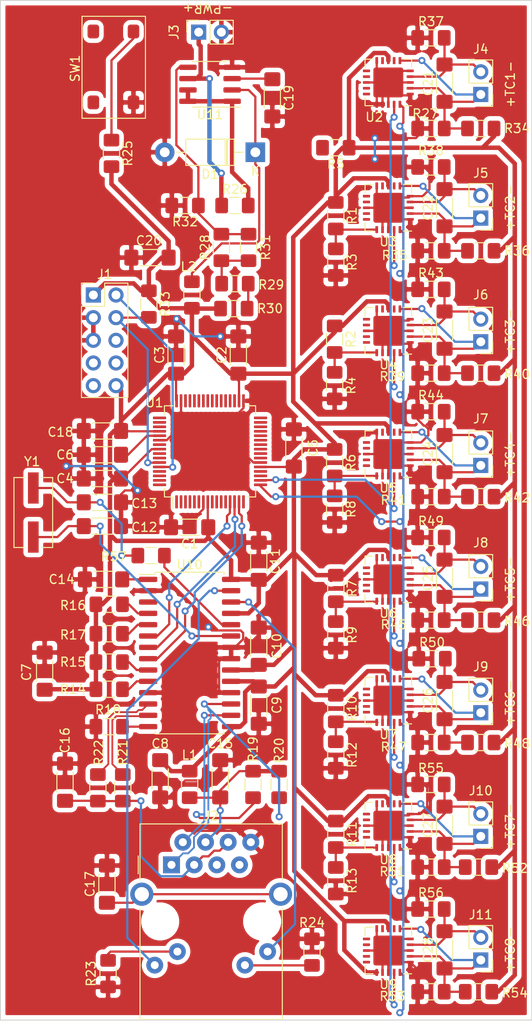
<source format=kicad_pcb>
(kicad_pcb (version 20171130) (host pcbnew 5.1.5)
  (title_block (title "Thermocouple Board PCB") (date 2020-02-17) (company "SDSU Rocket Project"))
  (layers (0 F.Cu signal) (31 B.Cu signal) (34 B.Paste user) (35 F.Paste user) (36 B.SilkS user) (37 F.SilkS user) (38 B.Mask user) (39 F.Mask user) (44 Edge.Cuts user))
  (net 0 "")
  (net 1 GND)
  (net 2 +3V3)
  (net 3 "Net-(C6-Pad1)")
  (net 4 "Net-(C12-Pad1)")
  (net 5 "Net-(C13-Pad1)")
  (net 6 "Net-(C14-Pad1)")
  (net 7 "Net-(C15-Pad2)")
  (net 8 "Net-(C16-Pad2)")
  (net 9 "Net-(C17-Pad2)")
  (net 10 "Net-(C19-Pad1)")
  (net 11 "Net-(D1-Pad1)")
  (net 12 "Net-(J1-Pad9)")
  (net 13 "Net-(J1-Pad8)")
  (net 14 "Net-(J1-Pad7)")
  (net 15 "Net-(J1-Pad6)")
  (net 16 /MCU/SWCLK)
  (net 17 /MCU/SWDIO)
  (net 18 /Ethernet/LEDA)
  (net 19 "Net-(J2-PadL3)")
  (net 20 "Net-(J2-PadL2)")
  (net 21 /Ethernet/LEDB)
  (net 22 "Net-(J2-PadR7)")
  (net 23 /Ethernet/TPIN-)
  (net 24 /Ethernet/TPIN+)
  (net 25 /Ethernet/TPOUT-)
  (net 26 /Ethernet/TPOUT+)
  (net 27 VCC)
  (net 28 /Thermocouples/ADDR_2)
  (net 29 /Thermocouples/ADDR_3)
  (net 30 /Thermocouples/THERMP)
  (net 31 /Thermocouples/ADDR_4)
  (net 32 /Thermocouples/ADDR_5)
  (net 33 /Thermocouples/ADDR_6)
  (net 34 /Thermocouples/ADDR_7)
  (net 35 "Net-(R14-Pad1)")
  (net 36 "Net-(R15-Pad1)")
  (net 37 "Net-(R16-Pad1)")
  (net 38 "Net-(R17-Pad1)")
  (net 39 "Net-(R18-Pad1)")
  (net 40 "Net-(R26-Pad2)")
  (net 41 "Net-(R28-Pad2)")
  (net 42 "Net-(R28-Pad1)")
  (net 43 "Net-(R29-Pad1)")
  (net 44 "Net-(U1-Pad64)")
  (net 45 "Net-(U1-Pad63)")
  (net 46 "Net-(U1-Pad62)")
  (net 47 "Net-(U1-Pad61)")
  (net 48 "Net-(U1-Pad58)")
  (net 49 "Net-(U1-Pad57)")
  (net 50 "Net-(U1-Pad55)")
  (net 51 "Net-(U1-Pad51)")
  (net 52 "Net-(U1-Pad50)")
  (net 53 "Net-(U1-Pad49)")
  (net 54 "Net-(U1-Pad46)")
  (net 55 "Net-(U1-Pad45)")
  (net 56 "Net-(U1-Pad44)")
  (net 57 "Net-(U1-Pad43)")
  (net 58 "Net-(U1-Pad42)")
  (net 59 "Net-(U1-Pad41)")
  (net 60 "Net-(U1-Pad40)")
  (net 61 "Net-(U1-Pad39)")
  (net 62 "Net-(U1-Pad38)")
  (net 63 "Net-(U1-Pad37)")
  (net 64 "Net-(U1-Pad36)")
  (net 65 "Net-(U1-Pad35)")
  (net 66 "Net-(U1-Pad32)")
  (net 67 "Net-(U1-Pad31)")
  (net 68 "Net-(U1-Pad30)")
  (net 69 "Net-(U1-Pad29)")
  (net 70 "Net-(U1-Pad28)")
  (net 71 "Net-(U1-Pad27)")
  (net 72 "Net-(U1-Pad26)")
  (net 73 "Net-(U1-Pad25)")
  (net 74 "Net-(U1-Pad24)")
  (net 75 "Net-(U1-Pad23)")
  (net 76 /MCU/SCL_OUT_0)
  (net 77 /MCU/SDA_OUT_0)
  (net 78 /Thermocouples/SCL)
  (net 79 /Thermocouples/SDA)
  (net 80 /MCU/SS0)
  (net 81 /Ethernet/SCK)
  (net 82 /Ethernet/MOSI)
  (net 83 /Ethernet/MISO)
  (net 84 "Net-(U1-Pad12)")
  (net 85 "Net-(U1-Pad11)")
  (net 86 "Net-(U1-Pad10)")
  (net 87 "Net-(U1-Pad9)")
  (net 88 "Net-(U1-Pad6)")
  (net 89 "Net-(U1-Pad5)")
  (net 90 "Net-(U1-Pad4)")
  (net 91 "Net-(U1-Pad3)")
  (net 92 "Net-(U1-Pad2)")
  (net 93 "Net-(U1-Pad1)")
  (net 94 "Net-(U2-Pad14)")
  (net 95 "Net-(U2-Pad12)")
  (net 96 "Net-(U2-Pad11)")
  (net 97 "Net-(U3-Pad14)")
  (net 98 "Net-(U3-Pad12)")
  (net 99 "Net-(U3-Pad11)")
  (net 100 "Net-(U4-Pad14)")
  (net 101 "Net-(U4-Pad12)")
  (net 102 "Net-(U4-Pad11)")
  (net 103 "Net-(U5-Pad14)")
  (net 104 "Net-(U5-Pad12)")
  (net 105 "Net-(U5-Pad11)")
  (net 106 "Net-(U6-Pad14)")
  (net 107 "Net-(U6-Pad12)")
  (net 108 "Net-(U6-Pad11)")
  (net 109 "Net-(U7-Pad15)")
  (net 110 "Net-(U7-Pad14)")
  (net 111 "Net-(U7-Pad12)")
  (net 112 "Net-(U7-Pad11)")
  (net 113 "Net-(U8-Pad14)")
  (net 114 "Net-(U8-Pad12)")
  (net 115 "Net-(U8-Pad11)")
  (net 116 "Net-(U9-Pad14)")
  (net 117 "Net-(U9-Pad12)")
  (net 118 "Net-(U9-Pad11)")
  (net 119 "Net-(U10-Pad3)")
  (net 120 "Net-(U2-Pad15)")
  (net 121 "Net-(U4-Pad15)")
  (net 122 "Net-(U5-Pad15)")
  (net 123 "Net-(U6-Pad15)")
  (net 124 "Net-(U8-Pad15)")
  (net 125 "Net-(U9-Pad15)")
  (net 126 /Thermocouples/TC1-)
  (net 127 /Thermocouples/TC1+)
  (net 128 /Thermocouples/TC2-)
  (net 129 /Thermocouples/TC2+)
  (net 130 /Thermocouples/TC3-)
  (net 131 /Thermocouples/TC3+)
  (net 132 /Thermocouples/TC4-)
  (net 133 /Thermocouples/TC4+)
  (net 134 /Thermocouples/TC5-)
  (net 135 /Thermocouples/TC5+)
  (net 136 /Thermocouples/TC6-)
  (net 137 /Thermocouples/TC6+)
  (net 138 /Thermocouples/TC7-)
  (net 139 /Thermocouples/TC7+)
  (net 140 /Thermocouples/TC8-)
  (net 141 /Thermocouples/TC8+)
  (net 142 "Net-(U3-Pad15)")
  (net 143 "Net-(R25-Pad1)")
  (net 144 "Net-(U2-Pad9)")
  (net 145 "Net-(U2-Pad7)")
  (net 146 "Net-(U3-Pad9)")
  (net 147 "Net-(U3-Pad7)")
  (net 148 "Net-(U4-Pad9)")
  (net 149 "Net-(U4-Pad7)")
  (net 150 "Net-(U5-Pad9)")
  (net 151 "Net-(U5-Pad7)")
  (net 152 "Net-(U6-Pad9)")
  (net 153 "Net-(U6-Pad7)")
  (net 154 "Net-(U7-Pad7)")
  (net 155 "Net-(U7-Pad9)")
  (net 156 "Net-(U8-Pad9)")
  (net 157 "Net-(U8-Pad7)")
  (net 158 "Net-(U9-Pad9)")
  (net 159 "Net-(U9-Pad7)")
  (net 160 "Net-(J2-PadR5)")
  (net 161 "Net-(R57-Pad1)")
  (module Resistor_SMD:R_1206_3216Metric_Pad1.42x1.75mm_HandSolder (layer F.Cu) (at 227.33 148.336 180)
    (fp_text reference R57 (at 4.191 -0.127) (layer F.SilkS))
    (fp_text value 5M)
    (pad 2 smd roundrect (at 1.4875 0 180) (size 1.425 1.75) (layers F.Cu F.Paste F.Mask) (roundrect_rratio 0.175439) (net 5 "Net-(C13-Pad1)"))
    (pad 1 smd roundrect (at -1.4875 0 180) (size 1.425 1.75) (layers F.Cu F.Paste F.Mask) (roundrect_rratio 0.175439) (net 161 "Net-(R57-Pad1)"))
  )
  (module Crystal:Crystal_SMD_ECS_CSM3X-2Pin_7.6x4.1mm (layer F.Cu) (at 214.122 143.51 90)
    (fp_text reference Y1 (at 5.715 -0.127 180) (layer F.SilkS))
    (fp_text value 25MHz)
    (pad 2 smd rect (at 2.75 0 90) (size 3.5 1.2) (layers F.Cu F.Paste F.Mask) (net 5 "Net-(C13-Pad1)"))
    (pad 1 smd rect (at -2.75 0 90) (size 3.5 1.2) (layers F.Cu F.Paste F.Mask) (net 4 "Net-(C12-Pad1)"))
  )
  (module Package_SO:SOIC-8_3.9x4.9mm_P1.27mm (layer F.Cu) (at 233.934 95.504 180)
    (fp_text reference U11 (at 0 -3.4) (layer F.SilkS))
    (fp_text value MC33063AD)
    (pad 8 smd roundrect (at 2.475 -1.905 180) (size 1.95 0.6) (layers F.Cu F.Paste F.Mask) (net 40 "Net-(R26-Pad2)"))
    (pad 7 smd roundrect (at 2.475 -0.635 180) (size 1.95 0.6) (layers F.Cu F.Paste F.Mask) (net 40 "Net-(R26-Pad2)"))
    (pad 6 smd roundrect (at 2.475 0.635 180) (size 1.95 0.6) (layers F.Cu F.Paste F.Mask) (net 27 VCC))
    (pad 5 smd roundrect (at 2.475 1.905 180) (size 1.95 0.6) (layers F.Cu F.Paste F.Mask) (net 41 "Net-(R28-Pad2)"))
    (pad 4 smd roundrect (at -2.475 1.905 180) (size 1.95 0.6) (layers F.Cu F.Paste F.Mask) (net 1 GND))
    (pad 3 smd roundrect (at -2.475 0.635 180) (size 1.95 0.6) (layers F.Cu F.Paste F.Mask) (net 10 "Net-(C19-Pad1)"))
    (pad 2 smd roundrect (at -2.475 -0.635 180) (size 1.95 0.6) (layers F.Cu F.Paste F.Mask) (net 11 "Net-(D1-Pad1)"))
    (pad 1 smd roundrect (at -2.475 -1.905 180) (size 1.95 0.6) (layers F.Cu F.Paste F.Mask) (net 40 "Net-(R26-Pad2)"))
  )
  (module Package_SO:SOIC-28W_7.5x17.9mm_P1.27mm (layer F.Cu) (at 231.648 159.258)
    (fp_text reference U10 (at 0 -9.9) (layer F.SilkS))
    (fp_text value ENC28J60x-SO)
    (pad 28 smd roundrect (at 4.65 -8.255) (size 2.05 0.6) (layers F.Cu F.Paste F.Mask) (net 2 +3V3))
    (pad 27 smd roundrect (at 4.65 -6.985) (size 2.05 0.6) (layers F.Cu F.Paste F.Mask) (net 18 /Ethernet/LEDA))
    (pad 26 smd roundrect (at 4.65 -5.715) (size 2.05 0.6) (layers F.Cu F.Paste F.Mask) (net 21 /Ethernet/LEDB))
    (pad 25 smd roundrect (at 4.65 -4.445) (size 2.05 0.6) (layers F.Cu F.Paste F.Mask) (net 2 +3V3))
    (pad 24 smd roundrect (at 4.65 -3.175) (size 2.05 0.6) (layers F.Cu F.Paste F.Mask) (net 161 "Net-(R57-Pad1)"))
    (pad 23 smd roundrect (at 4.65 -1.905) (size 2.05 0.6) (layers F.Cu F.Paste F.Mask) (net 4 "Net-(C12-Pad1)"))
    (pad 22 smd roundrect (at 4.65 -0.635) (size 2.05 0.6) (layers F.Cu F.Paste F.Mask) (net 1 GND))
    (pad 21 smd roundrect (at 4.65 0.635) (size 2.05 0.6) (layers F.Cu F.Paste F.Mask) (net 1 GND))
    (pad 20 smd roundrect (at 4.65 1.905) (size 2.05 0.6) (layers F.Cu F.Paste F.Mask) (net 2 +3V3))
    (pad 19 smd roundrect (at 4.65 3.175) (size 2.05 0.6) (layers F.Cu F.Paste F.Mask) (net 2 +3V3))
    (pad 18 smd roundrect (at 4.65 4.445) (size 2.05 0.6) (layers F.Cu F.Paste F.Mask) (net 1 GND))
    (pad 17 smd roundrect (at 4.65 5.715) (size 2.05 0.6) (layers F.Cu F.Paste F.Mask) (net 26 /Ethernet/TPOUT+))
    (pad 16 smd roundrect (at 4.65 6.985) (size 2.05 0.6) (layers F.Cu F.Paste F.Mask) (net 25 /Ethernet/TPOUT-))
    (pad 15 smd roundrect (at 4.65 8.255) (size 2.05 0.6) (layers F.Cu F.Paste F.Mask) (net 2 +3V3))
    (pad 14 smd roundrect (at -4.65 8.255) (size 2.05 0.6) (layers F.Cu F.Paste F.Mask) (net 39 "Net-(R18-Pad1)"))
    (pad 13 smd roundrect (at -4.65 6.985) (size 2.05 0.6) (layers F.Cu F.Paste F.Mask) (net 24 /Ethernet/TPIN+))
    (pad 12 smd roundrect (at -4.65 5.715) (size 2.05 0.6) (layers F.Cu F.Paste F.Mask) (net 23 /Ethernet/TPIN-))
    (pad 11 smd roundrect (at -4.65 4.445) (size 2.05 0.6) (layers F.Cu F.Paste F.Mask) (net 1 GND))
    (pad 10 smd roundrect (at -4.65 3.175) (size 2.05 0.6) (layers F.Cu F.Paste F.Mask) (net 35 "Net-(R14-Pad1)"))
    (pad 9 smd roundrect (at -4.65 1.905) (size 2.05 0.6) (layers F.Cu F.Paste F.Mask) (net 36 "Net-(R15-Pad1)"))
    (pad 8 smd roundrect (at -4.65 0.635) (size 2.05 0.6) (layers F.Cu F.Paste F.Mask) (net 81 /Ethernet/SCK))
    (pad 7 smd roundrect (at -4.65 -0.635) (size 2.05 0.6) (layers F.Cu F.Paste F.Mask) (net 82 /Ethernet/MOSI))
    (pad 6 smd roundrect (at -4.65 -1.905) (size 2.05 0.6) (layers F.Cu F.Paste F.Mask) (net 83 /Ethernet/MISO))
    (pad 5 smd roundrect (at -4.65 -3.175) (size 2.05 0.6) (layers F.Cu F.Paste F.Mask) (net 38 "Net-(R17-Pad1)"))
    (pad 4 smd roundrect (at -4.65 -4.445) (size 2.05 0.6) (layers F.Cu F.Paste F.Mask) (net 37 "Net-(R16-Pad1)"))
    (pad 3 smd roundrect (at -4.65 -5.715) (size 2.05 0.6) (layers F.Cu F.Paste F.Mask) (net 119 "Net-(U10-Pad3)"))
    (pad 2 smd roundrect (at -4.65 -6.985) (size 2.05 0.6) (layers F.Cu F.Paste F.Mask) (net 1 GND))
    (pad 1 smd roundrect (at -4.65 -8.255) (size 2.05 0.6) (layers F.Cu F.Paste F.Mask) (net 6 "Net-(C14-Pad1)"))
  )
  (module Package_DFN_QFN:QFN-20-1EP_5x5mm_P0.65mm_EP3.35x3.35mm (layer F.Cu) (at 253.922 192.61 180)
    (fp_text reference U9 (at 0 -3.8) (layer F.SilkS))
    (fp_text value MCP9601_ZM)
    (pad 20 smd roundrect (at -1.3 -2.45 180) (size 0.3 0.8) (layers F.Cu F.Paste F.Mask) (net 79 /Thermocouples/SDA))
    (pad 19 smd roundrect (at -0.65 -2.45 180) (size 0.3 0.8) (layers F.Cu F.Paste F.Mask) (net 78 /Thermocouples/SCL))
    (pad 18 smd roundrect (at 0 -2.45 180) (size 0.3 0.8) (layers F.Cu F.Paste F.Mask) (net 1 GND))
    (pad 17 smd roundrect (at 0.65 -2.45 180) (size 0.3 0.8) (layers F.Cu F.Paste F.Mask) (net 1 GND))
    (pad 16 smd roundrect (at 1.3 -2.45 180) (size 0.3 0.8) (layers F.Cu F.Paste F.Mask) (net 2 +3V3))
    (pad 15 smd roundrect (at 2.45 -1.3 180) (size 0.8 0.3) (layers F.Cu F.Paste F.Mask) (net 125 "Net-(U9-Pad15)"))
    (pad 14 smd roundrect (at 2.45 -0.65 180) (size 0.8 0.3) (layers F.Cu F.Paste F.Mask) (net 116 "Net-(U9-Pad14)"))
    (pad 13 smd roundrect (at 2.45 0 180) (size 0.8 0.3) (layers F.Cu F.Paste F.Mask) (net 1 GND))
    (pad 12 smd roundrect (at 2.45 0.65 180) (size 0.8 0.3) (layers F.Cu F.Paste F.Mask) (net 117 "Net-(U9-Pad12)"))
    (pad 11 smd roundrect (at 2.45 1.3 180) (size 0.8 0.3) (layers F.Cu F.Paste F.Mask) (net 118 "Net-(U9-Pad11)"))
    (pad 10 smd roundrect (at 1.3 2.45 180) (size 0.3 0.8) (layers F.Cu F.Paste F.Mask) (net 1 GND))
    (pad 9 smd roundrect (at 0.65 2.45 180) (size 0.3 0.8) (layers F.Cu F.Paste F.Mask) (net 158 "Net-(U9-Pad9)"))
    (pad 8 smd roundrect (at 0 2.45 180) (size 0.3 0.8) (layers F.Cu F.Paste F.Mask) (net 2 +3V3))
    (pad 7 smd roundrect (at -0.65 2.45 180) (size 0.3 0.8) (layers F.Cu F.Paste F.Mask) (net 159 "Net-(U9-Pad7)"))
    (pad 6 smd roundrect (at -1.3 2.45 180) (size 0.3 0.8) (layers F.Cu F.Paste F.Mask) (net 141 /Thermocouples/TC8+))
    (pad 5 smd roundrect (at -2.45 1.3 180) (size 0.8 0.3) (layers F.Cu F.Paste F.Mask) (net 1 GND))
    (pad 4 smd roundrect (at -2.45 0.65 180) (size 0.8 0.3) (layers F.Cu F.Paste F.Mask) (net 140 /Thermocouples/TC8-))
    (pad 3 smd roundrect (at -2.45 0 180) (size 0.8 0.3) (layers F.Cu F.Paste F.Mask) (net 1 GND))
    (pad 2 smd roundrect (at -2.45 -0.65 180) (size 0.8 0.3) (layers F.Cu F.Paste F.Mask) (net 141 /Thermocouples/TC8+))
    (pad 1 smd roundrect (at -2.45 -1.3 180) (size 0.8 0.3) (layers F.Cu F.Paste F.Mask) (net 1 GND))
    (pad 21 smd roundrect (at 0 0 180) (size 3.35 3.35) (layers F.Cu F.Mask) (roundrect_rratio 0.074627) (net 1 GND))
  )
  (module Package_DFN_QFN:QFN-20-1EP_5x5mm_P0.65mm_EP3.35x3.35mm (layer F.Cu) (at 253.922 178.611 180)
    (fp_text reference U8 (at 0 -3.8) (layer F.SilkS))
    (fp_text value MCP9601_ZM)
    (pad 20 smd roundrect (at -1.3 -2.45 180) (size 0.3 0.8) (layers F.Cu F.Paste F.Mask) (net 79 /Thermocouples/SDA))
    (pad 19 smd roundrect (at -0.65 -2.45 180) (size 0.3 0.8) (layers F.Cu F.Paste F.Mask) (net 78 /Thermocouples/SCL))
    (pad 18 smd roundrect (at 0 -2.45 180) (size 0.3 0.8) (layers F.Cu F.Paste F.Mask) (net 1 GND))
    (pad 17 smd roundrect (at 0.65 -2.45 180) (size 0.3 0.8) (layers F.Cu F.Paste F.Mask) (net 1 GND))
    (pad 16 smd roundrect (at 1.3 -2.45 180) (size 0.3 0.8) (layers F.Cu F.Paste F.Mask) (net 34 /Thermocouples/ADDR_7))
    (pad 15 smd roundrect (at 2.45 -1.3 180) (size 0.8 0.3) (layers F.Cu F.Paste F.Mask) (net 124 "Net-(U8-Pad15)"))
    (pad 14 smd roundrect (at 2.45 -0.65 180) (size 0.8 0.3) (layers F.Cu F.Paste F.Mask) (net 113 "Net-(U8-Pad14)"))
    (pad 13 smd roundrect (at 2.45 0 180) (size 0.8 0.3) (layers F.Cu F.Paste F.Mask) (net 1 GND))
    (pad 12 smd roundrect (at 2.45 0.65 180) (size 0.8 0.3) (layers F.Cu F.Paste F.Mask) (net 114 "Net-(U8-Pad12)"))
    (pad 11 smd roundrect (at 2.45 1.3 180) (size 0.8 0.3) (layers F.Cu F.Paste F.Mask) (net 115 "Net-(U8-Pad11)"))
    (pad 10 smd roundrect (at 1.3 2.45 180) (size 0.3 0.8) (layers F.Cu F.Paste F.Mask) (net 1 GND))
    (pad 9 smd roundrect (at 0.65 2.45 180) (size 0.3 0.8) (layers F.Cu F.Paste F.Mask) (net 156 "Net-(U8-Pad9)"))
    (pad 8 smd roundrect (at 0 2.45 180) (size 0.3 0.8) (layers F.Cu F.Paste F.Mask) (net 2 +3V3))
    (pad 7 smd roundrect (at -0.65 2.45 180) (size 0.3 0.8) (layers F.Cu F.Paste F.Mask) (net 157 "Net-(U8-Pad7)"))
    (pad 6 smd roundrect (at -1.3 2.45 180) (size 0.3 0.8) (layers F.Cu F.Paste F.Mask) (net 139 /Thermocouples/TC7+))
    (pad 5 smd roundrect (at -2.45 1.3 180) (size 0.8 0.3) (layers F.Cu F.Paste F.Mask) (net 1 GND))
    (pad 4 smd roundrect (at -2.45 0.65 180) (size 0.8 0.3) (layers F.Cu F.Paste F.Mask) (net 138 /Thermocouples/TC7-))
    (pad 3 smd roundrect (at -2.45 0 180) (size 0.8 0.3) (layers F.Cu F.Paste F.Mask) (net 1 GND))
    (pad 2 smd roundrect (at -2.45 -0.65 180) (size 0.8 0.3) (layers F.Cu F.Paste F.Mask) (net 139 /Thermocouples/TC7+))
    (pad 1 smd roundrect (at -2.45 -1.3 180) (size 0.8 0.3) (layers F.Cu F.Paste F.Mask) (net 1 GND))
    (pad 21 smd roundrect (at 0 0 180) (size 3.35 3.35) (layers F.Cu F.Mask) (roundrect_rratio 0.074627) (net 1 GND))
  )
  (module Package_DFN_QFN:QFN-20-1EP_5x5mm_P0.65mm_EP3.35x3.35mm (layer F.Cu) (at 253.922 164.592 180)
    (fp_text reference U7 (at 0 -3.8) (layer F.SilkS))
    (fp_text value MCP9601_ZM)
    (pad 20 smd roundrect (at -1.3 -2.45 180) (size 0.3 0.8) (layers F.Cu F.Paste F.Mask) (net 79 /Thermocouples/SDA))
    (pad 19 smd roundrect (at -0.65 -2.45 180) (size 0.3 0.8) (layers F.Cu F.Paste F.Mask) (net 78 /Thermocouples/SCL))
    (pad 18 smd roundrect (at 0 -2.45 180) (size 0.3 0.8) (layers F.Cu F.Paste F.Mask) (net 1 GND))
    (pad 17 smd roundrect (at 0.65 -2.45 180) (size 0.3 0.8) (layers F.Cu F.Paste F.Mask) (net 1 GND))
    (pad 16 smd roundrect (at 1.3 -2.45 180) (size 0.3 0.8) (layers F.Cu F.Paste F.Mask) (net 33 /Thermocouples/ADDR_6))
    (pad 15 smd roundrect (at 2.45 -1.3 180) (size 0.8 0.3) (layers F.Cu F.Paste F.Mask) (net 109 "Net-(U7-Pad15)"))
    (pad 14 smd roundrect (at 2.45 -0.65 180) (size 0.8 0.3) (layers F.Cu F.Paste F.Mask) (net 110 "Net-(U7-Pad14)"))
    (pad 13 smd roundrect (at 2.45 0 180) (size 0.8 0.3) (layers F.Cu F.Paste F.Mask) (net 1 GND))
    (pad 12 smd roundrect (at 2.45 0.65 180) (size 0.8 0.3) (layers F.Cu F.Paste F.Mask) (net 111 "Net-(U7-Pad12)"))
    (pad 11 smd roundrect (at 2.45 1.3 180) (size 0.8 0.3) (layers F.Cu F.Paste F.Mask) (net 112 "Net-(U7-Pad11)"))
    (pad 10 smd roundrect (at 1.3 2.45 180) (size 0.3 0.8) (layers F.Cu F.Paste F.Mask) (net 1 GND))
    (pad 9 smd roundrect (at 0.65 2.45 180) (size 0.3 0.8) (layers F.Cu F.Paste F.Mask) (net 155 "Net-(U7-Pad9)"))
    (pad 8 smd roundrect (at 0 2.45 180) (size 0.3 0.8) (layers F.Cu F.Paste F.Mask) (net 2 +3V3))
    (pad 7 smd roundrect (at -0.65 2.45 180) (size 0.3 0.8) (layers F.Cu F.Paste F.Mask) (net 154 "Net-(U7-Pad7)"))
    (pad 6 smd roundrect (at -1.3 2.45 180) (size 0.3 0.8) (layers F.Cu F.Paste F.Mask) (net 137 /Thermocouples/TC6+))
    (pad 5 smd roundrect (at -2.45 1.3 180) (size 0.8 0.3) (layers F.Cu F.Paste F.Mask) (net 1 GND))
    (pad 4 smd roundrect (at -2.45 0.65 180) (size 0.8 0.3) (layers F.Cu F.Paste F.Mask) (net 136 /Thermocouples/TC6-))
    (pad 3 smd roundrect (at -2.45 0 180) (size 0.8 0.3) (layers F.Cu F.Paste F.Mask) (net 1 GND))
    (pad 2 smd roundrect (at -2.45 -0.65 180) (size 0.8 0.3) (layers F.Cu F.Paste F.Mask) (net 137 /Thermocouples/TC6+))
    (pad 1 smd roundrect (at -2.45 -1.3 180) (size 0.8 0.3) (layers F.Cu F.Paste F.Mask) (net 1 GND))
    (pad 21 smd roundrect (at 0 0 180) (size 3.35 3.35) (layers F.Cu F.Mask) (roundrect_rratio 0.074627) (net 1 GND))
  )
  (module Package_DFN_QFN:QFN-20-1EP_5x5mm_P0.65mm_EP3.35x3.35mm (layer F.Cu) (at 253.922 151.003 180)
    (fp_text reference U6 (at 0 -3.8) (layer F.SilkS))
    (fp_text value MCP9601_ZM)
    (pad 20 smd roundrect (at -1.3 -2.45 180) (size 0.3 0.8) (layers F.Cu F.Paste F.Mask) (net 79 /Thermocouples/SDA))
    (pad 19 smd roundrect (at -0.65 -2.45 180) (size 0.3 0.8) (layers F.Cu F.Paste F.Mask) (net 78 /Thermocouples/SCL))
    (pad 18 smd roundrect (at 0 -2.45 180) (size 0.3 0.8) (layers F.Cu F.Paste F.Mask) (net 1 GND))
    (pad 17 smd roundrect (at 0.65 -2.45 180) (size 0.3 0.8) (layers F.Cu F.Paste F.Mask) (net 1 GND))
    (pad 16 smd roundrect (at 1.3 -2.45 180) (size 0.3 0.8) (layers F.Cu F.Paste F.Mask) (net 32 /Thermocouples/ADDR_5))
    (pad 15 smd roundrect (at 2.45 -1.3 180) (size 0.8 0.3) (layers F.Cu F.Paste F.Mask) (net 123 "Net-(U6-Pad15)"))
    (pad 14 smd roundrect (at 2.45 -0.65 180) (size 0.8 0.3) (layers F.Cu F.Paste F.Mask) (net 106 "Net-(U6-Pad14)"))
    (pad 13 smd roundrect (at 2.45 0 180) (size 0.8 0.3) (layers F.Cu F.Paste F.Mask) (net 1 GND))
    (pad 12 smd roundrect (at 2.45 0.65 180) (size 0.8 0.3) (layers F.Cu F.Paste F.Mask) (net 107 "Net-(U6-Pad12)"))
    (pad 11 smd roundrect (at 2.45 1.3 180) (size 0.8 0.3) (layers F.Cu F.Paste F.Mask) (net 108 "Net-(U6-Pad11)"))
    (pad 10 smd roundrect (at 1.3 2.45 180) (size 0.3 0.8) (layers F.Cu F.Paste F.Mask) (net 1 GND))
    (pad 9 smd roundrect (at 0.65 2.45 180) (size 0.3 0.8) (layers F.Cu F.Paste F.Mask) (net 152 "Net-(U6-Pad9)"))
    (pad 8 smd roundrect (at 0 2.45 180) (size 0.3 0.8) (layers F.Cu F.Paste F.Mask) (net 2 +3V3))
    (pad 7 smd roundrect (at -0.65 2.45 180) (size 0.3 0.8) (layers F.Cu F.Paste F.Mask) (net 153 "Net-(U6-Pad7)"))
    (pad 6 smd roundrect (at -1.3 2.45 180) (size 0.3 0.8) (layers F.Cu F.Paste F.Mask) (net 135 /Thermocouples/TC5+))
    (pad 5 smd roundrect (at -2.45 1.3 180) (size 0.8 0.3) (layers F.Cu F.Paste F.Mask) (net 1 GND))
    (pad 4 smd roundrect (at -2.45 0.65 180) (size 0.8 0.3) (layers F.Cu F.Paste F.Mask) (net 134 /Thermocouples/TC5-))
    (pad 3 smd roundrect (at -2.45 0 180) (size 0.8 0.3) (layers F.Cu F.Paste F.Mask) (net 1 GND))
    (pad 2 smd roundrect (at -2.45 -0.65 180) (size 0.8 0.3) (layers F.Cu F.Paste F.Mask) (net 135 /Thermocouples/TC5+))
    (pad 1 smd roundrect (at -2.45 -1.3 180) (size 0.8 0.3) (layers F.Cu F.Paste F.Mask) (net 1 GND))
    (pad 21 smd roundrect (at 0 0 180) (size 3.35 3.35) (layers F.Cu F.Mask) (roundrect_rratio 0.074627) (net 1 GND))
  )
  (module Package_DFN_QFN:QFN-20-1EP_5x5mm_P0.65mm_EP3.35x3.35mm (layer F.Cu) (at 253.922 136.955 180)
    (fp_text reference U5 (at 0 -3.8) (layer F.SilkS))
    (fp_text value MCP9601_ZM)
    (pad 20 smd roundrect (at -1.3 -2.45 180) (size 0.3 0.8) (layers F.Cu F.Paste F.Mask) (net 79 /Thermocouples/SDA))
    (pad 19 smd roundrect (at -0.65 -2.45 180) (size 0.3 0.8) (layers F.Cu F.Paste F.Mask) (net 78 /Thermocouples/SCL))
    (pad 18 smd roundrect (at 0 -2.45 180) (size 0.3 0.8) (layers F.Cu F.Paste F.Mask) (net 1 GND))
    (pad 17 smd roundrect (at 0.65 -2.45 180) (size 0.3 0.8) (layers F.Cu F.Paste F.Mask) (net 1 GND))
    (pad 16 smd roundrect (at 1.3 -2.45 180) (size 0.3 0.8) (layers F.Cu F.Paste F.Mask) (net 31 /Thermocouples/ADDR_4))
    (pad 15 smd roundrect (at 2.45 -1.3 180) (size 0.8 0.3) (layers F.Cu F.Paste F.Mask) (net 122 "Net-(U5-Pad15)"))
    (pad 14 smd roundrect (at 2.45 -0.65 180) (size 0.8 0.3) (layers F.Cu F.Paste F.Mask) (net 103 "Net-(U5-Pad14)"))
    (pad 13 smd roundrect (at 2.45 0 180) (size 0.8 0.3) (layers F.Cu F.Paste F.Mask) (net 1 GND))
    (pad 12 smd roundrect (at 2.45 0.65 180) (size 0.8 0.3) (layers F.Cu F.Paste F.Mask) (net 104 "Net-(U5-Pad12)"))
    (pad 11 smd roundrect (at 2.45 1.3 180) (size 0.8 0.3) (layers F.Cu F.Paste F.Mask) (net 105 "Net-(U5-Pad11)"))
    (pad 10 smd roundrect (at 1.3 2.45 180) (size 0.3 0.8) (layers F.Cu F.Paste F.Mask) (net 1 GND))
    (pad 9 smd roundrect (at 0.65 2.45 180) (size 0.3 0.8) (layers F.Cu F.Paste F.Mask) (net 150 "Net-(U5-Pad9)"))
    (pad 8 smd roundrect (at 0 2.45 180) (size 0.3 0.8) (layers F.Cu F.Paste F.Mask) (net 2 +3V3))
    (pad 7 smd roundrect (at -0.65 2.45 180) (size 0.3 0.8) (layers F.Cu F.Paste F.Mask) (net 151 "Net-(U5-Pad7)"))
    (pad 6 smd roundrect (at -1.3 2.45 180) (size 0.3 0.8) (layers F.Cu F.Paste F.Mask) (net 133 /Thermocouples/TC4+))
    (pad 5 smd roundrect (at -2.45 1.3 180) (size 0.8 0.3) (layers F.Cu F.Paste F.Mask) (net 1 GND))
    (pad 4 smd roundrect (at -2.45 0.65 180) (size 0.8 0.3) (layers F.Cu F.Paste F.Mask) (net 132 /Thermocouples/TC4-))
    (pad 3 smd roundrect (at -2.45 0 180) (size 0.8 0.3) (layers F.Cu F.Paste F.Mask) (net 1 GND))
    (pad 2 smd roundrect (at -2.45 -0.65 180) (size 0.8 0.3) (layers F.Cu F.Paste F.Mask) (net 133 /Thermocouples/TC4+))
    (pad 1 smd roundrect (at -2.45 -1.3 180) (size 0.8 0.3) (layers F.Cu F.Paste F.Mask) (net 1 GND))
    (pad 21 smd roundrect (at 0 0 180) (size 3.35 3.35) (layers F.Cu F.Mask) (roundrect_rratio 0.074627) (net 1 GND))
  )
  (module Package_DFN_QFN:QFN-20-1EP_5x5mm_P0.65mm_EP3.35x3.35mm (layer F.Cu) (at 253.922 123.141 180)
    (fp_text reference U4 (at 0 -3.8) (layer F.SilkS))
    (fp_text value MCP9601_ZM)
    (pad 20 smd roundrect (at -1.3 -2.45 180) (size 0.3 0.8) (layers F.Cu F.Paste F.Mask) (net 79 /Thermocouples/SDA))
    (pad 19 smd roundrect (at -0.65 -2.45 180) (size 0.3 0.8) (layers F.Cu F.Paste F.Mask) (net 78 /Thermocouples/SCL))
    (pad 18 smd roundrect (at 0 -2.45 180) (size 0.3 0.8) (layers F.Cu F.Paste F.Mask) (net 1 GND))
    (pad 17 smd roundrect (at 0.65 -2.45 180) (size 0.3 0.8) (layers F.Cu F.Paste F.Mask) (net 1 GND))
    (pad 16 smd roundrect (at 1.3 -2.45 180) (size 0.3 0.8) (layers F.Cu F.Paste F.Mask) (net 29 /Thermocouples/ADDR_3))
    (pad 15 smd roundrect (at 2.45 -1.3 180) (size 0.8 0.3) (layers F.Cu F.Paste F.Mask) (net 121 "Net-(U4-Pad15)"))
    (pad 14 smd roundrect (at 2.45 -0.65 180) (size 0.8 0.3) (layers F.Cu F.Paste F.Mask) (net 100 "Net-(U4-Pad14)"))
    (pad 13 smd roundrect (at 2.45 0 180) (size 0.8 0.3) (layers F.Cu F.Paste F.Mask) (net 1 GND))
    (pad 12 smd roundrect (at 2.45 0.65 180) (size 0.8 0.3) (layers F.Cu F.Paste F.Mask) (net 101 "Net-(U4-Pad12)"))
    (pad 11 smd roundrect (at 2.45 1.3 180) (size 0.8 0.3) (layers F.Cu F.Paste F.Mask) (net 102 "Net-(U4-Pad11)"))
    (pad 10 smd roundrect (at 1.3 2.45 180) (size 0.3 0.8) (layers F.Cu F.Paste F.Mask) (net 1 GND))
    (pad 9 smd roundrect (at 0.65 2.45 180) (size 0.3 0.8) (layers F.Cu F.Paste F.Mask) (net 148 "Net-(U4-Pad9)"))
    (pad 8 smd roundrect (at 0 2.45 180) (size 0.3 0.8) (layers F.Cu F.Paste F.Mask) (net 2 +3V3))
    (pad 7 smd roundrect (at -0.65 2.45 180) (size 0.3 0.8) (layers F.Cu F.Paste F.Mask) (net 149 "Net-(U4-Pad7)"))
    (pad 6 smd roundrect (at -1.3 2.45 180) (size 0.3 0.8) (layers F.Cu F.Paste F.Mask) (net 131 /Thermocouples/TC3+))
    (pad 5 smd roundrect (at -2.45 1.3 180) (size 0.8 0.3) (layers F.Cu F.Paste F.Mask) (net 1 GND))
    (pad 4 smd roundrect (at -2.45 0.65 180) (size 0.8 0.3) (layers F.Cu F.Paste F.Mask) (net 130 /Thermocouples/TC3-))
    (pad 3 smd roundrect (at -2.45 0 180) (size 0.8 0.3) (layers F.Cu F.Paste F.Mask) (net 1 GND))
    (pad 2 smd roundrect (at -2.45 -0.65 180) (size 0.8 0.3) (layers F.Cu F.Paste F.Mask) (net 131 /Thermocouples/TC3+))
    (pad 1 smd roundrect (at -2.45 -1.3 180) (size 0.8 0.3) (layers F.Cu F.Paste F.Mask) (net 1 GND))
    (pad 21 smd roundrect (at 0 0 180) (size 3.35 3.35) (layers F.Cu F.Mask) (roundrect_rratio 0.074627) (net 1 GND))
  )
  (module Package_DFN_QFN:QFN-20-1EP_5x5mm_P0.65mm_EP3.35x3.35mm (layer F.Cu) (at 253.922 109.347 180)
    (fp_text reference U3 (at 0 -3.8) (layer F.SilkS))
    (fp_text value MCP9601_ZM)
    (pad 20 smd roundrect (at -1.3 -2.45 180) (size 0.3 0.8) (layers F.Cu F.Paste F.Mask) (net 79 /Thermocouples/SDA))
    (pad 19 smd roundrect (at -0.65 -2.45 180) (size 0.3 0.8) (layers F.Cu F.Paste F.Mask) (net 78 /Thermocouples/SCL))
    (pad 18 smd roundrect (at 0 -2.45 180) (size 0.3 0.8) (layers F.Cu F.Paste F.Mask) (net 1 GND))
    (pad 17 smd roundrect (at 0.65 -2.45 180) (size 0.3 0.8) (layers F.Cu F.Paste F.Mask) (net 1 GND))
    (pad 16 smd roundrect (at 1.3 -2.45 180) (size 0.3 0.8) (layers F.Cu F.Paste F.Mask) (net 28 /Thermocouples/ADDR_2))
    (pad 15 smd roundrect (at 2.45 -1.3 180) (size 0.8 0.3) (layers F.Cu F.Paste F.Mask) (net 142 "Net-(U3-Pad15)"))
    (pad 14 smd roundrect (at 2.45 -0.65 180) (size 0.8 0.3) (layers F.Cu F.Paste F.Mask) (net 97 "Net-(U3-Pad14)"))
    (pad 13 smd roundrect (at 2.45 0 180) (size 0.8 0.3) (layers F.Cu F.Paste F.Mask) (net 1 GND))
    (pad 12 smd roundrect (at 2.45 0.65 180) (size 0.8 0.3) (layers F.Cu F.Paste F.Mask) (net 98 "Net-(U3-Pad12)"))
    (pad 11 smd roundrect (at 2.45 1.3 180) (size 0.8 0.3) (layers F.Cu F.Paste F.Mask) (net 99 "Net-(U3-Pad11)"))
    (pad 10 smd roundrect (at 1.3 2.45 180) (size 0.3 0.8) (layers F.Cu F.Paste F.Mask) (net 1 GND))
    (pad 9 smd roundrect (at 0.65 2.45 180) (size 0.3 0.8) (layers F.Cu F.Paste F.Mask) (net 146 "Net-(U3-Pad9)"))
    (pad 8 smd roundrect (at 0 2.45 180) (size 0.3 0.8) (layers F.Cu F.Paste F.Mask) (net 2 +3V3))
    (pad 7 smd roundrect (at -0.65 2.45 180) (size 0.3 0.8) (layers F.Cu F.Paste F.Mask) (net 147 "Net-(U3-Pad7)"))
    (pad 6 smd roundrect (at -1.3 2.45 180) (size 0.3 0.8) (layers F.Cu F.Paste F.Mask) (net 129 /Thermocouples/TC2+))
    (pad 5 smd roundrect (at -2.45 1.3 180) (size 0.8 0.3) (layers F.Cu F.Paste F.Mask) (net 1 GND))
    (pad 4 smd roundrect (at -2.45 0.65 180) (size 0.8 0.3) (layers F.Cu F.Paste F.Mask) (net 128 /Thermocouples/TC2-))
    (pad 3 smd roundrect (at -2.45 0 180) (size 0.8 0.3) (layers F.Cu F.Paste F.Mask) (net 1 GND))
    (pad 2 smd roundrect (at -2.45 -0.65 180) (size 0.8 0.3) (layers F.Cu F.Paste F.Mask) (net 129 /Thermocouples/TC2+))
    (pad 1 smd roundrect (at -2.45 -1.3 180) (size 0.8 0.3) (layers F.Cu F.Paste F.Mask) (net 1 GND))
    (pad 21 smd roundrect (at 0 0 180) (size 3.35 3.35) (layers F.Cu F.Mask) (roundrect_rratio 0.074627) (net 1 GND))
  )
  (module Package_DFN_QFN:QFN-20-1EP_5x5mm_P0.65mm_EP3.35x3.35mm (layer F.Cu) (at 253.922 95.299 180)
    (fp_text reference U2 (at 1.573 -3.888) (layer F.SilkS))
    (fp_text value MCP9601_ZM)
    (pad 20 smd roundrect (at -1.3 -2.45 180) (size 0.3 0.8) (layers F.Cu F.Paste F.Mask) (net 79 /Thermocouples/SDA))
    (pad 19 smd roundrect (at -0.65 -2.45 180) (size 0.3 0.8) (layers F.Cu F.Paste F.Mask) (net 78 /Thermocouples/SCL))
    (pad 18 smd roundrect (at 0 -2.45 180) (size 0.3 0.8) (layers F.Cu F.Paste F.Mask) (net 1 GND))
    (pad 17 smd roundrect (at 0.65 -2.45 180) (size 0.3 0.8) (layers F.Cu F.Paste F.Mask) (net 1 GND))
    (pad 16 smd roundrect (at 1.3 -2.45 180) (size 0.3 0.8) (layers F.Cu F.Paste F.Mask) (net 1 GND))
    (pad 15 smd roundrect (at 2.45 -1.3 180) (size 0.8 0.3) (layers F.Cu F.Paste F.Mask) (net 120 "Net-(U2-Pad15)"))
    (pad 14 smd roundrect (at 2.45 -0.65 180) (size 0.8 0.3) (layers F.Cu F.Paste F.Mask) (net 94 "Net-(U2-Pad14)"))
    (pad 13 smd roundrect (at 2.45 0 180) (size 0.8 0.3) (layers F.Cu F.Paste F.Mask) (net 1 GND))
    (pad 12 smd roundrect (at 2.45 0.65 180) (size 0.8 0.3) (layers F.Cu F.Paste F.Mask) (net 95 "Net-(U2-Pad12)"))
    (pad 11 smd roundrect (at 2.45 1.3 180) (size 0.8 0.3) (layers F.Cu F.Paste F.Mask) (net 96 "Net-(U2-Pad11)"))
    (pad 10 smd roundrect (at 1.3 2.45 180) (size 0.3 0.8) (layers F.Cu F.Paste F.Mask) (net 1 GND))
    (pad 9 smd roundrect (at 0.65 2.45 180) (size 0.3 0.8) (layers F.Cu F.Paste F.Mask) (net 144 "Net-(U2-Pad9)"))
    (pad 8 smd roundrect (at 0 2.45 180) (size 0.3 0.8) (layers F.Cu F.Paste F.Mask) (net 2 +3V3))
    (pad 7 smd roundrect (at -0.65 2.45 180) (size 0.3 0.8) (layers F.Cu F.Paste F.Mask) (net 145 "Net-(U2-Pad7)"))
    (pad 6 smd roundrect (at -1.3 2.45 180) (size 0.3 0.8) (layers F.Cu F.Paste F.Mask) (net 127 /Thermocouples/TC1+))
    (pad 5 smd roundrect (at -2.45 1.3 180) (size 0.8 0.3) (layers F.Cu F.Paste F.Mask) (net 1 GND))
    (pad 4 smd roundrect (at -2.45 0.65 180) (size 0.8 0.3) (layers F.Cu F.Paste F.Mask) (net 126 /Thermocouples/TC1-))
    (pad 3 smd roundrect (at -2.45 0 180) (size 0.8 0.3) (layers F.Cu F.Paste F.Mask) (net 1 GND))
    (pad 2 smd roundrect (at -2.45 -0.65 180) (size 0.8 0.3) (layers F.Cu F.Paste F.Mask) (net 127 /Thermocouples/TC1+))
    (pad 1 smd roundrect (at -2.45 -1.3 180) (size 0.8 0.3) (layers F.Cu F.Paste F.Mask) (net 1 GND))
    (pad 21 smd roundrect (at 0 0 180) (size 3.35 3.35) (layers F.Cu F.Mask) (roundrect_rratio 0.074627) (net 1 GND))
  )
  (module Package_QFP:TQFP-64_10x10mm_P0.5mm (layer F.Cu) (at 233.934 136.652 90)
    (fp_text reference U1 (at 5.461 -6.223 180) (layer F.SilkS))
    (fp_text value ATSAME51J20A-A)
    (pad 64 smd roundrect (at -3.75 -5.6625 90) (size 0.3 1.475) (layers F.Cu F.Paste F.Mask) (net 44 "Net-(U1-Pad64)"))
    (pad 63 smd roundrect (at -3.25 -5.6625 90) (size 0.3 1.475) (layers F.Cu F.Paste F.Mask) (net 45 "Net-(U1-Pad63)"))
    (pad 62 smd roundrect (at -2.75 -5.6625 90) (size 0.3 1.475) (layers F.Cu F.Paste F.Mask) (net 46 "Net-(U1-Pad62)"))
    (pad 61 smd roundrect (at -2.25 -5.6625 90) (size 0.3 1.475) (layers F.Cu F.Paste F.Mask) (net 47 "Net-(U1-Pad61)"))
    (pad 60 smd roundrect (at -1.75 -5.6625 90) (size 0.3 1.475) (layers F.Cu F.Paste F.Mask) (net 17 /MCU/SWDIO))
    (pad 59 smd roundrect (at -1.25 -5.6625 90) (size 0.3 1.475) (layers F.Cu F.Paste F.Mask) (net 16 /MCU/SWCLK))
    (pad 58 smd roundrect (at -0.75 -5.6625 90) (size 0.3 1.475) (layers F.Cu F.Paste F.Mask) (net 48 "Net-(U1-Pad58)"))
    (pad 57 smd roundrect (at -0.25 -5.6625 90) (size 0.3 1.475) (layers F.Cu F.Paste F.Mask) (net 49 "Net-(U1-Pad57)"))
    (pad 56 smd roundrect (at 0.25 -5.6625 90) (size 0.3 1.475) (layers F.Cu F.Paste F.Mask) (net 2 +3V3))
    (pad 55 smd roundrect (at 0.75 -5.6625 90) (size 0.3 1.475) (layers F.Cu F.Paste F.Mask) (net 50 "Net-(U1-Pad55)"))
    (pad 54 smd roundrect (at 1.25 -5.6625 90) (size 0.3 1.475) (layers F.Cu F.Paste F.Mask) (net 1 GND))
    (pad 53 smd roundrect (at 1.75 -5.6625 90) (size 0.3 1.475) (layers F.Cu F.Paste F.Mask) (net 3 "Net-(C6-Pad1)"))
    (pad 52 smd roundrect (at 2.25 -5.6625 90) (size 0.3 1.475) (layers F.Cu F.Paste F.Mask) (net 2 +3V3))
    (pad 51 smd roundrect (at 2.75 -5.6625 90) (size 0.3 1.475) (layers F.Cu F.Paste F.Mask) (net 51 "Net-(U1-Pad51)"))
    (pad 50 smd roundrect (at 3.25 -5.6625 90) (size 0.3 1.475) (layers F.Cu F.Paste F.Mask) (net 52 "Net-(U1-Pad50)"))
    (pad 49 smd roundrect (at 3.75 -5.6625 90) (size 0.3 1.475) (layers F.Cu F.Paste F.Mask) (net 53 "Net-(U1-Pad49)"))
    (pad 48 smd roundrect (at 5.6625 -3.75 90) (size 1.475 0.3) (layers F.Cu F.Paste F.Mask) (net 2 +3V3))
    (pad 47 smd roundrect (at 5.6625 -3.25 90) (size 1.475 0.3) (layers F.Cu F.Paste F.Mask) (net 1 GND))
    (pad 46 smd roundrect (at 5.6625 -2.75 90) (size 1.475 0.3) (layers F.Cu F.Paste F.Mask) (net 54 "Net-(U1-Pad46)"))
    (pad 45 smd roundrect (at 5.6625 -2.25 90) (size 1.475 0.3) (layers F.Cu F.Paste F.Mask) (net 55 "Net-(U1-Pad45)"))
    (pad 44 smd roundrect (at 5.6625 -1.75 90) (size 1.475 0.3) (layers F.Cu F.Paste F.Mask) (net 56 "Net-(U1-Pad44)"))
    (pad 43 smd roundrect (at 5.6625 -1.25 90) (size 1.475 0.3) (layers F.Cu F.Paste F.Mask) (net 57 "Net-(U1-Pad43)"))
    (pad 42 smd roundrect (at 5.6625 -0.75 90) (size 1.475 0.3) (layers F.Cu F.Paste F.Mask) (net 58 "Net-(U1-Pad42)"))
    (pad 41 smd roundrect (at 5.6625 -0.25 90) (size 1.475 0.3) (layers F.Cu F.Paste F.Mask) (net 59 "Net-(U1-Pad41)"))
    (pad 40 smd roundrect (at 5.6625 0.25 90) (size 1.475 0.3) (layers F.Cu F.Paste F.Mask) (net 60 "Net-(U1-Pad40)"))
    (pad 39 smd roundrect (at 5.6625 0.75 90) (size 1.475 0.3) (layers F.Cu F.Paste F.Mask) (net 61 "Net-(U1-Pad39)"))
    (pad 38 smd roundrect (at 5.6625 1.25 90) (size 1.475 0.3) (layers F.Cu F.Paste F.Mask) (net 62 "Net-(U1-Pad38)"))
    (pad 37 smd roundrect (at 5.6625 1.75 90) (size 1.475 0.3) (layers F.Cu F.Paste F.Mask) (net 63 "Net-(U1-Pad37)"))
    (pad 36 smd roundrect (at 5.6625 2.25 90) (size 1.475 0.3) (layers F.Cu F.Paste F.Mask) (net 64 "Net-(U1-Pad36)"))
    (pad 35 smd roundrect (at 5.6625 2.75 90) (size 1.475 0.3) (layers F.Cu F.Paste F.Mask) (net 65 "Net-(U1-Pad35)"))
    (pad 34 smd roundrect (at 5.6625 3.25 90) (size 1.475 0.3) (layers F.Cu F.Paste F.Mask) (net 2 +3V3))
    (pad 33 smd roundrect (at 5.6625 3.75 90) (size 1.475 0.3) (layers F.Cu F.Paste F.Mask) (net 1 GND))
    (pad 32 smd roundrect (at 3.75 5.6625 90) (size 0.3 1.475) (layers F.Cu F.Paste F.Mask) (net 66 "Net-(U1-Pad32)"))
    (pad 31 smd roundrect (at 3.25 5.6625 90) (size 0.3 1.475) (layers F.Cu F.Paste F.Mask) (net 67 "Net-(U1-Pad31)"))
    (pad 30 smd roundrect (at 2.75 5.6625 90) (size 0.3 1.475) (layers F.Cu F.Paste F.Mask) (net 68 "Net-(U1-Pad30)"))
    (pad 29 smd roundrect (at 2.25 5.6625 90) (size 0.3 1.475) (layers F.Cu F.Paste F.Mask) (net 69 "Net-(U1-Pad29)"))
    (pad 28 smd roundrect (at 1.75 5.6625 90) (size 0.3 1.475) (layers F.Cu F.Paste F.Mask) (net 70 "Net-(U1-Pad28)"))
    (pad 27 smd roundrect (at 1.25 5.6625 90) (size 0.3 1.475) (layers F.Cu F.Paste F.Mask) (net 71 "Net-(U1-Pad27)"))
    (pad 26 smd roundrect (at 0.75 5.6625 90) (size 0.3 1.475) (layers F.Cu F.Paste F.Mask) (net 72 "Net-(U1-Pad26)"))
    (pad 25 smd roundrect (at 0.25 5.6625 90) (size 0.3 1.475) (layers F.Cu F.Paste F.Mask) (net 73 "Net-(U1-Pad25)"))
    (pad 24 smd roundrect (at -0.25 5.6625 90) (size 0.3 1.475) (layers F.Cu F.Paste F.Mask) (net 74 "Net-(U1-Pad24)"))
    (pad 23 smd roundrect (at -0.75 5.6625 90) (size 0.3 1.475) (layers F.Cu F.Paste F.Mask) (net 75 "Net-(U1-Pad23)"))
    (pad 22 smd roundrect (at -1.25 5.6625 90) (size 0.3 1.475) (layers F.Cu F.Paste F.Mask) (net 1 GND))
    (pad 21 smd roundrect (at -1.75 5.6625 90) (size 0.3 1.475) (layers F.Cu F.Paste F.Mask) (net 2 +3V3))
    (pad 20 smd roundrect (at -2.25 5.6625 90) (size 0.3 1.475) (layers F.Cu F.Paste F.Mask) (net 76 /MCU/SCL_OUT_0))
    (pad 19 smd roundrect (at -2.75 5.6625 90) (size 0.3 1.475) (layers F.Cu F.Paste F.Mask) (net 77 /MCU/SDA_OUT_0))
    (pad 18 smd roundrect (at -3.25 5.6625 90) (size 0.3 1.475) (layers F.Cu F.Paste F.Mask) (net 78 /Thermocouples/SCL))
    (pad 17 smd roundrect (at -3.75 5.6625 90) (size 0.3 1.475) (layers F.Cu F.Paste F.Mask) (net 79 /Thermocouples/SDA))
    (pad 16 smd roundrect (at -5.6625 3.75 90) (size 1.475 0.3) (layers F.Cu F.Paste F.Mask) (net 80 /MCU/SS0))
    (pad 15 smd roundrect (at -5.6625 3.25 90) (size 1.475 0.3) (layers F.Cu F.Paste F.Mask) (net 81 /Ethernet/SCK))
    (pad 14 smd roundrect (at -5.6625 2.75 90) (size 1.475 0.3) (layers F.Cu F.Paste F.Mask) (net 82 /Ethernet/MOSI))
    (pad 13 smd roundrect (at -5.6625 2.25 90) (size 1.475 0.3) (layers F.Cu F.Paste F.Mask) (net 83 /Ethernet/MISO))
    (pad 12 smd roundrect (at -5.6625 1.75 90) (size 1.475 0.3) (layers F.Cu F.Paste F.Mask) (net 84 "Net-(U1-Pad12)"))
    (pad 11 smd roundrect (at -5.6625 1.25 90) (size 1.475 0.3) (layers F.Cu F.Paste F.Mask) (net 85 "Net-(U1-Pad11)"))
    (pad 10 smd roundrect (at -5.6625 0.75 90) (size 1.475 0.3) (layers F.Cu F.Paste F.Mask) (net 86 "Net-(U1-Pad10)"))
    (pad 9 smd roundrect (at -5.6625 0.25 90) (size 1.475 0.3) (layers F.Cu F.Paste F.Mask) (net 87 "Net-(U1-Pad9)"))
    (pad 8 smd roundrect (at -5.6625 -0.25 90) (size 1.475 0.3) (layers F.Cu F.Paste F.Mask) (net 2 +3V3))
    (pad 7 smd roundrect (at -5.6625 -0.75 90) (size 1.475 0.3) (layers F.Cu F.Paste F.Mask) (net 1 GND))
    (pad 6 smd roundrect (at -5.6625 -1.25 90) (size 1.475 0.3) (layers F.Cu F.Paste F.Mask) (net 88 "Net-(U1-Pad6)"))
    (pad 5 smd roundrect (at -5.6625 -1.75 90) (size 1.475 0.3) (layers F.Cu F.Paste F.Mask) (net 89 "Net-(U1-Pad5)"))
    (pad 4 smd roundrect (at -5.6625 -2.25 90) (size 1.475 0.3) (layers F.Cu F.Paste F.Mask) (net 90 "Net-(U1-Pad4)"))
    (pad 3 smd roundrect (at -5.6625 -2.75 90) (size 1.475 0.3) (layers F.Cu F.Paste F.Mask) (net 91 "Net-(U1-Pad3)"))
    (pad 2 smd roundrect (at -5.6625 -3.25 90) (size 1.475 0.3) (layers F.Cu F.Paste F.Mask) (net 92 "Net-(U1-Pad2)"))
    (pad 1 smd roundrect (at -5.6625 -3.75 90) (size 1.475 0.3) (layers F.Cu F.Paste F.Mask) (net 93 "Net-(U1-Pad1)"))
  )
  (module thermocouple-board:omron-b3s (layer F.Cu) (at 218.313 93.726 90)
    (fp_text reference SW1 (at 0 0.5 90) (layer F.SilkS))
    (fp_text value RESET)
    (pad 1 smd roundrect (at 4.14 7.04 90) (size 1.55 1.3) (layers F.Cu F.Paste F.Mask) (net 143 "Net-(R25-Pad1)"))
    (pad 2 smd roundrect (at -3.81 7.04 90) (size 1.55 1.3) (layers F.Cu F.Paste F.Mask) (net 1 GND))
    (pad 3 smd roundrect (at 4.14 2.54 90) (size 1.55 1.3) (layers F.Cu F.Paste F.Mask))
    (pad 4 smd roundrect (at -3.81 2.54 90) (size 1.55 1.3) (layers F.Cu F.Paste F.Mask))
  )
  (module Resistor_SMD:R_1206_3216Metric_Pad1.42x1.75mm_HandSolder (layer F.Cu) (at 258.699 187.96)
    (fp_text reference R56 (at 0 -1.82) (layer F.SilkS))
    (fp_text value 2M)
    (pad 2 smd roundrect (at 1.4875 0) (size 1.425 1.75) (layers F.Cu F.Paste F.Mask) (roundrect_rratio 0.175439) (net 140 /Thermocouples/TC8-))
    (pad 1 smd roundrect (at -1.4875 0) (size 1.425 1.75) (layers F.Cu F.Paste F.Mask) (roundrect_rratio 0.175439) (net 1 GND))
  )
  (module Resistor_SMD:R_1206_3216Metric_Pad1.42x1.75mm_HandSolder (layer F.Cu) (at 258.699 173.99)
    (fp_text reference R55 (at 0 -1.82) (layer F.SilkS))
    (fp_text value 2M)
    (pad 2 smd roundrect (at 1.4875 0) (size 1.425 1.75) (layers F.Cu F.Paste F.Mask) (roundrect_rratio 0.175439) (net 138 /Thermocouples/TC7-))
    (pad 1 smd roundrect (at -1.4875 0) (size 1.425 1.75) (layers F.Cu F.Paste F.Mask) (roundrect_rratio 0.175439) (net 1 GND))
  )
  (module Resistor_SMD:R_1206_3216Metric_Pad1.42x1.75mm_HandSolder (layer F.Cu) (at 264.033 197.231)
    (fp_text reference R54 (at 4.064 0.127) (layer F.SilkS))
    (fp_text value 1M)
    (pad 2 smd roundrect (at 1.4875 0) (size 1.425 1.75) (layers F.Cu F.Paste F.Mask) (roundrect_rratio 0.175439) (net 2 +3V3))
    (pad 1 smd roundrect (at -1.4875 0) (size 1.425 1.75) (layers F.Cu F.Paste F.Mask) (roundrect_rratio 0.175439) (net 141 /Thermocouples/TC8+))
  )
  (module Resistor_SMD:R_1206_3216Metric_Pad1.42x1.75mm_HandSolder (layer F.Cu) (at 258.699 197.231)
    (fp_text reference R53 (at -4.318 0.508) (layer F.SilkS))
    (fp_text value 2M)
    (pad 2 smd roundrect (at 1.4875 0) (size 1.425 1.75) (layers F.Cu F.Paste F.Mask) (roundrect_rratio 0.175439) (net 141 /Thermocouples/TC8+))
    (pad 1 smd roundrect (at -1.4875 0) (size 1.425 1.75) (layers F.Cu F.Paste F.Mask) (roundrect_rratio 0.175439) (net 1 GND))
  )
  (module Resistor_SMD:R_1206_3216Metric_Pad1.42x1.75mm_HandSolder (layer F.Cu) (at 264.033 183.261)
    (fp_text reference R52 (at 4.064 0.127) (layer F.SilkS))
    (fp_text value 1M)
    (pad 2 smd roundrect (at 1.4875 0) (size 1.425 1.75) (layers F.Cu F.Paste F.Mask) (roundrect_rratio 0.175439) (net 2 +3V3))
    (pad 1 smd roundrect (at -1.4875 0) (size 1.425 1.75) (layers F.Cu F.Paste F.Mask) (roundrect_rratio 0.175439) (net 139 /Thermocouples/TC7+))
  )
  (module Resistor_SMD:R_1206_3216Metric_Pad1.42x1.75mm_HandSolder (layer F.Cu) (at 258.699 183.261)
    (fp_text reference R51 (at -4.318 0.508) (layer F.SilkS))
    (fp_text value 2M)
    (pad 2 smd roundrect (at 1.4875 0) (size 1.425 1.75) (layers F.Cu F.Paste F.Mask) (roundrect_rratio 0.175439) (net 139 /Thermocouples/TC7+))
    (pad 1 smd roundrect (at -1.4875 0) (size 1.425 1.75) (layers F.Cu F.Paste F.Mask) (roundrect_rratio 0.175439) (net 1 GND))
  )
  (module Resistor_SMD:R_1206_3216Metric_Pad1.42x1.75mm_HandSolder (layer F.Cu) (at 258.826 159.893)
    (fp_text reference R50 (at 0 -1.82) (layer F.SilkS))
    (fp_text value 2M)
    (pad 2 smd roundrect (at 1.4875 0) (size 1.425 1.75) (layers F.Cu F.Paste F.Mask) (roundrect_rratio 0.175439) (net 136 /Thermocouples/TC6-))
    (pad 1 smd roundrect (at -1.4875 0) (size 1.425 1.75) (layers F.Cu F.Paste F.Mask) (roundrect_rratio 0.175439) (net 1 GND))
  )
  (module Resistor_SMD:R_1206_3216Metric_Pad1.42x1.75mm_HandSolder (layer F.Cu) (at 258.699 146.304)
    (fp_text reference R49 (at 0 -1.82) (layer F.SilkS))
    (fp_text value 2M)
    (pad 2 smd roundrect (at 1.4875 0) (size 1.425 1.75) (layers F.Cu F.Paste F.Mask) (roundrect_rratio 0.175439) (net 134 /Thermocouples/TC5-))
    (pad 1 smd roundrect (at -1.4875 0) (size 1.425 1.75) (layers F.Cu F.Paste F.Mask) (roundrect_rratio 0.175439) (net 1 GND))
  )
  (module Resistor_SMD:R_1206_3216Metric_Pad1.42x1.75mm_HandSolder (layer F.Cu) (at 264.287 169.291)
    (fp_text reference R48 (at 4.064 0.127) (layer F.SilkS))
    (fp_text value 1M)
    (pad 2 smd roundrect (at 1.4875 0) (size 1.425 1.75) (layers F.Cu F.Paste F.Mask) (roundrect_rratio 0.175439) (net 2 +3V3))
    (pad 1 smd roundrect (at -1.4875 0) (size 1.425 1.75) (layers F.Cu F.Paste F.Mask) (roundrect_rratio 0.175439) (net 137 /Thermocouples/TC6+))
  )
  (module Resistor_SMD:R_1206_3216Metric_Pad1.42x1.75mm_HandSolder (layer F.Cu) (at 258.699 169.291)
    (fp_text reference R47 (at -4.191 0.508) (layer F.SilkS))
    (fp_text value 2M)
    (pad 2 smd roundrect (at 1.4875 0) (size 1.425 1.75) (layers F.Cu F.Paste F.Mask) (roundrect_rratio 0.175439) (net 137 /Thermocouples/TC6+))
    (pad 1 smd roundrect (at -1.4875 0) (size 1.425 1.75) (layers F.Cu F.Paste F.Mask) (roundrect_rratio 0.175439) (net 1 GND))
  )
  (module Resistor_SMD:R_1206_3216Metric_Pad1.42x1.75mm_HandSolder (layer F.Cu) (at 264.287 155.575)
    (fp_text reference R46 (at 4.064 0.127) (layer F.SilkS))
    (fp_text value 1M)
    (pad 2 smd roundrect (at 1.4875 0) (size 1.425 1.75) (layers F.Cu F.Paste F.Mask) (roundrect_rratio 0.175439) (net 2 +3V3))
    (pad 1 smd roundrect (at -1.4875 0) (size 1.425 1.75) (layers F.Cu F.Paste F.Mask) (roundrect_rratio 0.175439) (net 135 /Thermocouples/TC5+))
  )
  (module Resistor_SMD:R_1206_3216Metric_Pad1.42x1.75mm_HandSolder (layer F.Cu) (at 258.699 155.575)
    (fp_text reference R45 (at -4.191 0.508) (layer F.SilkS))
    (fp_text value 2M)
    (pad 2 smd roundrect (at 1.4875 0) (size 1.425 1.75) (layers F.Cu F.Paste F.Mask) (roundrect_rratio 0.175439) (net 135 /Thermocouples/TC5+))
    (pad 1 smd roundrect (at -1.4875 0) (size 1.425 1.75) (layers F.Cu F.Paste F.Mask) (roundrect_rratio 0.175439) (net 1 GND))
  )
  (module Resistor_SMD:R_1206_3216Metric_Pad1.42x1.75mm_HandSolder (layer F.Cu) (at 258.699 132.207)
    (fp_text reference R44 (at 0 -1.82) (layer F.SilkS))
    (fp_text value 2M)
    (pad 2 smd roundrect (at 1.4875 0) (size 1.425 1.75) (layers F.Cu F.Paste F.Mask) (roundrect_rratio 0.175439) (net 132 /Thermocouples/TC4-))
    (pad 1 smd roundrect (at -1.4875 0) (size 1.425 1.75) (layers F.Cu F.Paste F.Mask) (roundrect_rratio 0.175439) (net 1 GND))
  )
  (module Resistor_SMD:R_1206_3216Metric_Pad1.42x1.75mm_HandSolder (layer F.Cu) (at 258.699 118.491)
    (fp_text reference R43 (at 0 -1.82) (layer F.SilkS))
    (fp_text value 2M)
    (pad 2 smd roundrect (at 1.4875 0) (size 1.425 1.75) (layers F.Cu F.Paste F.Mask) (roundrect_rratio 0.175439) (net 130 /Thermocouples/TC3-))
    (pad 1 smd roundrect (at -1.4875 0) (size 1.425 1.75) (layers F.Cu F.Paste F.Mask) (roundrect_rratio 0.175439) (net 1 GND))
  )
  (module Resistor_SMD:R_1206_3216Metric_Pad1.42x1.75mm_HandSolder (layer F.Cu) (at 264.287 141.732)
    (fp_text reference R42 (at 4.064 0.127) (layer F.SilkS))
    (fp_text value 1M)
    (pad 2 smd roundrect (at 1.4875 0) (size 1.425 1.75) (layers F.Cu F.Paste F.Mask) (roundrect_rratio 0.175439) (net 2 +3V3))
    (pad 1 smd roundrect (at -1.4875 0) (size 1.425 1.75) (layers F.Cu F.Paste F.Mask) (roundrect_rratio 0.175439) (net 133 /Thermocouples/TC4+))
  )
  (module Resistor_SMD:R_1206_3216Metric_Pad1.42x1.75mm_HandSolder (layer F.Cu) (at 258.699 141.732)
    (fp_text reference R41 (at -4.191 0.381) (layer F.SilkS))
    (fp_text value 2M)
    (pad 2 smd roundrect (at 1.4875 0) (size 1.425 1.75) (layers F.Cu F.Paste F.Mask) (roundrect_rratio 0.175439) (net 133 /Thermocouples/TC4+))
    (pad 1 smd roundrect (at -1.4875 0) (size 1.425 1.75) (layers F.Cu F.Paste F.Mask) (roundrect_rratio 0.175439) (net 1 GND))
  )
  (module Resistor_SMD:R_1206_3216Metric_Pad1.42x1.75mm_HandSolder (layer F.Cu) (at 264.287 127.889)
    (fp_text reference R40 (at 4.064 0.127) (layer F.SilkS))
    (fp_text value 1M)
    (pad 2 smd roundrect (at 1.4875 0) (size 1.425 1.75) (layers F.Cu F.Paste F.Mask) (roundrect_rratio 0.175439) (net 2 +3V3))
    (pad 1 smd roundrect (at -1.4875 0) (size 1.425 1.75) (layers F.Cu F.Paste F.Mask) (roundrect_rratio 0.175439) (net 131 /Thermocouples/TC3+))
  )
  (module Resistor_SMD:R_1206_3216Metric_Pad1.42x1.75mm_HandSolder (layer F.Cu) (at 258.699 127.889)
    (fp_text reference R39 (at -4.318 0.381) (layer F.SilkS))
    (fp_text value 2M)
    (pad 2 smd roundrect (at 1.4875 0) (size 1.425 1.75) (layers F.Cu F.Paste F.Mask) (roundrect_rratio 0.175439) (net 131 /Thermocouples/TC3+))
    (pad 1 smd roundrect (at -1.4875 0) (size 1.425 1.75) (layers F.Cu F.Paste F.Mask) (roundrect_rratio 0.175439) (net 1 GND))
  )
  (module Resistor_SMD:R_1206_3216Metric_Pad1.42x1.75mm_HandSolder (layer F.Cu) (at 258.699 104.775)
    (fp_text reference R38 (at 0 -1.82) (layer F.SilkS))
    (fp_text value 2M)
    (pad 2 smd roundrect (at 1.4875 0) (size 1.425 1.75) (layers F.Cu F.Paste F.Mask) (roundrect_rratio 0.175439) (net 128 /Thermocouples/TC2-))
    (pad 1 smd roundrect (at -1.4875 0) (size 1.425 1.75) (layers F.Cu F.Paste F.Mask) (roundrect_rratio 0.175439) (net 1 GND))
  )
  (module Resistor_SMD:R_1206_3216Metric_Pad1.42x1.75mm_HandSolder (layer F.Cu) (at 258.699 90.297)
    (fp_text reference R37 (at 0 -1.82) (layer F.SilkS))
    (fp_text value 2M)
    (pad 2 smd roundrect (at 1.4875 0) (size 1.425 1.75) (layers F.Cu F.Paste F.Mask) (roundrect_rratio 0.175439) (net 126 /Thermocouples/TC1-))
    (pad 1 smd roundrect (at -1.4875 0) (size 1.425 1.75) (layers F.Cu F.Paste F.Mask) (roundrect_rratio 0.175439) (net 1 GND))
  )
  (module Resistor_SMD:R_1206_3216Metric_Pad1.42x1.75mm_HandSolder (layer F.Cu) (at 264.287 114.173)
    (fp_text reference R36 (at 4.064 0) (layer F.SilkS))
    (fp_text value 1M)
    (pad 2 smd roundrect (at 1.4875 0) (size 1.425 1.75) (layers F.Cu F.Paste F.Mask) (roundrect_rratio 0.175439) (net 2 +3V3))
    (pad 1 smd roundrect (at -1.4875 0) (size 1.425 1.75) (layers F.Cu F.Paste F.Mask) (roundrect_rratio 0.175439) (net 129 /Thermocouples/TC2+))
  )
  (module Resistor_SMD:R_1206_3216Metric_Pad1.42x1.75mm_HandSolder (layer F.Cu) (at 258.699 114.173)
    (fp_text reference R35 (at -4.064 0.508) (layer F.SilkS))
    (fp_text value 2M)
    (pad 2 smd roundrect (at 1.4875 0) (size 1.425 1.75) (layers F.Cu F.Paste F.Mask) (roundrect_rratio 0.175439) (net 129 /Thermocouples/TC2+))
    (pad 1 smd roundrect (at -1.4875 0) (size 1.425 1.75) (layers F.Cu F.Paste F.Mask) (roundrect_rratio 0.175439) (net 1 GND))
  )
  (module Resistor_SMD:R_1206_3216Metric_Pad1.42x1.75mm_HandSolder (layer F.Cu) (at 264.287 100.457)
    (fp_text reference R34 (at 4.064 0) (layer F.SilkS))
    (fp_text value 1M)
    (pad 2 smd roundrect (at 1.4875 0) (size 1.425 1.75) (layers F.Cu F.Paste F.Mask) (roundrect_rratio 0.175439) (net 2 +3V3))
    (pad 1 smd roundrect (at -1.4875 0) (size 1.425 1.75) (layers F.Cu F.Paste F.Mask) (roundrect_rratio 0.175439) (net 127 /Thermocouples/TC1+))
  )
  (module Resistor_SMD:R_1206_3216Metric_Pad1.42x1.75mm_HandSolder (layer F.Cu) (at 227.076 120.142 270)
    (fp_text reference R33 (at 0 -1.82 90) (layer F.SilkS))
    (fp_text value 1K)
    (pad 2 smd roundrect (at 1.4875 0 270) (size 1.425 1.75) (layers F.Cu F.Paste F.Mask) (roundrect_rratio 0.175439) (net 16 /MCU/SWCLK))
    (pad 1 smd roundrect (at -1.4875 0 270) (size 1.425 1.75) (layers F.Cu F.Paste F.Mask) (roundrect_rratio 0.175439) (net 2 +3V3))
  )
  (module Resistor_SMD:R_1206_3216Metric_Pad1.42x1.75mm_HandSolder (layer F.Cu) (at 231.14 109.093 180)
    (fp_text reference R32 (at 0 -1.82) (layer F.SilkS))
    (fp_text value 9K)
    (pad 2 smd roundrect (at 1.4875 0 180) (size 1.425 1.75) (layers F.Cu F.Paste F.Mask) (roundrect_rratio 0.175439) (net 1 GND))
    (pad 1 smd roundrect (at -1.4875 0 180) (size 1.425 1.75) (layers F.Cu F.Paste F.Mask) (roundrect_rratio 0.175439) (net 41 "Net-(R28-Pad2)"))
  )
  (module Resistor_SMD:R_1206_3216Metric_Pad1.42x1.75mm_HandSolder (layer F.Cu) (at 238.252 113.792 90)
    (fp_text reference R31 (at 0 1.905 90) (layer F.SilkS))
    (fp_text value 27K)
    (pad 2 smd roundrect (at 1.4875 0 90) (size 1.425 1.75) (layers F.Cu F.Paste F.Mask) (roundrect_rratio 0.175439) (net 41 "Net-(R28-Pad2)"))
    (pad 1 smd roundrect (at -1.4875 0 90) (size 1.425 1.75) (layers F.Cu F.Paste F.Mask) (roundrect_rratio 0.175439) (net 42 "Net-(R28-Pad1)"))
  )
  (module Resistor_SMD:R_1206_3216Metric_Pad1.42x1.75mm_HandSolder (layer F.Cu) (at 236.601 120.65)
    (fp_text reference R30 (at 4.064 0) (layer F.SilkS))
    (fp_text value 470)
    (pad 2 smd roundrect (at 1.4875 0) (size 1.425 1.75) (layers F.Cu F.Paste F.Mask) (roundrect_rratio 0.175439) (net 43 "Net-(R29-Pad1)"))
    (pad 1 smd roundrect (at -1.4875 0) (size 1.425 1.75) (layers F.Cu F.Paste F.Mask) (roundrect_rratio 0.175439) (net 2 +3V3))
  )
  (module Resistor_SMD:R_1206_3216Metric_Pad1.42x1.75mm_HandSolder (layer F.Cu) (at 236.728 117.856 180)
    (fp_text reference R29 (at -4.064 -0.127) (layer F.SilkS))
    (fp_text value 820)
    (pad 2 smd roundrect (at 1.4875 0 180) (size 1.425 1.75) (layers F.Cu F.Paste F.Mask) (roundrect_rratio 0.175439) (net 42 "Net-(R28-Pad1)"))
    (pad 1 smd roundrect (at -1.4875 0 180) (size 1.425 1.75) (layers F.Cu F.Paste F.Mask) (roundrect_rratio 0.175439) (net 43 "Net-(R29-Pad1)"))
  )
  (module Resistor_SMD:R_1206_3216Metric_Pad1.42x1.75mm_HandSolder (layer F.Cu) (at 235.204 113.792 90)
    (fp_text reference R28 (at 0 -1.82 90) (layer F.SilkS))
    (fp_text value 27K)
    (pad 2 smd roundrect (at 1.4875 0 90) (size 1.425 1.75) (layers F.Cu F.Paste F.Mask) (roundrect_rratio 0.175439) (net 41 "Net-(R28-Pad2)"))
    (pad 1 smd roundrect (at -1.4875 0 90) (size 1.425 1.75) (layers F.Cu F.Paste F.Mask) (roundrect_rratio 0.175439) (net 42 "Net-(R28-Pad1)"))
  )
  (module Resistor_SMD:R_1206_3216Metric_Pad1.42x1.75mm_HandSolder (layer F.Cu) (at 258.699 100.457)
    (fp_text reference R27 (at -0.635 -1.651) (layer F.SilkS))
    (fp_text value 2M)
    (pad 2 smd roundrect (at 1.4875 0) (size 1.425 1.75) (layers F.Cu F.Paste F.Mask) (roundrect_rratio 0.175439) (net 127 /Thermocouples/TC1+))
    (pad 1 smd roundrect (at -1.4875 0) (size 1.425 1.75) (layers F.Cu F.Paste F.Mask) (roundrect_rratio 0.175439) (net 1 GND))
  )
  (module Resistor_SMD:R_1206_3216Metric_Pad1.42x1.75mm_HandSolder (layer F.Cu) (at 236.728 109.093)
    (fp_text reference R26 (at 0 -1.82) (layer F.SilkS))
    (fp_text value 0K5)
    (pad 2 smd roundrect (at 1.4875 0) (size 1.425 1.75) (layers F.Cu F.Paste F.Mask) (roundrect_rratio 0.175439) (net 40 "Net-(R26-Pad2)"))
    (pad 1 smd roundrect (at -1.4875 0) (size 1.425 1.75) (layers F.Cu F.Paste F.Mask) (roundrect_rratio 0.175439) (net 27 VCC))
  )
  (module Resistor_SMD:R_1206_3216Metric_Pad1.42x1.75mm_HandSolder (layer F.Cu) (at 222.885 103.251 270)
    (fp_text reference R25 (at 0 -1.82 90) (layer F.SilkS))
    (fp_text value 330)
    (pad 2 smd roundrect (at 1.4875 0 270) (size 1.425 1.75) (layers F.Cu F.Paste F.Mask) (roundrect_rratio 0.175439) (net 2 +3V3))
    (pad 1 smd roundrect (at -1.4875 0 270) (size 1.425 1.75) (layers F.Cu F.Paste F.Mask) (roundrect_rratio 0.175439) (net 143 "Net-(R25-Pad1)"))
  )
  (module Resistor_SMD:R_1206_3216Metric_Pad1.42x1.75mm_HandSolder (layer F.Cu) (at 245.364 192.786 90)
    (fp_text reference R24 (at 3.302 0) (layer F.SilkS))
    (fp_text value 220)
    (pad 2 smd roundrect (at 1.4875 0 90) (size 1.425 1.75) (layers F.Cu F.Paste F.Mask) (roundrect_rratio 0.175439) (net 1 GND))
    (pad 1 smd roundrect (at -1.4875 0 90) (size 1.425 1.75) (layers F.Cu F.Paste F.Mask) (roundrect_rratio 0.175439) (net 20 "Net-(J2-PadL2)"))
  )
  (module Resistor_SMD:R_1206_3216Metric_Pad1.42x1.75mm_HandSolder (layer F.Cu) (at 222.504 195.199 270)
    (fp_text reference R23 (at 0 1.905 90) (layer F.SilkS))
    (fp_text value 220)
    (pad 2 smd roundrect (at 1.4875 0 270) (size 1.425 1.75) (layers F.Cu F.Paste F.Mask) (roundrect_rratio 0.175439) (net 1 GND))
    (pad 1 smd roundrect (at -1.4875 0 270) (size 1.425 1.75) (layers F.Cu F.Paste F.Mask) (roundrect_rratio 0.175439) (net 19 "Net-(J2-PadL3)"))
  )
  (module Resistor_SMD:R_1206_3216Metric_Pad1.42x1.75mm_HandSolder (layer F.Cu) (at 221.361 174.371 270)
    (fp_text reference R22 (at -3.937 -0.127 90) (layer F.SilkS))
    (fp_text value 49R9)
    (pad 2 smd roundrect (at 1.4875 0 270) (size 1.425 1.75) (layers F.Cu F.Paste F.Mask) (roundrect_rratio 0.175439) (net 8 "Net-(C16-Pad2)"))
    (pad 1 smd roundrect (at -1.4875 0 270) (size 1.425 1.75) (layers F.Cu F.Paste F.Mask) (roundrect_rratio 0.175439) (net 23 /Ethernet/TPIN-))
  )
  (module Resistor_SMD:R_1206_3216Metric_Pad1.42x1.75mm_HandSolder (layer F.Cu) (at 224.155 174.371 270)
    (fp_text reference R21 (at -3.937 0 90) (layer F.SilkS))
    (fp_text value 49R9)
    (pad 2 smd roundrect (at 1.4875 0 270) (size 1.425 1.75) (layers F.Cu F.Paste F.Mask) (roundrect_rratio 0.175439) (net 8 "Net-(C16-Pad2)"))
    (pad 1 smd roundrect (at -1.4875 0 270) (size 1.425 1.75) (layers F.Cu F.Paste F.Mask) (roundrect_rratio 0.175439) (net 24 /Ethernet/TPIN+))
  )
  (module Resistor_SMD:R_1206_3216Metric_Pad1.42x1.75mm_HandSolder (layer F.Cu) (at 241.681 173.99 270)
    (fp_text reference R20 (at -3.81 0 90) (layer F.SilkS))
    (fp_text value 49R9)
    (pad 2 smd roundrect (at 1.4875 0 270) (size 1.425 1.75) (layers F.Cu F.Paste F.Mask) (roundrect_rratio 0.175439) (net 26 /Ethernet/TPOUT+))
    (pad 1 smd roundrect (at -1.4875 0 270) (size 1.425 1.75) (layers F.Cu F.Paste F.Mask) (roundrect_rratio 0.175439) (net 7 "Net-(C15-Pad2)"))
  )
  (module Resistor_SMD:R_1206_3216Metric_Pad1.42x1.75mm_HandSolder (layer F.Cu) (at 238.76 173.99 270)
    (fp_text reference R19 (at -3.937 0 90) (layer F.SilkS))
    (fp_text value 49R9)
    (pad 2 smd roundrect (at 1.4875 0 270) (size 1.425 1.75) (layers F.Cu F.Paste F.Mask) (roundrect_rratio 0.175439) (net 25 /Ethernet/TPOUT-))
    (pad 1 smd roundrect (at -1.4875 0 270) (size 1.425 1.75) (layers F.Cu F.Paste F.Mask) (roundrect_rratio 0.175439) (net 7 "Net-(C15-Pad2)"))
  )
  (module Resistor_SMD:R_1206_3216Metric_Pad1.42x1.75mm_HandSolder (layer F.Cu) (at 222.631 167.513 180)
    (fp_text reference R18 (at 0.127 1.905) (layer F.SilkS))
    (fp_text value 2R2K)
    (pad 2 smd roundrect (at 1.4875 0 180) (size 1.425 1.75) (layers F.Cu F.Paste F.Mask) (roundrect_rratio 0.175439) (net 1 GND))
    (pad 1 smd roundrect (at -1.4875 0 180) (size 1.425 1.75) (layers F.Cu F.Paste F.Mask) (roundrect_rratio 0.175439) (net 39 "Net-(R18-Pad1)"))
  )
  (module Resistor_SMD:R_1206_3216Metric_Pad1.42x1.75mm_HandSolder (layer F.Cu) (at 222.631 157.099 180)
    (fp_text reference R17 (at 4.064 -0.127) (layer F.SilkS))
    (fp_text value 100k)
    (pad 2 smd roundrect (at 1.4875 0 180) (size 1.425 1.75) (layers F.Cu F.Paste F.Mask) (roundrect_rratio 0.175439) (net 2 +3V3))
    (pad 1 smd roundrect (at -1.4875 0 180) (size 1.425 1.75) (layers F.Cu F.Paste F.Mask) (roundrect_rratio 0.175439) (net 38 "Net-(R17-Pad1)"))
  )
  (module Resistor_SMD:R_1206_3216Metric_Pad1.42x1.75mm_HandSolder (layer F.Cu) (at 222.631 153.797 180)
    (fp_text reference R16 (at 4.064 -0.127) (layer F.SilkS))
    (fp_text value 100k)
    (pad 2 smd roundrect (at 1.4875 0 180) (size 1.425 1.75) (layers F.Cu F.Paste F.Mask) (roundrect_rratio 0.175439) (net 2 +3V3))
    (pad 1 smd roundrect (at -1.4875 0 180) (size 1.425 1.75) (layers F.Cu F.Paste F.Mask) (roundrect_rratio 0.175439) (net 37 "Net-(R16-Pad1)"))
  )
  (module Resistor_SMD:R_1206_3216Metric_Pad1.42x1.75mm_HandSolder (layer F.Cu) (at 222.631 160.274 180)
    (fp_text reference R15 (at 4.064 0) (layer F.SilkS))
    (fp_text value 100k)
    (pad 2 smd roundrect (at 1.4875 0 180) (size 1.425 1.75) (layers F.Cu F.Paste F.Mask) (roundrect_rratio 0.175439) (net 2 +3V3))
    (pad 1 smd roundrect (at -1.4875 0 180) (size 1.425 1.75) (layers F.Cu F.Paste F.Mask) (roundrect_rratio 0.175439) (net 36 "Net-(R15-Pad1)"))
  )
  (module Resistor_SMD:R_1206_3216Metric_Pad1.42x1.75mm_HandSolder (layer F.Cu) (at 222.631 163.322 180)
    (fp_text reference R14 (at 4.064 0) (layer F.SilkS))
    (fp_text value 10k)
    (pad 2 smd roundrect (at 1.4875 0 180) (size 1.425 1.75) (layers F.Cu F.Paste F.Mask) (roundrect_rratio 0.175439) (net 2 +3V3))
    (pad 1 smd roundrect (at -1.4875 0 180) (size 1.425 1.75) (layers F.Cu F.Paste F.Mask) (roundrect_rratio 0.175439) (net 35 "Net-(R14-Pad1)"))
  )
  (module Resistor_SMD:R_1206_3216Metric_Pad1.42x1.75mm_HandSolder (layer F.Cu) (at 248.031 184.785 270)
    (fp_text reference R13 (at 0 -1.82 90) (layer F.SilkS))
    (fp_text value 43K)
    (pad 2 smd roundrect (at 1.4875 0 270) (size 1.425 1.75) (layers F.Cu F.Paste F.Mask) (roundrect_rratio 0.175439) (net 1 GND))
    (pad 1 smd roundrect (at -1.4875 0 270) (size 1.425 1.75) (layers F.Cu F.Paste F.Mask) (roundrect_rratio 0.175439) (net 34 /Thermocouples/ADDR_7))
  )
  (module Resistor_SMD:R_1206_3216Metric_Pad1.42x1.75mm_HandSolder (layer F.Cu) (at 248.031 170.688 270)
    (fp_text reference R12 (at 0 -1.82 90) (layer F.SilkS))
    (fp_text value 22K)
    (pad 2 smd roundrect (at 1.4875 0 270) (size 1.425 1.75) (layers F.Cu F.Paste F.Mask) (roundrect_rratio 0.175439) (net 1 GND))
    (pad 1 smd roundrect (at -1.4875 0 270) (size 1.425 1.75) (layers F.Cu F.Paste F.Mask) (roundrect_rratio 0.175439) (net 33 /Thermocouples/ADDR_6))
  )
  (module Resistor_SMD:R_1206_3216Metric_Pad1.42x1.75mm_HandSolder (layer F.Cu) (at 248.031 179.578 270)
    (fp_text reference R11 (at 0 -1.82 90) (layer F.SilkS))
    (fp_text value 10K)
    (pad 2 smd roundrect (at 1.4875 0 270) (size 1.425 1.75) (layers F.Cu F.Paste F.Mask) (roundrect_rratio 0.175439) (net 34 /Thermocouples/ADDR_7))
    (pad 1 smd roundrect (at -1.4875 0 270) (size 1.425 1.75) (layers F.Cu F.Paste F.Mask) (roundrect_rratio 0.175439) (net 2 +3V3))
  )
  (module Resistor_SMD:R_1206_3216Metric_Pad1.42x1.75mm_HandSolder (layer F.Cu) (at 248.031 165.481 270)
    (fp_text reference R10 (at 0 -1.82 90) (layer F.SilkS))
    (fp_text value 10K)
    (pad 2 smd roundrect (at 1.4875 0 270) (size 1.425 1.75) (layers F.Cu F.Paste F.Mask) (roundrect_rratio 0.175439) (net 33 /Thermocouples/ADDR_6))
    (pad 1 smd roundrect (at -1.4875 0 270) (size 1.425 1.75) (layers F.Cu F.Paste F.Mask) (roundrect_rratio 0.175439) (net 2 +3V3))
  )
  (module Resistor_SMD:R_1206_3216Metric_Pad1.42x1.75mm_HandSolder (layer F.Cu) (at 248.031 157.226 270)
    (fp_text reference R9 (at 0 -1.82 90) (layer F.SilkS))
    (fp_text value 13K)
    (pad 2 smd roundrect (at 1.4875 0 270) (size 1.425 1.75) (layers F.Cu F.Paste F.Mask) (roundrect_rratio 0.175439) (net 1 GND))
    (pad 1 smd roundrect (at -1.4875 0 270) (size 1.425 1.75) (layers F.Cu F.Paste F.Mask) (roundrect_rratio 0.175439) (net 32 /Thermocouples/ADDR_5))
  )
  (module Resistor_SMD:R_1206_3216Metric_Pad1.42x1.75mm_HandSolder (layer F.Cu) (at 247.904 143.129 270)
    (fp_text reference R8 (at 0 -1.82 90) (layer F.SilkS))
    (fp_text value 7K5)
    (pad 2 smd roundrect (at 1.4875 0 270) (size 1.425 1.75) (layers F.Cu F.Paste F.Mask) (roundrect_rratio 0.175439) (net 1 GND))
    (pad 1 smd roundrect (at -1.4875 0 270) (size 1.425 1.75) (layers F.Cu F.Paste F.Mask) (roundrect_rratio 0.175439) (net 31 /Thermocouples/ADDR_4))
  )
  (module Resistor_SMD:R_1206_3216Metric_Pad1.42x1.75mm_HandSolder (layer F.Cu) (at 248.031 152.019 270)
    (fp_text reference R7 (at 0 -1.82 90) (layer F.SilkS))
    (fp_text value 10K)
    (pad 2 smd roundrect (at 1.4875 0 270) (size 1.425 1.75) (layers F.Cu F.Paste F.Mask) (roundrect_rratio 0.175439) (net 32 /Thermocouples/ADDR_5))
    (pad 1 smd roundrect (at -1.4875 0 270) (size 1.425 1.75) (layers F.Cu F.Paste F.Mask) (roundrect_rratio 0.175439) (net 2 +3V3))
  )
  (module Resistor_SMD:R_1206_3216Metric_Pad1.42x1.75mm_HandSolder (layer F.Cu) (at 247.904 137.922 270)
    (fp_text reference R6 (at 0 -1.82 90) (layer F.SilkS))
    (fp_text value 10K)
    (pad 2 smd roundrect (at 1.4875 0 270) (size 1.425 1.75) (layers F.Cu F.Paste F.Mask) (roundrect_rratio 0.175439) (net 31 /Thermocouples/ADDR_4))
    (pad 1 smd roundrect (at -1.4875 0 270) (size 1.425 1.75) (layers F.Cu F.Paste F.Mask) (roundrect_rratio 0.175439) (net 2 +3V3))
  )
  (module Resistor_SMD:R_1206_3216Metric_Pad1.42x1.75mm_HandSolder (layer F.Cu) (at 248.031 102.616 180)
    (fp_text reference R5 (at 0 -1.82) (layer F.SilkS))
    (fp_text value 10K)
    (pad 2 smd roundrect (at 1.4875 0 180) (size 1.425 1.75) (layers F.Cu F.Paste F.Mask) (roundrect_rratio 0.175439) (net 30 /Thermocouples/THERMP))
    (pad 1 smd roundrect (at -1.4875 0 180) (size 1.425 1.75) (layers F.Cu F.Paste F.Mask) (roundrect_rratio 0.175439) (net 2 +3V3))
  )
  (module Resistor_SMD:R_1206_3216Metric_Pad1.42x1.75mm_HandSolder (layer F.Cu) (at 247.904 129.286 270)
    (fp_text reference R4 (at 0 -1.82 90) (layer F.SilkS))
    (fp_text value 4K3)
    (pad 2 smd roundrect (at 1.4875 0 270) (size 1.425 1.75) (layers F.Cu F.Paste F.Mask) (roundrect_rratio 0.175439) (net 1 GND))
    (pad 1 smd roundrect (at -1.4875 0 270) (size 1.425 1.75) (layers F.Cu F.Paste F.Mask) (roundrect_rratio 0.175439) (net 29 /Thermocouples/ADDR_3))
  )
  (module Resistor_SMD:R_1206_3216Metric_Pad1.42x1.75mm_HandSolder (layer F.Cu) (at 248.031 115.443 270)
    (fp_text reference R3 (at 0 -1.82 90) (layer F.SilkS))
    (fp_text value 2K2)
    (pad 2 smd roundrect (at 1.4875 0 270) (size 1.425 1.75) (layers F.Cu F.Paste F.Mask) (roundrect_rratio 0.175439) (net 1 GND))
    (pad 1 smd roundrect (at -1.4875 0 270) (size 1.425 1.75) (layers F.Cu F.Paste F.Mask) (roundrect_rratio 0.175439) (net 28 /Thermocouples/ADDR_2))
  )
  (module Resistor_SMD:R_1206_3216Metric_Pad1.42x1.75mm_HandSolder (layer F.Cu) (at 247.904 124.079 270)
    (fp_text reference R2 (at 0 -1.82 90) (layer F.SilkS))
    (fp_text value 10K)
    (pad 2 smd roundrect (at 1.4875 0 270) (size 1.425 1.75) (layers F.Cu F.Paste F.Mask) (roundrect_rratio 0.175439) (net 29 /Thermocouples/ADDR_3))
    (pad 1 smd roundrect (at -1.4875 0 270) (size 1.425 1.75) (layers F.Cu F.Paste F.Mask) (roundrect_rratio 0.175439) (net 2 +3V3))
  )
  (module Resistor_SMD:R_1206_3216Metric_Pad1.42x1.75mm_HandSolder (layer F.Cu) (at 248.031 110.236 270)
    (fp_text reference R1 (at 0 -1.82 90) (layer F.SilkS))
    (fp_text value 10K)
    (pad 2 smd roundrect (at 1.4875 0 270) (size 1.425 1.75) (layers F.Cu F.Paste F.Mask) (roundrect_rratio 0.175439) (net 28 /Thermocouples/ADDR_2))
    (pad 1 smd roundrect (at -1.4875 0 270) (size 1.425 1.75) (layers F.Cu F.Paste F.Mask) (roundrect_rratio 0.175439) (net 2 +3V3))
  )
  (module Inductor_SMD:L_1206_3216Metric_Pad1.42x1.75mm_HandSolder (layer F.Cu) (at 231.902 119.126 270)
    (fp_text reference L2 (at -3.175 0.381 180) (layer F.SilkS))
    (fp_text value 47uH)
    (pad 2 smd roundrect (at 1.4875 0 270) (size 1.425 1.75) (layers F.Cu F.Paste F.Mask) (roundrect_rratio 0.175439) (net 2 +3V3))
    (pad 1 smd roundrect (at -1.4875 0 270) (size 1.425 1.75) (layers F.Cu F.Paste F.Mask) (roundrect_rratio 0.175439) (net 11 "Net-(D1-Pad1)"))
  )
  (module Inductor_SMD:L_1206_3216Metric_Pad1.42x1.75mm_HandSolder (layer F.Cu) (at 231.648 173.99 270)
    (fp_text reference L1 (at -3.302 0) (layer F.SilkS))
    (fp_text value FB/0805/600)
    (pad 2 smd roundrect (at 1.4875 0 270) (size 1.425 1.75) (layers F.Cu F.Paste F.Mask) (roundrect_rratio 0.175439) (net 7 "Net-(C15-Pad2)"))
    (pad 1 smd roundrect (at -1.4875 0 270) (size 1.425 1.75) (layers F.Cu F.Paste F.Mask) (roundrect_rratio 0.175439) (net 2 +3V3))
  )
  (module Connector_PinHeader_2.54mm:PinHeader_1x02_P2.54mm_Vertical (layer F.Cu) (at 264.287 193.675 180)
    (fp_text reference J11 (at 0 5.08) (layer F.SilkS))
    (fp_text value TC8)
    (pad 2 thru_hole oval (at 0 2.54 180) (size 1.7 1.7) (drill 1) (layers *.Cu *.Mask) (net 140 /Thermocouples/TC8-))
    (pad 1 thru_hole rect (at 0 0 180) (size 1.7 1.7) (drill 1) (layers *.Cu *.Mask) (net 141 /Thermocouples/TC8+))
  )
  (module Connector_PinHeader_2.54mm:PinHeader_1x02_P2.54mm_Vertical (layer F.Cu) (at 264.287 179.813852 180)
    (fp_text reference J10 (at 0 5.116284) (layer F.SilkS))
    (fp_text value TC7)
    (pad 2 thru_hole oval (at 0 2.54 180) (size 1.7 1.7) (drill 1) (layers *.Cu *.Mask) (net 138 /Thermocouples/TC7-))
    (pad 1 thru_hole rect (at 0 0 180) (size 1.7 1.7) (drill 1) (layers *.Cu *.Mask) (net 139 /Thermocouples/TC7+))
  )
  (module Connector_PinHeader_2.54mm:PinHeader_1x02_P2.54mm_Vertical (layer F.Cu) (at 264.287 165.95271 180)
    (fp_text reference J9 (at 0 5.15257) (layer F.SilkS))
    (fp_text value TC6)
    (pad 2 thru_hole oval (at 0 2.54 180) (size 1.7 1.7) (drill 1) (layers *.Cu *.Mask) (net 136 /Thermocouples/TC6-))
    (pad 1 thru_hole rect (at 0 0 180) (size 1.7 1.7) (drill 1) (layers *.Cu *.Mask) (net 137 /Thermocouples/TC6+))
  )
  (module Connector_PinHeader_2.54mm:PinHeader_1x02_P2.54mm_Vertical (layer F.Cu) (at 264.287 152.091568 180)
    (fp_text reference J8 (at 0 5.188856) (layer F.SilkS))
    (fp_text value TC5)
    (pad 2 thru_hole oval (at 0 2.54 180) (size 1.7 1.7) (drill 1) (layers *.Cu *.Mask) (net 134 /Thermocouples/TC5-))
    (pad 1 thru_hole rect (at 0 0 180) (size 1.7 1.7) (drill 1) (layers *.Cu *.Mask) (net 135 /Thermocouples/TC5+))
  )
  (module Connector_PinHeader_2.54mm:PinHeader_1x02_P2.54mm_Vertical (layer F.Cu) (at 264.287 138.230426 180)
    (fp_text reference J7 (at 0 5.225142) (layer F.SilkS))
    (fp_text value TC4)
    (pad 2 thru_hole oval (at 0 2.54 180) (size 1.7 1.7) (drill 1) (layers *.Cu *.Mask) (net 132 /Thermocouples/TC4-))
    (pad 1 thru_hole rect (at 0 0 180) (size 1.7 1.7) (drill 1) (layers *.Cu *.Mask) (net 133 /Thermocouples/TC4+))
  )
  (module Connector_PinHeader_2.54mm:PinHeader_1x02_P2.54mm_Vertical (layer F.Cu) (at 264.287 124.369284 180)
    (fp_text reference J6 (at 0 5.261428) (layer F.SilkS))
    (fp_text value TC3)
    (pad 2 thru_hole oval (at 0 2.54 180) (size 1.7 1.7) (drill 1) (layers *.Cu *.Mask) (net 130 /Thermocouples/TC3-))
    (pad 1 thru_hole rect (at 0 0 180) (size 1.7 1.7) (drill 1) (layers *.Cu *.Mask) (net 131 /Thermocouples/TC3+))
  )
  (module Connector_PinHeader_2.54mm:PinHeader_1x02_P2.54mm_Vertical (layer F.Cu) (at 264.287 110.508142 180)
    (fp_text reference J5 (at 0 5.043714) (layer F.SilkS))
    (fp_text value TC2)
    (pad 2 thru_hole oval (at 0 2.54 180) (size 1.7 1.7) (drill 1) (layers *.Cu *.Mask) (net 128 /Thermocouples/TC2-))
    (pad 1 thru_hole rect (at 0 0 180) (size 1.7 1.7) (drill 1) (layers *.Cu *.Mask) (net 129 /Thermocouples/TC2+))
  )
  (module Connector_PinHeader_2.54mm:PinHeader_1x02_P2.54mm_Vertical (layer F.Cu) (at 264.287 96.647 180)
    (fp_text reference J4 (at 0 5.08) (layer F.SilkS))
    (fp_text value TC1)
    (pad 2 thru_hole oval (at 0 2.54 180) (size 1.7 1.7) (drill 1) (layers *.Cu *.Mask) (net 126 /Thermocouples/TC1-))
    (pad 1 thru_hole rect (at 0 0 180) (size 1.7 1.7) (drill 1) (layers *.Cu *.Mask) (net 127 /Thermocouples/TC1+))
  )
  (module Connector_PinSocket_2.54mm:PinSocket_1x02_P2.54mm_Vertical (layer F.Cu) (at 232.664 89.662 90)
    (fp_text reference J3 (at 0 -2.77 90) (layer F.SilkS))
    (fp_text value Conn_01x02)
    (pad 2 thru_hole oval (at 0 2.54 90) (size 1.7 1.7) (drill 1) (layers *.Cu *.Mask) (net 1 GND))
    (pad 1 thru_hole rect (at 0 0 90) (size 1.7 1.7) (drill 1) (layers *.Cu *.Mask) (net 27 VCC))
  )
  (module Connector_RJ:RJ45_Amphenol_RJMG1BD3B8K1ANR (layer F.Cu) (at 229.616 183.007)
    (fp_text reference J2 (at 4.445 -5.49) (layer F.SilkS))
    (fp_text value RJ45_Amphenol_RJMG1BD3B8K1ANR)
    (pad "" np_thru_hole circle (at 10.16 6.34) (size 3.25 3.25) (drill 3.25) (layers *.Cu *.Mask))
    (pad "" np_thru_hole circle (at -1.27 6.34) (size 3.25 3.25) (drill 3.25) (layers *.Cu *.Mask))
    (pad 13 thru_hole circle (at 12.22 3.29) (size 2.6 2.6) (drill 1.6) (layers *.Cu *.Mask) (net 9 "Net-(C17-Pad2)"))
    (pad 13 thru_hole circle (at -3.33 3.29) (size 2.6 2.6) (drill 1.6) (layers *.Cu *.Mask) (net 9 "Net-(C17-Pad2)"))
    (pad L4 thru_hole circle (at -1.88 11.24) (size 1.89 1.89) (drill 0.89) (layers *.Cu *.Mask) (net 18 /Ethernet/LEDA))
    (pad L3 thru_hole circle (at 0.66 9.72) (size 1.89 1.89) (drill 0.89) (layers *.Cu *.Mask) (net 19 "Net-(J2-PadL3)"))
    (pad L2 thru_hole circle (at 8.23 11.24) (size 1.89 1.89) (drill 0.89) (layers *.Cu *.Mask) (net 20 "Net-(J2-PadL2)"))
    (pad L1 thru_hole circle (at 10.77 9.72) (size 1.89 1.89) (drill 0.89) (layers *.Cu *.Mask) (net 21 /Ethernet/LEDB))
    (pad R8 thru_hole circle (at 8.89 -2.54) (size 1.9 1.9) (drill 0.9) (layers *.Cu *.Mask) (net 1 GND))
    (pad R7 thru_hole circle (at 7.62 0) (size 1.9 1.9) (drill 0.9) (layers *.Cu *.Mask) (net 22 "Net-(J2-PadR7)"))
    (pad R6 thru_hole circle (at 6.35 -2.54) (size 1.9 1.9) (drill 0.9) (layers *.Cu *.Mask) (net 8 "Net-(C16-Pad2)"))
    (pad R5 thru_hole circle (at 5.08 0) (size 1.9 1.9) (drill 0.9) (layers *.Cu *.Mask) (net 160 "Net-(J2-PadR5)"))
    (pad R4 thru_hole circle (at 3.81 -2.54) (size 1.9 1.9) (drill 0.9) (layers *.Cu *.Mask) (net 7 "Net-(C15-Pad2)"))
    (pad R3 thru_hole circle (at 2.54 0) (size 1.9 1.9) (drill 0.9) (layers *.Cu *.Mask) (net 8 "Net-(C16-Pad2)"))
    (pad R2 thru_hole circle (at 1.27 -2.54) (size 1.9 1.9) (drill 0.9) (layers *.Cu *.Mask) (net 25 /Ethernet/TPOUT-))
    (pad R1 thru_hole rect (at 0 0) (size 1.9 1.9) (drill 0.9) (layers *.Cu *.Mask) (net 26 /Ethernet/TPOUT+))
  )
  (module Connector_PinHeader_2.54mm:PinHeader_2x05_P2.54mm_Vertical (layer F.Cu) (at 220.853 119.126)
    (fp_text reference J1 (at 1.27 -2.33) (layer F.SilkS))
    (fp_text value "Programming Header")
    (pad 10 thru_hole oval (at 2.54 10.16) (size 1.7 1.7) (drill 1) (layers *.Cu *.Mask) (net 2 +3V3))
    (pad 9 thru_hole oval (at 0 10.16) (size 1.7 1.7) (drill 1) (layers *.Cu *.Mask) (net 12 "Net-(J1-Pad9)"))
    (pad 8 thru_hole oval (at 2.54 7.62) (size 1.7 1.7) (drill 1) (layers *.Cu *.Mask) (net 13 "Net-(J1-Pad8)"))
    (pad 7 thru_hole oval (at 0 7.62) (size 1.7 1.7) (drill 1) (layers *.Cu *.Mask) (net 14 "Net-(J1-Pad7)"))
    (pad 6 thru_hole oval (at 2.54 5.08) (size 1.7 1.7) (drill 1) (layers *.Cu *.Mask) (net 15 "Net-(J1-Pad6)"))
    (pad 5 thru_hole oval (at 0 5.08) (size 1.7 1.7) (drill 1) (layers *.Cu *.Mask) (net 1 GND))
    (pad 4 thru_hole oval (at 2.54 2.54) (size 1.7 1.7) (drill 1) (layers *.Cu *.Mask) (net 16 /MCU/SWCLK))
    (pad 3 thru_hole oval (at 0 2.54) (size 1.7 1.7) (drill 1) (layers *.Cu *.Mask) (net 1 GND))
    (pad 2 thru_hole oval (at 2.54 0) (size 1.7 1.7) (drill 1) (layers *.Cu *.Mask) (net 17 /MCU/SWDIO))
    (pad 1 thru_hole rect (at 0 0) (size 1.7 1.7) (drill 1) (layers *.Cu *.Mask) (net 2 +3V3))
  )
  (module Diode_THT:D_DO-41_SOD81_P10.16mm_Horizontal (layer F.Cu) (at 239.014 103.124 180)
    (fp_text reference D1 (at 5.08 -2.47) (layer F.SilkS))
    (fp_text value 1N5819)
    (fp_text user K (at 0 -2.1) (layer F.SilkS))
    (pad 2 thru_hole oval (at 10.16 0 180) (size 2.2 2.2) (drill 1.1) (layers *.Cu *.Mask) (net 1 GND))
    (pad 1 thru_hole rect (at 0 0 180) (size 2.2 2.2) (drill 1.1) (layers *.Cu *.Mask) (net 11 "Net-(D1-Pad1)"))
  )
  (module Capacitor_SMD:C_1806_4516Metric_Pad1.57x1.80mm_HandSolder (layer F.Cu) (at 260.223 192.532 90)
    (fp_text reference C28 (at 0 -1.85 90) (layer F.SilkS))
    (fp_text value 0.1uF)
    (pad 2 smd roundrect (at 2.0875 0 90) (size 1.575 1.8) (layers F.Cu F.Paste F.Mask) (roundrect_rratio 0.15873) (net 140 /Thermocouples/TC8-))
    (pad 1 smd roundrect (at -2.0875 0 90) (size 1.575 1.8) (layers F.Cu F.Paste F.Mask) (roundrect_rratio 0.15873) (net 141 /Thermocouples/TC8+))
  )
  (module Capacitor_SMD:C_1806_4516Metric_Pad1.57x1.80mm_HandSolder (layer F.Cu) (at 260.223 178.562 90)
    (fp_text reference C27 (at 0 -1.85 90) (layer F.SilkS))
    (fp_text value 0.1uF)
    (pad 2 smd roundrect (at 2.0875 0 90) (size 1.575 1.8) (layers F.Cu F.Paste F.Mask) (roundrect_rratio 0.15873) (net 138 /Thermocouples/TC7-))
    (pad 1 smd roundrect (at -2.0875 0 90) (size 1.575 1.8) (layers F.Cu F.Paste F.Mask) (roundrect_rratio 0.15873) (net 139 /Thermocouples/TC7+))
  )
  (module Capacitor_SMD:C_1806_4516Metric_Pad1.57x1.80mm_HandSolder (layer F.Cu) (at 260.223 164.592 90)
    (fp_text reference C26 (at 0 -1.85 90) (layer F.SilkS))
    (fp_text value 0.1uF)
    (pad 2 smd roundrect (at 2.0875 0 90) (size 1.575 1.8) (layers F.Cu F.Paste F.Mask) (roundrect_rratio 0.15873) (net 136 /Thermocouples/TC6-))
    (pad 1 smd roundrect (at -2.0875 0 90) (size 1.575 1.8) (layers F.Cu F.Paste F.Mask) (roundrect_rratio 0.15873) (net 137 /Thermocouples/TC6+))
  )
  (module Capacitor_SMD:C_1806_4516Metric_Pad1.57x1.80mm_HandSolder (layer F.Cu) (at 260.223 150.876 90)
    (fp_text reference C25 (at 0 -1.85 90) (layer F.SilkS))
    (fp_text value 0.1uF)
    (pad 2 smd roundrect (at 2.0875 0 90) (size 1.575 1.8) (layers F.Cu F.Paste F.Mask) (roundrect_rratio 0.15873) (net 134 /Thermocouples/TC5-))
    (pad 1 smd roundrect (at -2.0875 0 90) (size 1.575 1.8) (layers F.Cu F.Paste F.Mask) (roundrect_rratio 0.15873) (net 135 /Thermocouples/TC5+))
  )
  (module Capacitor_SMD:C_1806_4516Metric_Pad1.57x1.80mm_HandSolder (layer F.Cu) (at 260.223 136.906 90)
    (fp_text reference C24 (at 0 -1.85 90) (layer F.SilkS))
    (fp_text value 0.1uF)
    (pad 2 smd roundrect (at 2.0875 0 90) (size 1.575 1.8) (layers F.Cu F.Paste F.Mask) (roundrect_rratio 0.15873) (net 132 /Thermocouples/TC4-))
    (pad 1 smd roundrect (at -2.0875 0 90) (size 1.575 1.8) (layers F.Cu F.Paste F.Mask) (roundrect_rratio 0.15873) (net 133 /Thermocouples/TC4+))
  )
  (module Capacitor_SMD:C_1806_4516Metric_Pad1.57x1.80mm_HandSolder (layer F.Cu) (at 260.223 123.063 90)
    (fp_text reference C23 (at 0 -1.85 90) (layer F.SilkS))
    (fp_text value 0.1uF)
    (pad 2 smd roundrect (at 2.0875 0 90) (size 1.575 1.8) (layers F.Cu F.Paste F.Mask) (roundrect_rratio 0.15873) (net 130 /Thermocouples/TC3-))
    (pad 1 smd roundrect (at -2.0875 0 90) (size 1.575 1.8) (layers F.Cu F.Paste F.Mask) (roundrect_rratio 0.15873) (net 131 /Thermocouples/TC3+))
  )
  (module Capacitor_SMD:C_1806_4516Metric_Pad1.57x1.80mm_HandSolder (layer F.Cu) (at 260.223 109.347 90)
    (fp_text reference C22 (at 0 -1.85 90) (layer F.SilkS))
    (fp_text value 0.1uF)
    (pad 2 smd roundrect (at 2.0875 0 90) (size 1.575 1.8) (layers F.Cu F.Paste F.Mask) (roundrect_rratio 0.15873) (net 128 /Thermocouples/TC2-))
    (pad 1 smd roundrect (at -2.0875 0 90) (size 1.575 1.8) (layers F.Cu F.Paste F.Mask) (roundrect_rratio 0.15873) (net 129 /Thermocouples/TC2+))
  )
  (module Capacitor_SMD:C_1806_4516Metric_Pad1.57x1.80mm_HandSolder (layer F.Cu) (at 260.223 95.377 90)
    (fp_text reference C21 (at 0 -1.85 90) (layer F.SilkS))
    (fp_text value 0.1uF)
    (pad 2 smd roundrect (at 2.0875 0 90) (size 1.575 1.8) (layers F.Cu F.Paste F.Mask) (roundrect_rratio 0.15873) (net 126 /Thermocouples/TC1-))
    (pad 1 smd roundrect (at -2.0875 0 90) (size 1.575 1.8) (layers F.Cu F.Paste F.Mask) (roundrect_rratio 0.15873) (net 127 /Thermocouples/TC1+))
  )
  (module Capacitor_SMD:C_1806_4516Metric_Pad1.57x1.80mm_HandSolder (layer F.Cu) (at 227.203 114.935 180)
    (fp_text reference C20 (at 0.127 1.905) (layer F.SilkS))
    (fp_text value 100uF)
    (pad 2 smd roundrect (at 2.0875 0 180) (size 1.575 1.8) (layers F.Cu F.Paste F.Mask) (roundrect_rratio 0.15873) (net 1 GND))
    (pad 1 smd roundrect (at -2.0875 0 180) (size 1.575 1.8) (layers F.Cu F.Paste F.Mask) (roundrect_rratio 0.15873) (net 2 +3V3))
  )
  (module Capacitor_SMD:C_1806_4516Metric_Pad1.57x1.80mm_HandSolder (layer F.Cu) (at 240.919 97.028 270)
    (fp_text reference C19 (at 0 -1.85 90) (layer F.SilkS))
    (fp_text value 180pF)
    (pad 2 smd roundrect (at 2.0875 0 270) (size 1.575 1.8) (layers F.Cu F.Paste F.Mask) (roundrect_rratio 0.15873) (net 1 GND))
    (pad 1 smd roundrect (at -2.0875 0 270) (size 1.575 1.8) (layers F.Cu F.Paste F.Mask) (roundrect_rratio 0.15873) (net 10 "Net-(C19-Pad1)"))
  )
  (module Capacitor_SMD:C_1806_4516Metric_Pad1.57x1.80mm_HandSolder (layer F.Cu) (at 221.869 134.366 180)
    (fp_text reference C18 (at 4.699 -0.127) (layer F.SilkS))
    (fp_text value 100nF)
    (pad 2 smd roundrect (at 2.0875 0 180) (size 1.575 1.8) (layers F.Cu F.Paste F.Mask) (roundrect_rratio 0.15873) (net 1 GND))
    (pad 1 smd roundrect (at -2.0875 0 180) (size 1.575 1.8) (layers F.Cu F.Paste F.Mask) (roundrect_rratio 0.15873) (net 2 +3V3))
  )
  (module Capacitor_SMD:C_1806_4516Metric_Pad1.57x1.80mm_HandSolder (layer F.Cu) (at 222.377 185.166 270)
    (fp_text reference C17 (at 0 1.905 90) (layer F.SilkS))
    (fp_text value 100nF)
    (pad 2 smd roundrect (at 2.0875 0 270) (size 1.575 1.8) (layers F.Cu F.Paste F.Mask) (roundrect_rratio 0.15873) (net 9 "Net-(C17-Pad2)"))
    (pad 1 smd roundrect (at -2.0875 0 270) (size 1.575 1.8) (layers F.Cu F.Paste F.Mask) (roundrect_rratio 0.15873) (net 1 GND))
  )
  (module Capacitor_SMD:C_1806_4516Metric_Pad1.57x1.80mm_HandSolder (layer F.Cu) (at 217.678 173.736 270)
    (fp_text reference C16 (at -4.699 0 90) (layer F.SilkS))
    (fp_text value 10nF)
    (pad 2 smd roundrect (at 2.0875 0 270) (size 1.575 1.8) (layers F.Cu F.Paste F.Mask) (roundrect_rratio 0.15873) (net 8 "Net-(C16-Pad2)"))
    (pad 1 smd roundrect (at -2.0875 0 270) (size 1.575 1.8) (layers F.Cu F.Paste F.Mask) (roundrect_rratio 0.15873) (net 1 GND))
  )
  (module Capacitor_SMD:C_1806_4516Metric_Pad1.57x1.80mm_HandSolder (layer F.Cu) (at 235.077 173.355 270)
    (fp_text reference C15 (at -3.937 0) (layer F.SilkS))
    (fp_text value 100nF)
    (pad 2 smd roundrect (at 2.0875 0 270) (size 1.575 1.8) (layers F.Cu F.Paste F.Mask) (roundrect_rratio 0.15873) (net 7 "Net-(C15-Pad2)"))
    (pad 1 smd roundrect (at -2.0875 0 270) (size 1.575 1.8) (layers F.Cu F.Paste F.Mask) (roundrect_rratio 0.15873) (net 1 GND))
  )
  (module Capacitor_SMD:C_1806_4516Metric_Pad1.57x1.80mm_HandSolder (layer F.Cu) (at 221.996 151.003 180)
    (fp_text reference C14 (at 4.699 0) (layer F.SilkS))
    (fp_text value 10uF)
    (pad 2 smd roundrect (at 2.0875 0 180) (size 1.575 1.8) (layers F.Cu F.Paste F.Mask) (roundrect_rratio 0.15873) (net 1 GND))
    (pad 1 smd roundrect (at -2.0875 0 180) (size 1.575 1.8) (layers F.Cu F.Paste F.Mask) (roundrect_rratio 0.15873) (net 6 "Net-(C14-Pad1)"))
  )
  (module Capacitor_SMD:C_1806_4516Metric_Pad1.57x1.80mm_HandSolder (layer F.Cu) (at 221.869 142.367)
    (fp_text reference C13 (at 4.699 0.127) (layer F.SilkS))
    (fp_text value 20pF)
    (pad 2 smd roundrect (at 2.0875 0) (size 1.575 1.8) (layers F.Cu F.Paste F.Mask) (roundrect_rratio 0.15873) (net 1 GND))
    (pad 1 smd roundrect (at -2.0875 0) (size 1.575 1.8) (layers F.Cu F.Paste F.Mask) (roundrect_rratio 0.15873) (net 5 "Net-(C13-Pad1)"))
  )
  (module Capacitor_SMD:C_1806_4516Metric_Pad1.57x1.80mm_HandSolder (layer F.Cu) (at 221.869 145.034)
    (fp_text reference C12 (at 4.699 0.127) (layer F.SilkS))
    (fp_text value 20pF)
    (pad 2 smd roundrect (at 2.0875 0) (size 1.575 1.8) (layers F.Cu F.Paste F.Mask) (roundrect_rratio 0.15873) (net 1 GND))
    (pad 1 smd roundrect (at -2.0875 0) (size 1.575 1.8) (layers F.Cu F.Paste F.Mask) (roundrect_rratio 0.15873) (net 4 "Net-(C12-Pad1)"))
  )
  (module Capacitor_SMD:C_1806_4516Metric_Pad1.57x1.80mm_HandSolder (layer F.Cu) (at 239.395 148.971 270)
    (fp_text reference C11 (at 0 -1.85 90) (layer F.SilkS))
    (fp_text value 20pF)
    (pad 2 smd roundrect (at 2.0875 0 270) (size 1.575 1.8) (layers F.Cu F.Paste F.Mask) (roundrect_rratio 0.15873) (net 2 +3V3))
    (pad 1 smd roundrect (at -2.0875 0 270) (size 1.575 1.8) (layers F.Cu F.Paste F.Mask) (roundrect_rratio 0.15873) (net 1 GND))
  )
  (module Capacitor_SMD:C_1806_4516Metric_Pad1.57x1.80mm_HandSolder (layer F.Cu) (at 239.395 158.496 270)
    (fp_text reference C10 (at 0 -2.032 90) (layer F.SilkS))
    (fp_text value 20pF)
    (pad 2 smd roundrect (at 2.0875 0 270) (size 1.575 1.8) (layers F.Cu F.Paste F.Mask) (roundrect_rratio 0.15873) (net 2 +3V3))
    (pad 1 smd roundrect (at -2.0875 0 270) (size 1.575 1.8) (layers F.Cu F.Paste F.Mask) (roundrect_rratio 0.15873) (net 1 GND))
  )
  (module Capacitor_SMD:C_1806_4516Metric_Pad1.57x1.80mm_HandSolder (layer F.Cu) (at 239.395 165.1 90)
    (fp_text reference C9 (at 0 2.032 90) (layer F.SilkS))
    (fp_text value 20pF)
    (pad 2 smd roundrect (at 2.0875 0 90) (size 1.575 1.8) (layers F.Cu F.Paste F.Mask) (roundrect_rratio 0.15873) (net 2 +3V3))
    (pad 1 smd roundrect (at -2.0875 0 90) (size 1.575 1.8) (layers F.Cu F.Paste F.Mask) (roundrect_rratio 0.15873) (net 1 GND))
  )
  (module Capacitor_SMD:C_1806_4516Metric_Pad1.57x1.80mm_HandSolder (layer F.Cu) (at 228.346 173.355 90)
    (fp_text reference C8 (at 3.937 0) (layer F.SilkS))
    (fp_text value 20pF)
    (pad 1 smd roundrect (at -2.0875 0 90) (size 1.575 1.8) (layers F.Cu F.Paste F.Mask) (roundrect_rratio 0.15873) (net 1 GND))
    (pad 2 smd roundrect (at 2.0875 0 90) (size 1.575 1.8) (layers F.Cu F.Paste F.Mask) (roundrect_rratio 0.15873) (net 2 +3V3))
  )
  (module Capacitor_SMD:C_1806_4516Metric_Pad1.57x1.80mm_HandSolder (layer F.Cu) (at 215.392 161.29 270)
    (fp_text reference C7 (at 0.127 2.032 90) (layer F.SilkS))
    (fp_text value 100nF)
    (pad 2 smd roundrect (at 2.0875 0 270) (size 1.575 1.8) (layers F.Cu F.Paste F.Mask) (roundrect_rratio 0.15873) (net 2 +3V3))
    (pad 1 smd roundrect (at -2.0875 0 270) (size 1.575 1.8) (layers F.Cu F.Paste F.Mask) (roundrect_rratio 0.15873) (net 1 GND))
  )
  (module Capacitor_SMD:C_1806_4516Metric_Pad1.57x1.80mm_HandSolder (layer F.Cu) (at 221.869 137.033 180)
    (fp_text reference C6 (at 4.191 0) (layer F.SilkS))
    (fp_text value 100nF)
    (pad 2 smd roundrect (at 2.0875 0 180) (size 1.575 1.8) (layers F.Cu F.Paste F.Mask) (roundrect_rratio 0.15873) (net 1 GND))
    (pad 1 smd roundrect (at -2.0875 0 180) (size 1.575 1.8) (layers F.Cu F.Paste F.Mask) (roundrect_rratio 0.15873) (net 3 "Net-(C6-Pad1)"))
  )
  (module Capacitor_SMD:C_1806_4516Metric_Pad1.57x1.80mm_HandSolder (layer F.Cu) (at 243.332 136.271 90)
    (fp_text reference C5 (at 0 2.159 90) (layer F.SilkS))
    (fp_text value 100nF)
    (pad 2 smd roundrect (at 2.0875 0 90) (size 1.575 1.8) (layers F.Cu F.Paste F.Mask) (roundrect_rratio 0.15873) (net 1 GND))
    (pad 1 smd roundrect (at -2.0875 0 90) (size 1.575 1.8) (layers F.Cu F.Paste F.Mask) (roundrect_rratio 0.15873) (net 2 +3V3))
  )
  (module Capacitor_SMD:C_1806_4516Metric_Pad1.57x1.80mm_HandSolder (layer F.Cu) (at 221.869 139.7 180)
    (fp_text reference C4 (at 4.191 0) (layer F.SilkS))
    (fp_text value 100nF)
    (pad 2 smd roundrect (at 2.0875 0 180) (size 1.575 1.8) (layers F.Cu F.Paste F.Mask) (roundrect_rratio 0.15873) (net 1 GND))
    (pad 1 smd roundrect (at -2.0875 0 180) (size 1.575 1.8) (layers F.Cu F.Paste F.Mask) (roundrect_rratio 0.15873) (net 2 +3V3))
  )
  (module Capacitor_SMD:C_1806_4516Metric_Pad1.57x1.80mm_HandSolder (layer F.Cu) (at 230.124 125.857 90)
    (fp_text reference C3 (at 0 -1.85 90) (layer F.SilkS))
    (fp_text value 100nF)
    (pad 2 smd roundrect (at 2.0875 0 90) (size 1.575 1.8) (layers F.Cu F.Paste F.Mask) (roundrect_rratio 0.15873) (net 1 GND))
    (pad 1 smd roundrect (at -2.0875 0 90) (size 1.575 1.8) (layers F.Cu F.Paste F.Mask) (roundrect_rratio 0.15873) (net 2 +3V3))
  )
  (module Capacitor_SMD:C_1806_4516Metric_Pad1.57x1.80mm_HandSolder (layer F.Cu) (at 237.109 125.857 90)
    (fp_text reference C2 (at 0 -1.85 90) (layer F.SilkS))
    (fp_text value 10nF)
    (pad 2 smd roundrect (at 2.0875 0 90) (size 1.575 1.8) (layers F.Cu F.Paste F.Mask) (roundrect_rratio 0.15873) (net 1 GND))
    (pad 1 smd roundrect (at -2.0875 0 90) (size 1.575 1.8) (layers F.Cu F.Paste F.Mask) (roundrect_rratio 0.15873) (net 2 +3V3))
  )
  (module Capacitor_SMD:C_1806_4516Metric_Pad1.57x1.80mm_HandSolder (layer F.Cu) (at 231.648 145.161 180)
    (fp_text reference C1 (at 0 -1.85) (layer F.SilkS))
    (fp_text value 10nF)
    (pad 2 smd roundrect (at 2.0875 0 180) (size 1.575 1.8) (layers F.Cu F.Paste F.Mask) (roundrect_rratio 0.15873) (net 1 GND))
    (pad 1 smd roundrect (at -2.0875 0 180) (size 1.575 1.8) (layers F.Cu F.Paste F.Mask) (roundrect_rratio 0.15873) (net 2 +3V3))
  )
  (gr_text -PWR+ (at 233.68 86.995 180) (layer F.SilkS) (effects (font (size 1 1))))
  (gr_text +TC8- (at 267.589 192.532 90) (layer F.SilkS) (effects (font (size 1 1))))
  (gr_text +TC7- (at 267.589 178.689 90) (layer F.SilkS) (effects (font (size 1 1))))
  (gr_text +TC6- (at 267.589 164.846 90) (layer F.SilkS) (effects (font (size 1 1))))
  (gr_text +TC5- (at 267.589 151.003 90) (layer F.SilkS) (effects (font (size 1 1))))
  (gr_text +TC4- (at 267.589 137.033 90) (layer F.SilkS) (effects (font (size 1 1))))
  (gr_text +TC3- (at 267.589 123.19 90) (layer F.SilkS) (effects (font (size 1 1))))
  (gr_text +TC2- (at 267.589 109.347 90) (layer F.SilkS) (effects (font (size 1 1))))
  (gr_text +TC1- (at 267.589 95.504 90) (layer F.SilkS) (effects (font (size 1 1))))
  (gr_line (start 210.439 86.106) (end 210.439 200.406) (layer Edge.Cuts) (width 0.1))
  (gr_line (start 270.002 86.106) (end 210.439 86.106) (layer Edge.Cuts) (width 0.1))
  (gr_line (start 270.002 200.406) (end 210.439 200.406) (layer Edge.Cuts) (width 0.1))
  (gr_line (start 270.002 86.106) (end 270.002 200.406) (layer Edge.Cuts) (width 0.1))
  (via (at 253.1745 144.526) (size 0.8) (drill 0.4) (layers F.Cu B.Cu) (net 79))
  (via (at 241.681 177.6095) (size 0.8) (drill 0.4) (layers F.Cu B.Cu) (net 26))
  (via (at 232.41 177.3555) (size 0.8) (drill 0.4) (layers F.Cu B.Cu) (net 25))
  (via (at 233.299 166.243) (size 0.8) (drill 0.4) (layers F.Cu B.Cu) (net 25))
  (via (at 233.299 164.973) (size 0.8) (drill 0.4) (layers F.Cu B.Cu) (net 26))
  (via (at 235.077 123.7615) (size 0.8) (drill 0.4) (layers F.Cu B.Cu) (net 1))
  (via (at 230.1875 121.793) (size 0.8) (drill 0.4) (layers F.Cu B.Cu) (net 1))
  (via (at 225.806 141.0335) (size 0.8) (drill 0.4) (layers F.Cu B.Cu) (net 1))
  (via (at 217.805 138.303) (size 0.8) (drill 0.4) (layers F.Cu B.Cu) (net 1))
  (via (at 252.4125 103.886) (size 0.8) (drill 0.4) (layers F.Cu B.Cu) (net 1))
  (via (at 252.4125 101.5365) (size 0.8) (drill 0.4) (layers F.Cu B.Cu) (net 1))
  (via (at 233.7435 156.337) (size 0.8) (drill 0.4) (layers F.Cu B.Cu) (net 1))
  (via (at 235.204 105.4735) (size 0.8) (drill 0.4) (layers F.Cu B.Cu) (net 27))
  (via (at 233.8705 94.869) (size 0.8) (drill 0.4) (layers F.Cu B.Cu) (net 27))
  (via (at 235.077 176.911) (size 0.8) (drill 0.4) (layers F.Cu B.Cu) (net 7))
  (via (at 254.5715 198.6915) (size 0.8) (drill 0.4) (layers F.Cu B.Cu) (net 78))
  (via (at 255.2065 199.5805) (size 0.8) (drill 0.4) (layers F.Cu B.Cu) (net 79))
  (via (at 254.5715 143.0655) (size 0.8) (drill 0.4) (layers F.Cu B.Cu) (net 78))
  (via (at 255.2065 144.526) (size 0.8) (drill 0.4) (layers F.Cu B.Cu) (net 79))
  (via (at 254.5715 157.353) (size 0.8) (drill 0.4) (layers F.Cu B.Cu) (net 78))
  (via (at 255.2065 158.1785) (size 0.8) (drill 0.4) (layers F.Cu B.Cu) (net 79))
  (via (at 254.5715 170.942) (size 0.8) (drill 0.4) (layers F.Cu B.Cu) (net 78))
  (via (at 255.2065 171.831) (size 0.8) (drill 0.4) (layers F.Cu B.Cu) (net 79))
  (via (at 254.5715 184.912) (size 0.8) (drill 0.4) (layers F.Cu B.Cu) (net 78))
  (via (at 255.2065 185.928) (size 0.8) (drill 0.4) (layers F.Cu B.Cu) (net 79))
  (via (at 254.5715 129.413) (size 0.8) (drill 0.4) (layers F.Cu B.Cu) (net 78))
  (via (at 255.2065 130.302) (size 0.8) (drill 0.4) (layers F.Cu B.Cu) (net 79))
  (via (at 254.5715 115.824) (size 0.8) (drill 0.4) (layers F.Cu B.Cu) (net 78))
  (via (at 255.2065 116.713) (size 0.8) (drill 0.4) (layers F.Cu B.Cu) (net 79))
  (via (at 254.5715 99.187) (size 0.8) (drill 0.4) (layers F.Cu B.Cu) (net 78))
  (via (at 255.2065 100.203) (size 0.8) (drill 0.4) (layers F.Cu B.Cu) (net 79))
  (via (at 241.3 141.732) (size 0.8) (drill 0.4) (layers F.Cu B.Cu) (net 79))
  (via (at 241.3 139.827) (size 0.8) (drill 0.4) (layers F.Cu B.Cu) (net 78))
  (segment (start 233.184 143.052) (end 233.184 142.3145) (width 0.25) (layer F.Cu) (net 1))
  (segment (start 233.184 143.117702) (end 233.184 143.052) (width 0.25) (layer F.Cu) (net 1))
  (segment (start 231.140702 145.161) (end 233.184 143.117702) (width 0.25) (layer F.Cu) (net 1))
  (segment (start 229.5605 145.161) (end 231.140702 145.161) (width 0.25) (layer F.Cu) (net 1))
  (segment (start 230.684 131.727) (end 230.684 130.9895) (width 0.25) (layer F.Cu) (net 1))
  (segment (start 229.074702 135.402) (end 230.684 133.792702) (width 0.25) (layer F.Cu) (net 1))
  (segment (start 230.684 133.792702) (end 230.684 131.727) (width 0.25) (layer F.Cu) (net 1))
  (segment (start 228.2715 135.402) (end 229.074702 135.402) (width 0.25) (layer F.Cu) (net 1))
  (segment (start 237.684 131.792702) (end 237.684 131.727) (width 0.25) (layer F.Cu) (net 1))
  (segment (start 235.684 133.792702) (end 237.684 131.792702) (width 0.25) (layer F.Cu) (net 1))
  (segment (start 237.684 131.727) (end 237.684 130.9895) (width 0.25) (layer F.Cu) (net 1))
  (segment (start 230.684 133.792702) (end 235.684 133.792702) (width 0.25) (layer F.Cu) (net 1))
  (segment (start 238.793298 137.902) (end 238.859 137.902) (width 0.25) (layer F.Cu) (net 1))
  (segment (start 238.859 137.902) (end 239.5965 137.902) (width 0.25) (layer F.Cu) (net 1))
  (segment (start 235.684 134.792702) (end 238.793298 137.902) (width 0.25) (layer F.Cu) (net 1))
  (segment (start 235.684 133.792702) (end 235.684 134.792702) (width 0.25) (layer F.Cu) (net 1))
  (segment (start 253.922 95.299) (end 251.472 95.299) (width 0.25) (layer F.Cu) (net 1))
  (segment (start 252.622 93.999) (end 253.922 95.299) (width 0.25) (layer F.Cu) (net 1))
  (segment (start 252.622 92.849) (end 252.622 93.999) (width 0.25) (layer F.Cu) (net 1))
  (segment (start 255.222 93.999) (end 253.922 95.299) (width 0.25) (layer F.Cu) (net 1))
  (segment (start 256.372 93.999) (end 255.222 93.999) (width 0.25) (layer F.Cu) (net 1))
  (segment (start 256.372 95.299) (end 253.922 95.299) (width 0.25) (layer F.Cu) (net 1))
  (segment (start 255.372 96.749) (end 253.922 95.299) (width 0.25) (layer F.Cu) (net 1))
  (segment (start 256.222 96.749) (end 255.372 96.749) (width 0.25) (layer F.Cu) (net 1))
  (segment (start 256.372 96.599) (end 256.222 96.749) (width 0.25) (layer F.Cu) (net 1))
  (segment (start 253.922 97.749) (end 253.922 95.299) (width 0.25) (layer F.Cu) (net 1))
  (segment (start 253.272 95.949) (end 253.922 95.299) (width 0.25) (layer F.Cu) (net 1))
  (segment (start 253.272 97.749) (end 253.272 95.949) (width 0.25) (layer F.Cu) (net 1))
  (segment (start 252.622 96.599) (end 253.922 95.299) (width 0.25) (layer F.Cu) (net 1))
  (segment (start 252.622 97.749) (end 252.622 96.599) (width 0.25) (layer F.Cu) (net 1))
  (segment (start 253.922 111.797) (end 253.922 109.347) (width 0.25) (layer F.Cu) (net 1))
  (segment (start 253.272 109.997) (end 253.922 109.347) (width 0.25) (layer F.Cu) (net 1))
  (segment (start 253.272 111.797) (end 253.272 109.997) (width 0.25) (layer F.Cu) (net 1))
  (segment (start 251.472 109.347) (end 253.922 109.347) (width 0.25) (layer F.Cu) (net 1))
  (segment (start 252.622 108.047) (end 253.922 109.347) (width 0.25) (layer F.Cu) (net 1))
  (segment (start 252.622 106.897) (end 252.622 108.047) (width 0.25) (layer F.Cu) (net 1))
  (segment (start 255.072 108.197) (end 253.922 109.347) (width 0.25) (layer F.Cu) (net 1))
  (segment (start 256.222 108.197) (end 255.072 108.197) (width 0.25) (layer F.Cu) (net 1))
  (segment (start 256.372 108.047) (end 256.222 108.197) (width 0.25) (layer F.Cu) (net 1))
  (segment (start 256.372 109.347) (end 253.922 109.347) (width 0.25) (layer F.Cu) (net 1))
  (segment (start 253.922 125.591) (end 253.922 123.141) (width 0.25) (layer F.Cu) (net 1))
  (segment (start 253.272 123.791) (end 253.922 123.141) (width 0.25) (layer F.Cu) (net 1))
  (segment (start 253.272 125.591) (end 253.272 123.791) (width 0.25) (layer F.Cu) (net 1))
  (segment (start 251.472 123.141) (end 253.922 123.141) (width 0.25) (layer F.Cu) (net 1))
  (segment (start 252.622 121.841) (end 253.922 123.141) (width 0.25) (layer F.Cu) (net 1))
  (segment (start 252.622 120.691) (end 252.622 121.841) (width 0.25) (layer F.Cu) (net 1))
  (segment (start 255.072 121.991) (end 253.922 123.141) (width 0.25) (layer F.Cu) (net 1))
  (segment (start 256.222 121.991) (end 255.072 121.991) (width 0.25) (layer F.Cu) (net 1))
  (segment (start 256.372 121.841) (end 256.222 121.991) (width 0.25) (layer F.Cu) (net 1))
  (segment (start 256.372 123.141) (end 253.922 123.141) (width 0.25) (layer F.Cu) (net 1))
  (segment (start 255.372 124.591) (end 253.922 123.141) (width 0.25) (layer F.Cu) (net 1))
  (segment (start 256.222 124.591) (end 255.372 124.591) (width 0.25) (layer F.Cu) (net 1))
  (segment (start 256.372 124.441) (end 256.222 124.591) (width 0.25) (layer F.Cu) (net 1))
  (segment (start 253.922 139.405) (end 253.922 136.955) (width 0.25) (layer F.Cu) (net 1))
  (segment (start 253.272 137.605) (end 253.922 136.955) (width 0.25) (layer F.Cu) (net 1))
  (segment (start 253.272 139.405) (end 253.272 137.605) (width 0.25) (layer F.Cu) (net 1))
  (segment (start 251.472 136.955) (end 253.922 136.955) (width 0.25) (layer F.Cu) (net 1))
  (segment (start 255.222 138.255) (end 253.922 136.955) (width 0.25) (layer F.Cu) (net 1))
  (segment (start 256.372 138.255) (end 255.222 138.255) (width 0.25) (layer F.Cu) (net 1))
  (segment (start 256.372 136.955) (end 253.922 136.955) (width 0.25) (layer F.Cu) (net 1))
  (segment (start 255.222 135.655) (end 253.922 136.955) (width 0.25) (layer F.Cu) (net 1))
  (segment (start 256.372 135.655) (end 255.222 135.655) (width 0.25) (layer F.Cu) (net 1))
  (segment (start 252.622 135.655) (end 253.922 136.955) (width 0.25) (layer F.Cu) (net 1))
  (segment (start 252.622 134.505) (end 252.622 135.655) (width 0.25) (layer F.Cu) (net 1))
  (segment (start 253.922 153.453) (end 253.922 151.003) (width 0.25) (layer F.Cu) (net 1))
  (segment (start 253.272 151.653) (end 253.922 151.003) (width 0.25) (layer F.Cu) (net 1))
  (segment (start 253.272 153.453) (end 253.272 151.653) (width 0.25) (layer F.Cu) (net 1))
  (segment (start 251.472 151.003) (end 253.922 151.003) (width 0.25) (layer F.Cu) (net 1))
  (segment (start 255.222 152.303) (end 253.922 151.003) (width 0.25) (layer F.Cu) (net 1))
  (segment (start 256.372 152.303) (end 255.222 152.303) (width 0.25) (layer F.Cu) (net 1))
  (segment (start 256.372 151.003) (end 253.922 151.003) (width 0.25) (layer F.Cu) (net 1))
  (segment (start 255.222 149.703) (end 253.922 151.003) (width 0.25) (layer F.Cu) (net 1))
  (segment (start 256.372 149.703) (end 255.222 149.703) (width 0.25) (layer F.Cu) (net 1))
  (segment (start 252.622 149.703) (end 253.922 151.003) (width 0.25) (layer F.Cu) (net 1))
  (segment (start 252.622 148.553) (end 252.622 149.703) (width 0.25) (layer F.Cu) (net 1))
  (segment (start 253.922 167.042) (end 253.922 164.592) (width 0.25) (layer F.Cu) (net 1))
  (segment (start 253.272 165.242) (end 253.922 164.592) (width 0.25) (layer F.Cu) (net 1))
  (segment (start 253.272 167.042) (end 253.272 165.242) (width 0.25) (layer F.Cu) (net 1))
  (segment (start 251.472 164.592) (end 253.922 164.592) (width 0.25) (layer F.Cu) (net 1))
  (segment (start 255.222 165.892) (end 253.922 164.592) (width 0.25) (layer F.Cu) (net 1))
  (segment (start 256.372 165.892) (end 255.222 165.892) (width 0.25) (layer F.Cu) (net 1))
  (segment (start 256.372 164.592) (end 253.922 164.592) (width 0.25) (layer F.Cu) (net 1))
  (segment (start 255.222 163.292) (end 253.922 164.592) (width 0.25) (layer F.Cu) (net 1))
  (segment (start 256.372 163.292) (end 255.222 163.292) (width 0.25) (layer F.Cu) (net 1))
  (segment (start 252.622 163.292) (end 253.922 164.592) (width 0.25) (layer F.Cu) (net 1))
  (segment (start 252.622 162.142) (end 252.622 163.292) (width 0.25) (layer F.Cu) (net 1))
  (segment (start 253.922 181.061) (end 253.922 178.611) (width 0.25) (layer F.Cu) (net 1))
  (segment (start 253.272 179.261) (end 253.922 178.611) (width 0.25) (layer F.Cu) (net 1))
  (segment (start 253.272 181.061) (end 253.272 179.261) (width 0.25) (layer F.Cu) (net 1))
  (segment (start 251.472 178.611) (end 253.922 178.611) (width 0.25) (layer F.Cu) (net 1))
  (segment (start 255.222 179.911) (end 253.922 178.611) (width 0.25) (layer F.Cu) (net 1))
  (segment (start 256.372 179.911) (end 255.222 179.911) (width 0.25) (layer F.Cu) (net 1))
  (segment (start 256.372 178.611) (end 253.922 178.611) (width 0.25) (layer F.Cu) (net 1))
  (segment (start 255.072 177.461) (end 253.922 178.611) (width 0.25) (layer F.Cu) (net 1))
  (segment (start 256.222 177.461) (end 255.072 177.461) (width 0.25) (layer F.Cu) (net 1))
  (segment (start 256.372 177.311) (end 256.222 177.461) (width 0.25) (layer F.Cu) (net 1))
  (segment (start 252.622 177.311) (end 253.922 178.611) (width 0.25) (layer F.Cu) (net 1))
  (segment (start 252.622 176.161) (end 252.622 177.311) (width 0.25) (layer F.Cu) (net 1))
  (segment (start 253.922 195.06) (end 253.922 192.61) (width 0.25) (layer F.Cu) (net 1))
  (segment (start 253.272 193.26) (end 253.922 192.61) (width 0.25) (layer F.Cu) (net 1))
  (segment (start 253.272 195.06) (end 253.272 193.26) (width 0.25) (layer F.Cu) (net 1))
  (segment (start 251.472 192.61) (end 253.922 192.61) (width 0.25) (layer F.Cu) (net 1))
  (segment (start 252.622 191.31) (end 253.922 192.61) (width 0.25) (layer F.Cu) (net 1))
  (segment (start 252.622 190.16) (end 252.622 191.31) (width 0.25) (layer F.Cu) (net 1))
  (segment (start 255.222 191.31) (end 253.922 192.61) (width 0.25) (layer F.Cu) (net 1))
  (segment (start 256.372 191.31) (end 255.222 191.31) (width 0.25) (layer F.Cu) (net 1))
  (segment (start 256.372 192.61) (end 253.922 192.61) (width 0.25) (layer F.Cu) (net 1))
  (segment (start 255.222 193.91) (end 253.922 192.61) (width 0.25) (layer F.Cu) (net 1))
  (segment (start 256.372 193.91) (end 255.222 193.91) (width 0.25) (layer F.Cu) (net 1))
  (segment (start 236.298 158.623) (end 236.298 159.893) (width 0.25) (layer F.Cu) (net 1))
  (segment (start 235.273 163.703) (end 236.298 163.703) (width 0.25) (layer F.Cu) (net 1))
  (segment (start 234.94799 163.37799) (end 235.273 163.703) (width 0.25) (layer F.Cu) (net 1))
  (segment (start 234.94799 160.21801) (end 234.94799 163.37799) (width 0.25) (layer F.Cu) (net 1))
  (segment (start 235.273 159.893) (end 234.94799 160.21801) (width 0.25) (layer F.Cu) (net 1))
  (segment (start 236.298 159.893) (end 235.273 159.893) (width 0.25) (layer F.Cu) (net 1))
  (segment (start 226.998 163.703) (end 236.298 163.703) (width 0.25) (layer F.Cu) (net 1))
  (segment (start 237.323 158.623) (end 236.298 158.623) (width 0.25) (layer F.Cu) (net 1))
  (segment (start 237.968 158.623) (end 237.323 158.623) (width 0.25) (layer F.Cu) (net 1))
  (segment (start 239.395 157.196) (end 237.968 158.623) (width 0.25) (layer F.Cu) (net 1))
  (segment (start 239.395 156.4085) (end 239.395 157.196) (width 0.25) (layer F.Cu) (net 1))
  (segment (start 237.64801 157.006242) (end 237.369758 156.72799) (width 0.25) (layer F.Cu) (net 1))
  (segment (start 237.64801 157.699758) (end 237.64801 157.006242) (width 0.25) (layer F.Cu) (net 1))
  (segment (start 236.298 158.623) (end 236.724768 158.623) (width 0.25) (layer F.Cu) (net 1))
  (segment (start 237.369758 156.72799) (end 234.13449 156.72799) (width 0.25) (layer F.Cu) (net 1))
  (segment (start 236.724768 158.623) (end 237.64801 157.699758) (width 0.25) (layer F.Cu) (net 1))
  (segment (start 257.2115 101.332) (end 257.2115 100.457) (width 0.25) (layer F.Cu) (net 1))
  (segment (start 257.007 101.5365) (end 257.2115 101.332) (width 0.25) (layer F.Cu) (net 1))
  (segment (start 254.889 101.5365) (end 257.007 101.5365) (width 0.25) (layer F.Cu) (net 1))
  (segment (start 252.4125 101.5365) (end 252.4125 103.886) (width 0.25) (layer B.Cu) (net 1))
  (segment (start 254.889 103.886) (end 255.778 104.775) (width 0.25) (layer F.Cu) (net 1))
  (segment (start 255.778 104.775) (end 257.2115 104.775) (width 0.25) (layer F.Cu) (net 1))
  (segment (start 256.772 108.047) (end 256.372 108.047) (width 0.25) (layer F.Cu) (net 1))
  (segment (start 258.535001 105.386001) (end 258.535001 107.282001) (width 0.25) (layer F.Cu) (net 1))
  (segment (start 257.924 104.775) (end 258.535001 105.386001) (width 0.25) (layer F.Cu) (net 1))
  (segment (start 257.770002 108.047) (end 256.772 108.047) (width 0.25) (layer F.Cu) (net 1))
  (segment (start 258.535001 107.282001) (end 257.770002 108.047) (width 0.25) (layer F.Cu) (net 1))
  (segment (start 257.2115 104.775) (end 257.924 104.775) (width 0.25) (layer F.Cu) (net 1))
  (segment (start 255.222 110.647) (end 256.372 110.647) (width 0.25) (layer F.Cu) (net 1))
  (segment (start 253.922 109.347) (end 255.222 110.647) (width 0.25) (layer F.Cu) (net 1))
  (segment (start 256.522 110.797) (end 256.522 111.869) (width 0.25) (layer F.Cu) (net 1))
  (segment (start 256.372 110.647) (end 256.522 110.797) (width 0.25) (layer F.Cu) (net 1))
  (segment (start 257.2115 112.5585) (end 257.2115 114.173) (width 0.25) (layer F.Cu) (net 1))
  (segment (start 256.522 111.869) (end 257.2115 112.5585) (width 0.25) (layer F.Cu) (net 1))
  (segment (start 256.372 152.303) (end 256.372 152.5495) (width 0.25) (layer F.Cu) (net 1))
  (segment (start 257.2115 153.389) (end 257.2115 155.575) (width 0.25) (layer F.Cu) (net 1))
  (segment (start 256.372 152.5495) (end 257.2115 153.389) (width 0.25) (layer F.Cu) (net 1))
  (segment (start 256.372 165.892) (end 256.372 166.71) (width 0.25) (layer F.Cu) (net 1))
  (segment (start 257.2115 167.5495) (end 257.2115 169.291) (width 0.25) (layer F.Cu) (net 1))
  (segment (start 256.372 166.71) (end 257.2115 167.5495) (width 0.25) (layer F.Cu) (net 1))
  (segment (start 257.2115 169.291) (end 257.2115 173.99) (width 0.25) (layer F.Cu) (net 1))
  (segment (start 256.772 177.311) (end 256.372 177.311) (width 0.25) (layer F.Cu) (net 1))
  (segment (start 257.467002 177.311) (end 256.772 177.311) (width 0.25) (layer F.Cu) (net 1))
  (segment (start 258.281001 176.497001) (end 257.467002 177.311) (width 0.25) (layer F.Cu) (net 1))
  (segment (start 258.281001 174.347001) (end 258.281001 176.497001) (width 0.25) (layer F.Cu) (net 1))
  (segment (start 257.924 173.99) (end 258.281001 174.347001) (width 0.25) (layer F.Cu) (net 1))
  (segment (start 257.2115 173.99) (end 257.924 173.99) (width 0.25) (layer F.Cu) (net 1))
  (segment (start 257.2115 194.7495) (end 257.2115 197.231) (width 0.25) (layer F.Cu) (net 1))
  (segment (start 256.372 193.91) (end 257.2115 194.7495) (width 0.25) (layer F.Cu) (net 1))
  (segment (start 257.6005 135.655) (end 256.772 135.655) (width 0.25) (layer F.Cu) (net 1))
  (segment (start 258.408001 134.847499) (end 257.6005 135.655) (width 0.25) (layer F.Cu) (net 1))
  (segment (start 258.408001 134.144999) (end 258.408001 134.847499) (width 0.25) (layer F.Cu) (net 1))
  (segment (start 258.031001 133.767999) (end 258.408001 134.144999) (width 0.25) (layer F.Cu) (net 1))
  (segment (start 257.897499 133.767999) (end 258.031001 133.767999) (width 0.25) (layer F.Cu) (net 1))
  (segment (start 256.772 135.655) (end 256.372 135.655) (width 0.25) (layer F.Cu) (net 1))
  (segment (start 257.2115 133.082) (end 257.897499 133.767999) (width 0.25) (layer F.Cu) (net 1))
  (segment (start 257.2115 132.207) (end 257.2115 133.082) (width 0.25) (layer F.Cu) (net 1))
  (segment (start 223.9565 142.367) (end 223.9565 145.034) (width 0.25) (layer F.Cu) (net 1))
  (segment (start 224.39 141.0335) (end 225.240315 141.0335) (width 0.25) (layer F.Cu) (net 1))
  (segment (start 223.9565 141.467) (end 224.39 141.0335) (width 0.25) (layer F.Cu) (net 1))
  (segment (start 225.240315 141.0335) (end 225.806 141.0335) (width 0.25) (layer F.Cu) (net 1))
  (segment (start 223.9565 142.367) (end 223.9565 141.467) (width 0.25) (layer F.Cu) (net 1))
  (segment (start 218.370685 138.303) (end 217.805 138.303) (width 0.25) (layer F.Cu) (net 1))
  (segment (start 219.2845 138.303) (end 218.370685 138.303) (width 0.25) (layer F.Cu) (net 1))
  (segment (start 219.7815 138.8) (end 219.2845 138.303) (width 0.25) (layer F.Cu) (net 1))
  (segment (start 219.7815 139.7) (end 219.7815 138.8) (width 0.25) (layer F.Cu) (net 1))
  (segment (start 223.0755 138.303) (end 225.806 141.0335) (width 0.25) (layer B.Cu) (net 1))
  (segment (start 217.805 138.303) (end 223.0755 138.303) (width 0.25) (layer B.Cu) (net 1))
  (segment (start 235.085 123.7695) (end 235.077 123.7615) (width 0.25) (layer F.Cu) (net 1))
  (segment (start 237.109 123.7695) (end 235.085 123.7695) (width 0.25) (layer F.Cu) (net 1))
  (segment (start 232.156 123.7615) (end 230.1875 121.793) (width 0.25) (layer B.Cu) (net 1))
  (segment (start 235.077 123.7615) (end 232.156 123.7615) (width 0.25) (layer B.Cu) (net 1))
  (segment (start 235.077 172.055) (end 235.077 171.2675) (width 0.25) (layer F.Cu) (net 1))
  (segment (start 231.14849 173.54001) (end 233.59199 173.54001) (width 0.25) (layer F.Cu) (net 1))
  (segment (start 229.246 175.4425) (end 231.14849 173.54001) (width 0.25) (layer F.Cu) (net 1))
  (segment (start 233.59199 173.54001) (end 235.077 172.055) (width 0.25) (layer F.Cu) (net 1))
  (segment (start 228.346 175.4425) (end 229.246 175.4425) (width 0.25) (layer F.Cu) (net 1))
  (segment (start 231.307999 179.191999) (end 237.230999 179.191999) (width 0.25) (layer F.Cu) (net 1))
  (segment (start 228.346 176.23) (end 231.307999 179.191999) (width 0.25) (layer F.Cu) (net 1))
  (segment (start 237.556001 179.517001) (end 238.506 180.467) (width 0.25) (layer F.Cu) (net 1))
  (segment (start 237.230999 179.191999) (end 237.556001 179.517001) (width 0.25) (layer F.Cu) (net 1))
  (segment (start 228.346 175.4425) (end 228.346 176.23) (width 0.25) (layer F.Cu) (net 1))
  (segment (start 234.13449 156.72799) (end 233.7435 156.337) (width 0.25) (layer F.Cu) (net 1))
  (segment (start 254.889 101.5365) (end 252.4125 101.5365) (width 0.25) (layer F.Cu) (net 1))
  (segment (start 252.4125 103.886) (end 254.889 103.886) (width 0.25) (layer F.Cu) (net 1))
  (via (at 229.362 153.035) (size 0.8) (drill 0.4) (layers F.Cu B.Cu) (net 83))
  (via (at 230.251 153.797) (size 0.8) (drill 0.4) (layers F.Cu B.Cu) (net 82))
  (via (at 231.14 154.559) (size 0.8) (drill 0.4) (layers F.Cu B.Cu) (net 81))
  (via (at 237.49 145.034) (size 0.8) (drill 0.4) (layers F.Cu B.Cu) (net 81))
  (via (at 236.728 144.272) (size 0.8) (drill 0.4) (layers F.Cu B.Cu) (net 82))
  (via (at 235.839 145.034) (size 0.8) (drill 0.4) (layers F.Cu B.Cu) (net 83))
  (via (at 234.442 152.273) (size 0.8) (drill 0.4) (layers F.Cu B.Cu) (net 18))
  (via (at 238.252 153.543) (size 0.8) (drill 0.4) (layers F.Cu B.Cu) (net 21))
  (via (at 226.949 137.922) (size 0.8) (drill 0.4) (layers F.Cu B.Cu) (net 16))
  (via (at 229.743 138.43) (size 0.8) (drill 0.4) (layers F.Cu B.Cu) (net 17))
  (via (at 221.615 145.034) (size 0.8) (drill 0.4) (layers F.Cu B.Cu) (net 4))
  (via (at 231.902 157.353) (size 0.8) (drill 0.4) (layers F.Cu B.Cu) (net 4))
  (via (at 221.615 142.367) (size 0.8) (drill 0.4) (layers F.Cu B.Cu) (net 5))
  (via (at 224.028 148.336) (size 0.8) (drill 0.4) (layers F.Cu B.Cu) (net 5))
  (segment (start 222.885 104.7385) (end 222.885 106.68) (width 0.5) (layer F.Cu) (net 2))
  (segment (start 229.2905 113.0855) (end 229.2905 114.935) (width 0.5) (layer F.Cu) (net 2))
  (segment (start 222.885 106.68) (end 229.2905 113.0855) (width 0.5) (layer F.Cu) (net 2))
  (segment (start 231.9385 120.65) (end 231.902 120.6135) (width 0.5) (layer F.Cu) (net 2))
  (segment (start 235.1135 120.65) (end 231.9385 120.65) (width 0.5) (layer F.Cu) (net 2))
  (segment (start 227.076 119.367) (end 227.076 118.6545) (width 0.5) (layer F.Cu) (net 2))
  (segment (start 228.3225 120.6135) (end 227.076 119.367) (width 0.5) (layer F.Cu) (net 2))
  (segment (start 231.902 120.6135) (end 228.3225 120.6135) (width 0.5) (layer F.Cu) (net 2))
  (segment (start 228.503 114.935) (end 229.2905 114.935) (width 0.5) (layer F.Cu) (net 2))
  (segment (start 227.076 116.362) (end 228.503 114.935) (width 0.5) (layer F.Cu) (net 2))
  (segment (start 227.076 118.6545) (end 227.076 116.362) (width 0.5) (layer F.Cu) (net 2))
  (segment (start 231.024 127.9445) (end 230.124 127.9445) (width 0.5) (layer F.Cu) (net 2))
  (segment (start 231.902 127.0665) (end 231.024 127.9445) (width 0.5) (layer F.Cu) (net 2))
  (segment (start 231.902 120.6135) (end 231.902 127.0665) (width 0.5) (layer F.Cu) (net 2))
  (segment (start 236.209 127.9445) (end 237.109 127.9445) (width 0.5) (layer F.Cu) (net 2))
  (segment (start 231.902 123.6375) (end 236.209 127.9445) (width 0.5) (layer F.Cu) (net 2))
  (segment (start 231.902 120.6135) (end 231.902 123.6375) (width 0.5) (layer F.Cu) (net 2))
  (segment (start 247.904 123.304) (end 247.904 122.5915) (width 0.5) (layer F.Cu) (net 2))
  (segment (start 243.2635 127.9445) (end 247.904 123.304) (width 0.5) (layer F.Cu) (net 2))
  (segment (start 237.109 127.9445) (end 243.2635 127.9445) (width 0.5) (layer F.Cu) (net 2))
  (segment (start 223.9565 133.466) (end 223.9565 134.366) (width 0.5) (layer F.Cu) (net 2))
  (segment (start 223.9565 133.212) (end 223.9565 133.466) (width 0.5) (layer F.Cu) (net 2))
  (segment (start 229.224 127.9445) (end 223.9565 133.212) (width 0.5) (layer F.Cu) (net 2))
  (segment (start 230.124 127.9445) (end 229.224 127.9445) (width 0.5) (layer F.Cu) (net 2))
  (segment (start 230.124 130.9295) (end 230.184 130.9895) (width 0.25) (layer F.Cu) (net 2))
  (segment (start 230.124 127.9445) (end 230.124 130.9295) (width 0.25) (layer F.Cu) (net 2))
  (segment (start 237.184 128.807) (end 237.184 130.252) (width 0.25) (layer F.Cu) (net 2))
  (segment (start 237.184 130.252) (end 237.184 130.9895) (width 0.25) (layer F.Cu) (net 2))
  (segment (start 237.109 128.732) (end 237.184 128.807) (width 0.25) (layer F.Cu) (net 2))
  (segment (start 237.109 127.9445) (end 237.109 128.732) (width 0.25) (layer F.Cu) (net 2))
  (segment (start 227.534 134.402) (end 228.2715 134.402) (width 0.25) (layer F.Cu) (net 2))
  (segment (start 224.78 134.402) (end 227.534 134.402) (width 0.25) (layer F.Cu) (net 2))
  (segment (start 224.744 134.366) (end 224.78 134.402) (width 0.25) (layer F.Cu) (net 2))
  (segment (start 223.9565 134.366) (end 224.744 134.366) (width 0.25) (layer F.Cu) (net 2))
  (segment (start 223.9565 139.7) (end 224.155 139.7) (width 0.25) (layer F.Cu) (net 2))
  (segment (start 240.334 138.402) (end 239.5965 138.402) (width 0.25) (layer F.Cu) (net 2))
  (segment (start 242.3885 138.402) (end 240.334 138.402) (width 0.25) (layer F.Cu) (net 2))
  (segment (start 242.432 138.3585) (end 242.3885 138.402) (width 0.25) (layer F.Cu) (net 2))
  (segment (start 243.332 138.3585) (end 242.432 138.3585) (width 0.25) (layer F.Cu) (net 2))
  (segment (start 233.684 144.4635) (end 233.684 143.052) (width 0.25) (layer F.Cu) (net 2))
  (segment (start 233.684 143.052) (end 233.684 142.3145) (width 0.25) (layer F.Cu) (net 2))
  (segment (start 233.7355 144.515) (end 233.684 144.4635) (width 0.25) (layer F.Cu) (net 2))
  (segment (start 233.7355 145.415) (end 233.7355 144.515) (width 0.25) (layer F.Cu) (net 2))
  (segment (start 222.71899 139.24999) (end 223.169 139.7) (width 0.5) (layer F.Cu) (net 2))
  (segment (start 223.169 134.366) (end 222.71899 134.81601) (width 0.5) (layer F.Cu) (net 2))
  (segment (start 222.71899 134.81601) (end 222.71899 139.24999) (width 0.5) (layer F.Cu) (net 2))
  (segment (start 223.9565 134.366) (end 223.169 134.366) (width 0.5) (layer F.Cu) (net 2))
  (segment (start 223.430034 146.685) (end 228.653034 146.685) (width 0.5) (layer F.Cu) (net 2))
  (segment (start 222.71899 145.973956) (end 223.430034 146.685) (width 0.5) (layer F.Cu) (net 2))
  (segment (start 222.71899 140.15001) (end 222.71899 145.973956) (width 0.5) (layer F.Cu) (net 2))
  (segment (start 223.169 139.7) (end 222.71899 140.15001) (width 0.5) (layer F.Cu) (net 2))
  (segment (start 223.9565 139.7) (end 223.169 139.7) (width 0.5) (layer F.Cu) (net 2))
  (segment (start 239.3395 151.003) (end 239.395 151.0585) (width 0.5) (layer F.Cu) (net 2))
  (segment (start 236.298 151.003) (end 239.3395 151.003) (width 0.5) (layer F.Cu) (net 2))
  (segment (start 247.504 151.0585) (end 248.031 150.5315) (width 0.5) (layer F.Cu) (net 2))
  (segment (start 243.332 139.146) (end 243.332 138.3585) (width 0.5) (layer F.Cu) (net 2))
  (segment (start 243.332 148.0215) (end 243.332 139.146) (width 0.5) (layer F.Cu) (net 2))
  (segment (start 240.295 151.0585) (end 243.332 148.0215) (width 0.5) (layer F.Cu) (net 2))
  (segment (start 239.395 151.0585) (end 240.295 151.0585) (width 0.5) (layer F.Cu) (net 2))
  (segment (start 247.029 136.4345) (end 247.904 136.4345) (width 0.5) (layer F.Cu) (net 2))
  (segment (start 244.4685 136.4345) (end 247.029 136.4345) (width 0.5) (layer F.Cu) (net 2))
  (segment (start 243.332 137.571) (end 244.4685 136.4345) (width 0.5) (layer F.Cu) (net 2))
  (segment (start 243.332 138.3585) (end 243.332 137.571) (width 0.5) (layer F.Cu) (net 2))
  (segment (start 247.156 178.0905) (end 248.031 178.0905) (width 0.5) (layer F.Cu) (net 2))
  (segment (start 243.38701 174.32151) (end 247.156 178.0905) (width 0.5) (layer F.Cu) (net 2))
  (segment (start 243.332 148.0215) (end 243.38701 148.07651) (width 0.5) (layer F.Cu) (net 2))
  (segment (start 245.842 150.5315) (end 248.031 150.5315) (width 0.5) (layer F.Cu) (net 2))
  (segment (start 243.38701 148.07651) (end 245.842 150.5315) (width 0.5) (layer F.Cu) (net 2))
  (segment (start 243.38701 161.59901) (end 245.7815 163.9935) (width 0.5) (layer F.Cu) (net 2))
  (segment (start 245.7815 163.9935) (end 248.031 163.9935) (width 0.5) (layer F.Cu) (net 2))
  (segment (start 243.38701 161.59901) (end 243.38701 174.32151) (width 0.5) (layer F.Cu) (net 2))
  (segment (start 243.2635 131.0815) (end 243.2635 127.9445) (width 0.5) (layer F.Cu) (net 2))
  (segment (start 247.904 136.4345) (end 247.904 135.722) (width 0.5) (layer F.Cu) (net 2))
  (segment (start 247.156 108.7485) (end 248.031 108.7485) (width 0.5) (layer F.Cu) (net 2))
  (segment (start 243.2635 112.641) (end 247.156 108.7485) (width 0.5) (layer F.Cu) (net 2))
  (segment (start 243.2635 127.9445) (end 243.2635 112.641) (width 0.5) (layer F.Cu) (net 2))
  (segment (start 248.806 102.616) (end 249.5185 102.616) (width 0.5) (layer F.Cu) (net 2))
  (segment (start 248.031 103.391) (end 248.806 102.616) (width 0.5) (layer F.Cu) (net 2))
  (segment (start 248.031 108.7485) (end 248.031 103.391) (width 0.5) (layer F.Cu) (net 2))
  (segment (start 249.5185 102.616) (end 250.338478 102.616) (width 0.5) (layer F.Cu) (net 2))
  (segment (start 264.4905 102.616) (end 265.7745 101.332) (width 0.5) (layer F.Cu) (net 2))
  (segment (start 265.7745 101.332) (end 265.7745 100.457) (width 0.5) (layer F.Cu) (net 2))
  (segment (start 249.5185 102.616) (end 264.4905 102.616) (width 0.5) (layer F.Cu) (net 2))
  (segment (start 266.233 197.231) (end 265.5205 197.231) (width 0.5) (layer F.Cu) (net 2))
  (segment (start 268.097 195.367) (end 266.233 197.231) (width 0.5) (layer F.Cu) (net 2))
  (segment (start 266.319 102.616) (end 268.097 104.394) (width 0.5) (layer F.Cu) (net 2))
  (segment (start 264.4905 102.616) (end 266.319 102.616) (width 0.5) (layer F.Cu) (net 2))
  (segment (start 268.097 179.832) (end 268.097 181.397) (width 0.5) (layer F.Cu) (net 2))
  (segment (start 266.233 183.261) (end 265.5205 183.261) (width 0.5) (layer F.Cu) (net 2))
  (segment (start 268.097 181.397) (end 266.233 183.261) (width 0.5) (layer F.Cu) (net 2))
  (segment (start 268.097 179.832) (end 268.097 195.367) (width 0.5) (layer F.Cu) (net 2))
  (segment (start 268.097 167.681) (end 266.487 169.291) (width 0.5) (layer F.Cu) (net 2))
  (segment (start 266.487 169.291) (end 265.7745 169.291) (width 0.5) (layer F.Cu) (net 2))
  (segment (start 268.097 166.243) (end 268.097 167.681) (width 0.5) (layer F.Cu) (net 2))
  (segment (start 268.097 166.243) (end 268.097 179.832) (width 0.5) (layer F.Cu) (net 2))
  (segment (start 268.097 153.965) (end 266.487 155.575) (width 0.5) (layer F.Cu) (net 2))
  (segment (start 268.097 152.781) (end 268.097 166.243) (width 0.5) (layer F.Cu) (net 2))
  (segment (start 266.487 155.575) (end 265.7745 155.575) (width 0.5) (layer F.Cu) (net 2))
  (segment (start 268.097 152.781) (end 268.097 153.965) (width 0.5) (layer F.Cu) (net 2))
  (segment (start 266.487 141.732) (end 265.7745 141.732) (width 0.5) (layer F.Cu) (net 2))
  (segment (start 268.097 140.122) (end 266.487 141.732) (width 0.5) (layer F.Cu) (net 2))
  (segment (start 268.097 139.065) (end 268.097 140.122) (width 0.5) (layer F.Cu) (net 2))
  (segment (start 268.097 139.065) (end 268.097 152.781) (width 0.5) (layer F.Cu) (net 2))
  (segment (start 268.097 126.279) (end 266.487 127.889) (width 0.5) (layer F.Cu) (net 2))
  (segment (start 268.097 125.222) (end 268.097 126.279) (width 0.5) (layer F.Cu) (net 2))
  (segment (start 268.097 125.222) (end 268.097 139.065) (width 0.5) (layer F.Cu) (net 2))
  (segment (start 266.487 127.889) (end 265.7745 127.889) (width 0.5) (layer F.Cu) (net 2))
  (segment (start 266.487 114.173) (end 265.7745 114.173) (width 0.5) (layer F.Cu) (net 2))
  (segment (start 268.097 111.633) (end 268.097 112.563) (width 0.5) (layer F.Cu) (net 2))
  (segment (start 268.097 111.633) (end 268.097 125.222) (width 0.5) (layer F.Cu) (net 2))
  (segment (start 268.097 112.563) (end 266.487 114.173) (width 0.5) (layer F.Cu) (net 2))
  (segment (start 268.097 104.394) (end 268.097 111.633) (width 0.5) (layer F.Cu) (net 2))
  (segment (start 238.8155 161.163) (end 239.395 160.5835) (width 0.5) (layer F.Cu) (net 2))
  (segment (start 236.298 161.163) (end 238.8155 161.163) (width 0.5) (layer F.Cu) (net 2))
  (segment (start 238.8155 162.433) (end 239.395 163.0125) (width 0.5) (layer F.Cu) (net 2))
  (segment (start 236.298 162.433) (end 238.8155 162.433) (width 0.5) (layer F.Cu) (net 2))
  (segment (start 243.38701 158.29701) (end 241.10052 160.5835) (width 0.5) (layer F.Cu) (net 2))
  (segment (start 241.10052 160.5835) (end 239.395 160.5835) (width 0.5) (layer F.Cu) (net 2))
  (segment (start 243.38701 148.07651) (end 243.38701 158.29701) (width 0.5) (layer F.Cu) (net 2))
  (segment (start 241.21152 163.0125) (end 239.395 163.0125) (width 0.5) (layer F.Cu) (net 2))
  (segment (start 243.38701 160.83701) (end 241.21152 163.0125) (width 0.5) (layer F.Cu) (net 2))
  (segment (start 243.38701 160.83701) (end 243.38701 161.59901) (width 0.5) (layer F.Cu) (net 2))
  (segment (start 243.38701 158.29701) (end 243.38701 160.83701) (width 0.5) (layer F.Cu) (net 2))
  (segment (start 238.495 163.0125) (end 237.871 163.6365) (width 0.5) (layer F.Cu) (net 2))
  (segment (start 239.395 163.0125) (end 238.495 163.0125) (width 0.5) (layer F.Cu) (net 2))
  (segment (start 237.323 167.513) (end 236.298 167.513) (width 0.5) (layer F.Cu) (net 2))
  (segment (start 237.871 166.965) (end 237.323 167.513) (width 0.5) (layer F.Cu) (net 2))
  (segment (start 237.871 163.6365) (end 237.871 166.965) (width 0.5) (layer F.Cu) (net 2))
  (segment (start 221.1435 153.797) (end 221.1435 157.099) (width 0.5) (layer F.Cu) (net 2))
  (segment (start 221.1435 157.099) (end 221.1435 160.274) (width 0.5) (layer F.Cu) (net 2))
  (segment (start 221.1435 160.274) (end 221.1435 163.322) (width 0.5) (layer F.Cu) (net 2))
  (segment (start 215.4475 163.322) (end 215.392 163.3775) (width 0.5) (layer F.Cu) (net 2))
  (segment (start 221.1435 163.322) (end 215.4475 163.322) (width 0.5) (layer F.Cu) (net 2))
  (segment (start 222.71899 152.93401) (end 221.856 153.797) (width 0.5) (layer F.Cu) (net 2))
  (segment (start 221.856 153.797) (end 221.1435 153.797) (width 0.5) (layer F.Cu) (net 2))
  (segment (start 222.71899 145.973956) (end 222.71899 152.93401) (width 0.5) (layer F.Cu) (net 2))
  (segment (start 236.298 167.8525) (end 231.648 172.5025) (width 0.5) (layer F.Cu) (net 2))
  (segment (start 236.298 167.513) (end 236.298 167.8525) (width 0.5) (layer F.Cu) (net 2))
  (segment (start 229.581 172.5025) (end 228.346 171.2675) (width 0.5) (layer F.Cu) (net 2))
  (segment (start 231.648 172.5025) (end 229.581 172.5025) (width 0.5) (layer F.Cu) (net 2))
  (segment (start 223.9565 129.8495) (end 223.393 129.286) (width 0.5) (layer F.Cu) (net 2))
  (segment (start 223.9565 134.366) (end 223.9565 129.8495) (width 0.5) (layer F.Cu) (net 2))
  (segment (start 222.153001 117.825999) (end 220.853 119.126) (width 0.5) (layer F.Cu) (net 2))
  (segment (start 225.372499 117.825999) (end 222.153001 117.825999) (width 0.5) (layer F.Cu) (net 2))
  (segment (start 226.201 118.6545) (end 225.372499 117.825999) (width 0.5) (layer F.Cu) (net 2))
  (segment (start 227.076 118.6545) (end 226.201 118.6545) (width 0.5) (layer F.Cu) (net 2))
  (segment (start 237.323 154.813) (end 236.298 154.813) (width 0.5) (layer F.Cu) (net 2))
  (segment (start 239.395 153.658002) (end 238.240002 154.813) (width 0.5) (layer F.Cu) (net 2))
  (segment (start 238.240002 154.813) (end 237.323 154.813) (width 0.5) (layer F.Cu) (net 2))
  (segment (start 239.395 151.0585) (end 239.395 153.658002) (width 0.5) (layer F.Cu) (net 2))
  (segment (start 233.7355 146.315) (end 233.7355 145.415) (width 0.5) (layer F.Cu) (net 2))
  (segment (start 228.727 146.685) (end 233.3655 146.685) (width 0.5) (layer F.Cu) (net 2))
  (segment (start 233.3655 146.685) (end 233.7355 146.315) (width 0.5) (layer F.Cu) (net 2))
  (segment (start 236.298 148.8775) (end 233.7355 146.315) (width 0.5) (layer F.Cu) (net 2))
  (segment (start 236.298 151.003) (end 236.298 148.8775) (width 0.5) (layer F.Cu) (net 2))
  (segment (start 253.922 92.449) (end 253.922 92.849) (width 0.5) (layer F.Cu) (net 2))
  (segment (start 253.922 92.356522) (end 253.922 92.449) (width 0.5) (layer F.Cu) (net 2))
  (segment (start 253.564468 91.99899) (end 253.922 92.356522) (width 0.5) (layer F.Cu) (net 2))
  (segment (start 252.329532 91.99899) (end 253.564468 91.99899) (width 0.5) (layer F.Cu) (net 2))
  (segment (start 249.5185 94.810022) (end 252.329532 91.99899) (width 0.5) (layer F.Cu) (net 2))
  (segment (start 249.5185 102.616) (end 249.5185 94.810022) (width 0.5) (layer F.Cu) (net 2))
  (segment (start 253.922 106.497) (end 253.922 106.897) (width 0.5) (layer F.Cu) (net 2))
  (segment (start 253.922 106.404522) (end 253.922 106.497) (width 0.5) (layer F.Cu) (net 2))
  (segment (start 253.564468 106.04699) (end 253.922 106.404522) (width 0.5) (layer F.Cu) (net 2))
  (segment (start 250.02001 106.04699) (end 253.564468 106.04699) (width 0.5) (layer F.Cu) (net 2))
  (segment (start 248.031 108.036) (end 250.02001 106.04699) (width 0.5) (layer F.Cu) (net 2))
  (segment (start 248.031 108.7485) (end 248.031 108.036) (width 0.5) (layer F.Cu) (net 2))
  (segment (start 253.922 175.668522) (end 253.922 175.761) (width 0.5) (layer F.Cu) (net 2))
  (segment (start 253.564468 175.31099) (end 253.922 175.668522) (width 0.5) (layer F.Cu) (net 2))
  (segment (start 251.68551 175.31099) (end 253.564468 175.31099) (width 0.5) (layer F.Cu) (net 2))
  (segment (start 248.906 178.0905) (end 251.68551 175.31099) (width 0.5) (layer F.Cu) (net 2))
  (segment (start 253.922 175.761) (end 253.922 176.161) (width 0.5) (layer F.Cu) (net 2))
  (segment (start 248.031 178.0905) (end 248.906 178.0905) (width 0.5) (layer F.Cu) (net 2))
  (segment (start 253.922 189.76) (end 253.922 190.16) (width 0.5) (layer F.Cu) (net 2))
  (segment (start 253.922 189.667522) (end 253.922 189.76) (width 0.5) (layer F.Cu) (net 2))
  (segment (start 253.564468 189.30999) (end 253.922 189.667522) (width 0.5) (layer F.Cu) (net 2))
  (segment (start 248.991024 189.30999) (end 253.564468 189.30999) (width 0.5) (layer F.Cu) (net 2))
  (segment (start 243.38701 183.705976) (end 248.991024 189.30999) (width 0.5) (layer F.Cu) (net 2))
  (segment (start 243.38701 174.32151) (end 243.38701 183.705976) (width 0.5) (layer F.Cu) (net 2))
  (segment (start 251.479522 195.06) (end 252.472 195.06) (width 0.5) (layer F.Cu) (net 2))
  (segment (start 248.991024 192.571502) (end 251.479522 195.06) (width 0.5) (layer F.Cu) (net 2))
  (segment (start 252.472 195.06) (end 252.622 195.06) (width 0.5) (layer F.Cu) (net 2))
  (segment (start 248.991024 189.30999) (end 248.991024 192.571502) (width 0.5) (layer F.Cu) (net 2))
  (segment (start 253.922 161.649522) (end 253.922 161.742) (width 0.5) (layer F.Cu) (net 2))
  (segment (start 253.564468 161.29199) (end 253.922 161.649522) (width 0.5) (layer F.Cu) (net 2))
  (segment (start 251.60751 161.29199) (end 253.564468 161.29199) (width 0.5) (layer F.Cu) (net 2))
  (segment (start 253.922 161.742) (end 253.922 162.142) (width 0.5) (layer F.Cu) (net 2))
  (segment (start 248.906 163.9935) (end 251.60751 161.29199) (width 0.5) (layer F.Cu) (net 2))
  (segment (start 248.031 163.9935) (end 248.906 163.9935) (width 0.5) (layer F.Cu) (net 2))
  (segment (start 251.73451 147.70299) (end 253.564468 147.70299) (width 0.5) (layer F.Cu) (net 2))
  (segment (start 248.906 150.5315) (end 251.73451 147.70299) (width 0.5) (layer F.Cu) (net 2))
  (segment (start 253.922 148.153) (end 253.922 148.553) (width 0.5) (layer F.Cu) (net 2))
  (segment (start 253.922 148.060522) (end 253.922 148.153) (width 0.5) (layer F.Cu) (net 2))
  (segment (start 253.564468 147.70299) (end 253.922 148.060522) (width 0.5) (layer F.Cu) (net 2))
  (segment (start 248.031 150.5315) (end 248.906 150.5315) (width 0.5) (layer F.Cu) (net 2))
  (segment (start 253.922 133.912542) (end 253.922 134.105) (width 0.5) (layer F.Cu) (net 2))
  (segment (start 253.529458 133.52) (end 253.922 133.912542) (width 0.5) (layer F.Cu) (net 2))
  (segment (start 245.702 133.52) (end 253.529458 133.52) (width 0.5) (layer F.Cu) (net 2))
  (segment (start 253.922 134.105) (end 253.922 134.505) (width 0.5) (layer F.Cu) (net 2))
  (segment (start 247.904 135.722) (end 245.702 133.52) (width 0.5) (layer F.Cu) (net 2))
  (segment (start 245.702 133.52) (end 243.2635 131.0815) (width 0.5) (layer F.Cu) (net 2))
  (segment (start 253.922 120.291) (end 253.922 120.691) (width 0.5) (layer F.Cu) (net 2))
  (segment (start 253.922 120.198522) (end 253.922 120.291) (width 0.5) (layer F.Cu) (net 2))
  (segment (start 253.564468 119.84099) (end 253.922 120.198522) (width 0.5) (layer F.Cu) (net 2))
  (segment (start 251.52951 119.84099) (end 253.564468 119.84099) (width 0.5) (layer F.Cu) (net 2))
  (segment (start 248.779 122.5915) (end 251.52951 119.84099) (width 0.5) (layer F.Cu) (net 2))
  (segment (start 247.904 122.5915) (end 248.779 122.5915) (width 0.5) (layer F.Cu) (net 2))
  (segment (start 224.097998 139.7) (end 223.9565 139.7) (width 0.25) (layer F.Cu) (net 2))
  (segment (start 227.395998 136.402) (end 224.097998 139.7) (width 0.25) (layer F.Cu) (net 2))
  (segment (start 228.2715 136.402) (end 227.395998 136.402) (width 0.25) (layer F.Cu) (net 2))
  (segment (start 227.534 134.902) (end 228.2715 134.902) (width 0.25) (layer F.Cu) (net 3))
  (segment (start 226.875 134.902) (end 227.534 134.902) (width 0.25) (layer F.Cu) (net 3))
  (segment (start 224.744 137.033) (end 226.875 134.902) (width 0.25) (layer F.Cu) (net 3))
  (segment (start 223.9565 137.033) (end 224.744 137.033) (width 0.25) (layer F.Cu) (net 3))
  (segment (start 219.7815 145.034) (end 218.059 145.034) (width 0.25) (layer F.Cu) (net 4))
  (segment (start 216.833 146.26) (end 214.122 146.26) (width 0.25) (layer F.Cu) (net 4))
  (segment (start 218.059 145.034) (end 216.833 146.26) (width 0.25) (layer F.Cu) (net 4))
  (segment (start 234.061 157.353) (end 236.298 157.353) (width 0.25) (layer F.Cu) (net 4))
  (segment (start 219.7815 145.034) (end 221.615 145.034) (width 0.25) (layer F.Cu) (net 4))
  (segment (start 221.615 146.996002) (end 231.971998 157.353) (width 0.25) (layer B.Cu) (net 4))
  (segment (start 221.615 145.034) (end 221.615 146.996002) (width 0.25) (layer B.Cu) (net 4))
  (segment (start 234.061 157.353) (end 231.902 157.353) (width 0.25) (layer F.Cu) (net 4))
  (segment (start 224.028 148.336) (end 225.8425 148.336) (width 0.25) (layer F.Cu) (net 5))
  (segment (start 224.028 144.78) (end 221.615 142.367) (width 0.25) (layer B.Cu) (net 5))
  (segment (start 224.028 148.336) (end 224.028 144.78) (width 0.25) (layer B.Cu) (net 5))
  (segment (start 221.615 142.367) (end 219.7815 142.367) (width 0.25) (layer F.Cu) (net 5))
  (segment (start 219.7815 142.367) (end 217.932 142.367) (width 0.25) (layer F.Cu) (net 5))
  (segment (start 216.325 140.76) (end 214.122 140.76) (width 0.25) (layer F.Cu) (net 5))
  (segment (start 217.932 142.367) (end 216.325 140.76) (width 0.25) (layer F.Cu) (net 5))
  (segment (start 224.0835 151.003) (end 226.998 151.003) (width 0.25) (layer F.Cu) (net 6))
  (segment (start 235.042 175.4775) (end 235.077 175.4425) (width 0.25) (layer F.Cu) (net 7))
  (segment (start 231.648 175.4775) (end 235.042 175.4775) (width 0.25) (layer F.Cu) (net 7))
  (segment (start 237.885 172.5025) (end 238.76 172.5025) (width 0.25) (layer F.Cu) (net 7))
  (segment (start 237.2295 172.5025) (end 237.885 172.5025) (width 0.25) (layer F.Cu) (net 7))
  (segment (start 235.077 174.655) (end 237.2295 172.5025) (width 0.25) (layer F.Cu) (net 7))
  (segment (start 235.077 175.4425) (end 235.077 174.655) (width 0.25) (layer F.Cu) (net 7))
  (segment (start 238.76 172.5025) (end 241.681 172.5025) (width 0.5) (layer F.Cu) (net 7))
  (segment (start 235.077 175.4425) (end 235.077 176.911) (width 0.25) (layer F.Cu) (net 7))
  (segment (start 235.077 178.816) (end 233.426 180.467) (width 0.25) (layer B.Cu) (net 7))
  (segment (start 235.077 176.911) (end 235.077 178.816) (width 0.25) (layer B.Cu) (net 7))
  (segment (start 221.326 175.8235) (end 221.361 175.8585) (width 0.25) (layer F.Cu) (net 8))
  (segment (start 217.678 175.8235) (end 221.326 175.8235) (width 0.25) (layer F.Cu) (net 8))
  (segment (start 221.361 175.8585) (end 224.155 175.8585) (width 0.25) (layer F.Cu) (net 8))
  (segment (start 228.405999 184.282001) (end 226.187 182.063002) (width 0.25) (layer B.Cu) (net 8))
  (segment (start 232.156 183.007) (end 230.880999 184.282001) (width 0.25) (layer B.Cu) (net 8))
  (segment (start 230.880999 184.282001) (end 228.405999 184.282001) (width 0.25) (layer B.Cu) (net 8))
  (segment (start 226.187 182.063002) (end 226.187 175.895) (width 0.25) (layer B.Cu) (net 8))
  (via (at 226.187 175.8315) (size 0.8) (drill 0.4) (layers F.Cu B.Cu) (net 8))
  (segment (start 224.182 175.8315) (end 224.155 175.8585) (width 0.25) (layer F.Cu) (net 8))
  (segment (start 226.187 175.8315) (end 224.182 175.8315) (width 0.25) (layer F.Cu) (net 8))
  (segment (start 234.398999 181.416999) (end 235.016001 181.416999) (width 0.25) (layer F.Cu) (net 8))
  (segment (start 233.758997 182.057001) (end 234.398999 181.416999) (width 0.25) (layer F.Cu) (net 8))
  (segment (start 233.105999 182.057001) (end 233.758997 182.057001) (width 0.25) (layer F.Cu) (net 8))
  (segment (start 235.016001 181.416999) (end 235.966 180.467) (width 0.25) (layer F.Cu) (net 8))
  (segment (start 232.156 183.007) (end 233.105999 182.057001) (width 0.25) (layer F.Cu) (net 8))
  (segment (start 241.836 186.297) (end 226.286 186.297) (width 0.25) (layer F.Cu) (net 9))
  (segment (start 226.286 186.297) (end 226.199 186.297) (width 0.25) (layer F.Cu) (net 9))
  (segment (start 225.2425 187.2535) (end 222.377 187.2535) (width 0.25) (layer F.Cu) (net 9))
  (segment (start 226.199 186.297) (end 225.2425 187.2535) (width 0.25) (layer F.Cu) (net 9))
  (segment (start 240.8475 94.869) (end 240.919 94.9405) (width 0.25) (layer F.Cu) (net 10))
  (segment (start 236.409 94.869) (end 240.8475 94.869) (width 0.25) (layer F.Cu) (net 10))
  (segment (start 239.45201 104.91201) (end 239.014 104.474) (width 0.25) (layer F.Cu) (net 11))
  (segment (start 239.45201 113.00518) (end 239.45201 104.91201) (width 0.25) (layer F.Cu) (net 11))
  (segment (start 239.11518 113.34201) (end 239.45201 113.00518) (width 0.25) (layer F.Cu) (net 11))
  (segment (start 239.014 104.474) (end 239.014 103.124) (width 0.25) (layer F.Cu) (net 11))
  (segment (start 235.2408 113.34201) (end 239.11518 113.34201) (width 0.25) (layer F.Cu) (net 11))
  (segment (start 231.902 116.68081) (end 235.2408 113.34201) (width 0.25) (layer F.Cu) (net 11))
  (segment (start 231.902 117.6385) (end 231.902 116.68081) (width 0.25) (layer F.Cu) (net 11))
  (segment (start 236.409 96.139) (end 238.252 96.139) (width 0.25) (layer F.Cu) (net 11))
  (segment (start 239.014 96.901) (end 239.014 103.124) (width 0.25) (layer F.Cu) (net 11))
  (segment (start 238.252 96.139) (end 239.014 96.901) (width 0.25) (layer F.Cu) (net 11))
  (segment (start 227.0395 121.666) (end 227.076 121.6295) (width 0.25) (layer F.Cu) (net 16))
  (segment (start 223.393 121.666) (end 227.0395 121.666) (width 0.25) (layer F.Cu) (net 16))
  (segment (start 228.2515 137.922) (end 228.2715 137.902) (width 0.25) (layer F.Cu) (net 16))
  (segment (start 226.949 137.922) (end 228.2515 137.922) (width 0.25) (layer F.Cu) (net 16))
  (segment (start 226.949 125.222) (end 223.393 121.666) (width 0.25) (layer B.Cu) (net 16))
  (segment (start 226.949 137.922) (end 226.949 125.222) (width 0.25) (layer B.Cu) (net 16))
  (segment (start 229.715 138.402) (end 229.743 138.43) (width 0.25) (layer F.Cu) (net 17))
  (segment (start 228.2715 138.402) (end 229.715 138.402) (width 0.25) (layer F.Cu) (net 17))
  (segment (start 229.743 125.476) (end 223.393 119.126) (width 0.25) (layer B.Cu) (net 17))
  (segment (start 229.743 138.43) (end 229.743 125.476) (width 0.25) (layer B.Cu) (net 17))
  (segment (start 224.660999 191.171999) (end 226.791001 193.302001) (width 0.25) (layer B.Cu) (net 18))
  (segment (start 234.442 152.273) (end 233.876315 152.273) (width 0.25) (layer B.Cu) (net 18))
  (segment (start 232.664 153.485315) (end 232.664 157.664002) (width 0.25) (layer B.Cu) (net 18))
  (segment (start 233.876315 152.273) (end 232.664 153.485315) (width 0.25) (layer B.Cu) (net 18))
  (segment (start 232.664 157.664002) (end 224.660999 165.667003) (width 0.25) (layer B.Cu) (net 18))
  (segment (start 226.791001 193.302001) (end 227.736 194.247) (width 0.25) (layer B.Cu) (net 18))
  (segment (start 224.660999 165.667003) (end 224.660999 191.171999) (width 0.25) (layer B.Cu) (net 18))
  (segment (start 236.298 152.273) (end 234.442 152.273) (width 0.25) (layer F.Cu) (net 18))
  (segment (start 228.939569 192.727) (end 230.276 192.727) (width 0.25) (layer F.Cu) (net 19))
  (segment (start 222.776 192.727) (end 228.939569 192.727) (width 0.25) (layer F.Cu) (net 19))
  (segment (start 222.504 192.999) (end 222.776 192.727) (width 0.25) (layer F.Cu) (net 19))
  (segment (start 222.504 193.7115) (end 222.504 192.999) (width 0.25) (layer F.Cu) (net 19))
  (segment (start 237.8725 194.2735) (end 237.846 194.247) (width 0.25) (layer F.Cu) (net 20))
  (segment (start 245.364 194.2735) (end 237.8725 194.2735) (width 0.25) (layer F.Cu) (net 20))
  (segment (start 241.330999 191.782001) (end 240.386 192.727) (width 0.25) (layer B.Cu) (net 21))
  (segment (start 243.461001 189.651999) (end 241.330999 191.782001) (width 0.25) (layer B.Cu) (net 21))
  (segment (start 243.461001 158.752001) (end 243.461001 189.651999) (width 0.25) (layer B.Cu) (net 21))
  (segment (start 238.252 153.543) (end 243.461001 158.752001) (width 0.25) (layer B.Cu) (net 21))
  (segment (start 236.298 153.543) (end 238.252 153.543) (width 0.25) (layer F.Cu) (net 21))
  (segment (start 226.32801 165.64299) (end 226.998 164.973) (width 0.2) (layer F.Cu) (net 23))
  (segment (start 225.936598 165.64299) (end 226.32801 165.64299) (width 0.2) (layer F.Cu) (net 23))
  (segment (start 223.241784 165.887999) (end 225.691589 165.887999) (width 0.2) (layer F.Cu) (net 23))
  (segment (start 225.691589 165.887999) (end 225.936598 165.64299) (width 0.2) (layer F.Cu) (net 23))
  (segment (start 221.361 172.8835) (end 222.533 171.7115) (width 0.2) (layer F.Cu) (net 23))
  (segment (start 222.533 171.7115) (end 222.533 166.596783) (width 0.2) (layer F.Cu) (net 23))
  (segment (start 222.533 166.596783) (end 223.241784 165.887999) (width 0.2) (layer F.Cu) (net 23))
  (segment (start 222.983 166.783166) (end 223.428176 166.33799) (width 0.2) (layer F.Cu) (net 24))
  (segment (start 224.155 172.8835) (end 222.983 171.7115) (width 0.2) (layer F.Cu) (net 24))
  (segment (start 226.269407 166.33799) (end 226.364397 166.243) (width 0.2) (layer F.Cu) (net 24))
  (segment (start 223.428176 166.33799) (end 226.269407 166.33799) (width 0.2) (layer F.Cu) (net 24))
  (segment (start 226.364397 166.243) (end 226.998 166.243) (width 0.2) (layer F.Cu) (net 24))
  (segment (start 222.983 171.7115) (end 222.983 166.783166) (width 0.2) (layer F.Cu) (net 24))
  (segment (start 236.298 166.243) (end 233.3625 166.243) (width 0.25) (layer F.Cu) (net 25))
  (segment (start 233.299 178.107615) (end 231.519603 179.887012) (width 0.2) (layer B.Cu) (net 25))
  (segment (start 231.519603 180.467) (end 230.886 180.467) (width 0.2) (layer B.Cu) (net 25))
  (segment (start 231.519603 179.887012) (end 231.519603 180.467) (width 0.2) (layer B.Cu) (net 25))
  (segment (start 233.299 177.3555) (end 233.299 178.107615) (width 0.2) (layer B.Cu) (net 25))
  (segment (start 233.299 166.243) (end 233.299 177.3555) (width 0.2) (layer B.Cu) (net 25))
  (segment (start 233.299 177.3555) (end 232.41 177.3555) (width 0.25) (layer B.Cu) (net 25))
  (segment (start 238.76 176.19) (end 238.76 175.4775) (width 0.25) (layer F.Cu) (net 25))
  (segment (start 237.194501 177.755499) (end 238.76 176.19) (width 0.25) (layer F.Cu) (net 25))
  (segment (start 232.809999 177.755499) (end 237.194501 177.755499) (width 0.25) (layer F.Cu) (net 25))
  (segment (start 232.41 177.3555) (end 232.809999 177.755499) (width 0.25) (layer F.Cu) (net 25))
  (segment (start 236.298 164.973) (end 233.3625 164.973) (width 0.25) (layer F.Cu) (net 26))
  (segment (start 233.999001 166.579001) (end 233.749 166.829002) (width 0.2) (layer B.Cu) (net 26))
  (segment (start 233.999001 165.906999) (end 233.999001 166.579001) (width 0.2) (layer B.Cu) (net 26))
  (segment (start 233.299 164.973) (end 233.749 165.423) (width 0.2) (layer B.Cu) (net 26))
  (segment (start 233.749 165.656998) (end 233.999001 165.906999) (width 0.2) (layer B.Cu) (net 26))
  (segment (start 233.749 178.293998) (end 232.136001 179.906997) (width 0.2) (layer B.Cu) (net 26))
  (segment (start 231.486001 181.717001) (end 230.905999 181.717001) (width 0.2) (layer B.Cu) (net 26))
  (segment (start 233.749 165.423) (end 233.749 165.656998) (width 0.2) (layer B.Cu) (net 26))
  (segment (start 233.749 166.829002) (end 233.749 178.293998) (width 0.2) (layer B.Cu) (net 26))
  (segment (start 230.905999 181.717001) (end 229.616 183.007) (width 0.2) (layer B.Cu) (net 26))
  (segment (start 232.136001 179.906997) (end 232.136001 181.067001) (width 0.2) (layer B.Cu) (net 26))
  (segment (start 232.136001 181.067001) (end 231.486001 181.717001) (width 0.2) (layer B.Cu) (net 26))
  (segment (start 233.299 164.973) (end 241.681 173.355) (width 0.25) (layer B.Cu) (net 26))
  (segment (start 241.681 173.355) (end 241.681 176.8475) (width 0.25) (layer B.Cu) (net 26))
  (segment (start 241.681 176.8475) (end 241.681 175.4775) (width 0.25) (layer F.Cu) (net 26))
  (segment (start 241.681 176.8475) (end 241.681 177.6095) (width 0.25) (layer F.Cu) (net 26))
  (segment (start 241.681 176.8475) (end 241.681 177.6095) (width 0.25) (layer B.Cu) (net 26))
  (segment (start 232.434 94.869) (end 231.459 94.869) (width 0.5) (layer F.Cu) (net 27))
  (segment (start 232.88401 94.41899) (end 232.434 94.869) (width 0.5) (layer F.Cu) (net 27))
  (segment (start 232.88401 91.23201) (end 232.88401 94.41899) (width 0.5) (layer F.Cu) (net 27))
  (segment (start 232.664 91.012) (end 232.88401 91.23201) (width 0.5) (layer F.Cu) (net 27))
  (segment (start 232.664 89.662) (end 232.664 91.012) (width 0.5) (layer F.Cu) (net 27))
  (segment (start 231.459 94.869) (end 233.8705 94.869) (width 0.5) (layer F.Cu) (net 27))
  (segment (start 233.8705 94.869) (end 233.8705 104.2035) (width 0.5) (layer B.Cu) (net 27))
  (segment (start 233.8705 104.2035) (end 235.204 105.537) (width 0.5) (layer B.Cu) (net 27))
  (segment (start 235.204 109.0565) (end 235.2405 109.093) (width 0.5) (layer F.Cu) (net 27))
  (segment (start 235.204 105.4735) (end 235.204 109.0565) (width 0.5) (layer F.Cu) (net 27))
  (via (at 257.81 106.934) (size 0.8) (drill 0.4) (layers F.Cu B.Cu) (net 129))
  (via (at 257.683 120.65) (size 0.8) (drill 0.4) (layers F.Cu B.Cu) (net 131))
  (via (at 257.683 134.493) (size 0.8) (drill 0.4) (layers F.Cu B.Cu) (net 133))
  (via (at 257.683 148.59) (size 0.8) (drill 0.4) (layers F.Cu B.Cu) (net 135))
  (via (at 257.683 162.179) (size 0.8) (drill 0.4) (layers F.Cu B.Cu) (net 137))
  (via (at 257.556 176.149) (size 0.8) (drill 0.4) (layers F.Cu B.Cu) (net 139))
  (via (at 257.556 190.246) (size 0.8) (drill 0.4) (layers F.Cu B.Cu) (net 141))
  (segment (start 248.031 113.9555) (end 248.031 111.7235) (width 0.25) (layer F.Cu) (net 28))
  (segment (start 248.1045 111.797) (end 248.031 111.7235) (width 0.25) (layer F.Cu) (net 28))
  (segment (start 252.622 111.797) (end 248.1045 111.797) (width 0.25) (layer F.Cu) (net 28))
  (segment (start 247.904 127.7985) (end 247.904 125.5665) (width 0.25) (layer F.Cu) (net 29))
  (segment (start 252.6265 125.5665) (end 252.651 125.591) (width 0.25) (layer F.Cu) (net 29))
  (segment (start 252.5975 125.5665) (end 252.622 125.591) (width 0.25) (layer F.Cu) (net 29))
  (segment (start 247.904 125.5665) (end 252.5975 125.5665) (width 0.25) (layer F.Cu) (net 29))
  (segment (start 247.904 141.6415) (end 247.904 139.4095) (width 0.25) (layer F.Cu) (net 31))
  (segment (start 252.6955 139.4095) (end 252.7 139.405) (width 0.25) (layer F.Cu) (net 31))
  (segment (start 247.9085 139.405) (end 247.904 139.4095) (width 0.25) (layer F.Cu) (net 31))
  (segment (start 252.622 139.405) (end 247.9085 139.405) (width 0.25) (layer F.Cu) (net 31))
  (segment (start 248.031 155.7385) (end 248.031 153.5065) (width 0.25) (layer F.Cu) (net 32))
  (segment (start 252.6465 153.5065) (end 252.7 153.453) (width 0.25) (layer F.Cu) (net 32))
  (segment (start 252.5685 153.5065) (end 252.622 153.453) (width 0.25) (layer F.Cu) (net 32))
  (segment (start 248.031 153.5065) (end 252.5685 153.5065) (width 0.25) (layer F.Cu) (net 32))
  (segment (start 248.031 169.2005) (end 248.031 166.9685) (width 0.25) (layer F.Cu) (net 33))
  (segment (start 252.6265 166.9685) (end 252.7 167.042) (width 0.25) (layer F.Cu) (net 33))
  (segment (start 252.5485 166.9685) (end 252.622 167.042) (width 0.25) (layer F.Cu) (net 33))
  (segment (start 248.031 166.9685) (end 252.5485 166.9685) (width 0.25) (layer F.Cu) (net 33))
  (segment (start 248.031 183.2975) (end 248.031 181.0655) (width 0.25) (layer F.Cu) (net 34))
  (segment (start 252.6175 181.0655) (end 252.622 181.061) (width 0.25) (layer F.Cu) (net 34))
  (segment (start 248.031 181.0655) (end 252.6175 181.0655) (width 0.25) (layer F.Cu) (net 34))
  (segment (start 225.973 162.433) (end 226.998 162.433) (width 0.25) (layer F.Cu) (net 35))
  (segment (start 225.72 162.433) (end 225.973 162.433) (width 0.25) (layer F.Cu) (net 35))
  (segment (start 224.831 163.322) (end 225.72 162.433) (width 0.25) (layer F.Cu) (net 35))
  (segment (start 224.1185 163.322) (end 224.831 163.322) (width 0.25) (layer F.Cu) (net 35))
  (segment (start 225.72 161.163) (end 225.973 161.163) (width 0.25) (layer F.Cu) (net 36))
  (segment (start 225.973 161.163) (end 226.998 161.163) (width 0.25) (layer F.Cu) (net 36))
  (segment (start 224.831 160.274) (end 225.72 161.163) (width 0.25) (layer F.Cu) (net 36))
  (segment (start 224.1185 160.274) (end 224.831 160.274) (width 0.25) (layer F.Cu) (net 36))
  (segment (start 225.973 154.813) (end 226.998 154.813) (width 0.25) (layer F.Cu) (net 37))
  (segment (start 225.847 154.813) (end 225.973 154.813) (width 0.25) (layer F.Cu) (net 37))
  (segment (start 224.831 153.797) (end 225.847 154.813) (width 0.25) (layer F.Cu) (net 37))
  (segment (start 224.1185 153.797) (end 224.831 153.797) (width 0.25) (layer F.Cu) (net 37))
  (segment (start 225.973 156.083) (end 226.998 156.083) (width 0.25) (layer F.Cu) (net 38))
  (segment (start 224.831 157.099) (end 225.847 156.083) (width 0.25) (layer F.Cu) (net 38))
  (segment (start 225.847 156.083) (end 225.973 156.083) (width 0.25) (layer F.Cu) (net 38))
  (segment (start 224.1185 157.099) (end 224.831 157.099) (width 0.25) (layer F.Cu) (net 38))
  (segment (start 224.1185 167.513) (end 226.998 167.513) (width 0.25) (layer F.Cu) (net 39))
  (segment (start 231.459 96.139) (end 231.459 97.409) (width 0.5) (layer F.Cu) (net 40))
  (segment (start 231.459 97.409) (end 236.409 97.409) (width 0.5) (layer F.Cu) (net 40))
  (segment (start 236.409 97.409) (end 236.409 105.345) (width 0.5) (layer F.Cu) (net 40))
  (segment (start 238.2155 107.1515) (end 238.2155 109.093) (width 0.5) (layer F.Cu) (net 40))
  (segment (start 236.409 105.345) (end 238.2155 107.1515) (width 0.5) (layer F.Cu) (net 40))
  (segment (start 232.6275 108.218) (end 232.6275 109.093) (width 0.25) (layer F.Cu) (net 41))
  (segment (start 232.6275 104.788498) (end 232.6275 108.218) (width 0.25) (layer F.Cu) (net 41))
  (segment (start 230.15899 102.319988) (end 232.6275 104.788498) (width 0.25) (layer F.Cu) (net 41))
  (segment (start 230.15899 93.92401) (end 230.15899 102.319988) (width 0.25) (layer F.Cu) (net 41))
  (segment (start 230.484 93.599) (end 230.15899 93.92401) (width 0.25) (layer F.Cu) (net 41))
  (segment (start 231.459 93.599) (end 230.484 93.599) (width 0.25) (layer F.Cu) (net 41))
  (segment (start 232.6275 109.968) (end 234.964 112.3045) (width 0.25) (layer F.Cu) (net 41))
  (segment (start 234.964 112.3045) (end 235.204 112.3045) (width 0.25) (layer F.Cu) (net 41))
  (segment (start 232.6275 109.093) (end 232.6275 109.968) (width 0.25) (layer F.Cu) (net 41))
  (segment (start 236.079 112.3045) (end 238.252 112.3045) (width 0.25) (layer F.Cu) (net 41))
  (segment (start 235.204 112.3045) (end 236.079 112.3045) (width 0.25) (layer F.Cu) (net 41))
  (segment (start 237.377 115.2795) (end 235.204 115.2795) (width 0.25) (layer F.Cu) (net 42))
  (segment (start 238.252 115.2795) (end 237.377 115.2795) (width 0.25) (layer F.Cu) (net 42))
  (segment (start 235.2405 115.316) (end 235.204 115.2795) (width 0.25) (layer F.Cu) (net 42))
  (segment (start 235.2405 117.856) (end 235.2405 115.316) (width 0.25) (layer F.Cu) (net 42))
  (segment (start 238.2155 120.523) (end 238.0885 120.65) (width 0.25) (layer F.Cu) (net 43))
  (segment (start 238.2155 117.856) (end 238.2155 120.523) (width 0.25) (layer F.Cu) (net 43))
  (segment (start 239.62199 139.87701) (end 241.22301 139.87701) (width 0.25) (layer F.Cu) (net 78))
  (segment (start 239.5965 139.902) (end 239.597 139.902) (width 0.25) (layer F.Cu) (net 78))
  (segment (start 239.597 139.902) (end 239.62199 139.87701) (width 0.25) (layer F.Cu) (net 78))
  (segment (start 254.171501 99.586999) (end 254.171501 115.424001) (width 0.25) (layer B.Cu) (net 78))
  (segment (start 254.171501 115.424001) (end 254.5715 115.824) (width 0.25) (layer B.Cu) (net 78))
  (segment (start 254.5715 99.187) (end 254.171501 99.586999) (width 0.25) (layer B.Cu) (net 78))
  (segment (start 254.171501 129.013001) (end 254.5715 129.413) (width 0.25) (layer B.Cu) (net 78))
  (segment (start 254.171501 115.424001) (end 254.171501 129.013001) (width 0.25) (layer B.Cu) (net 78))
  (segment (start 254.171501 156.953001) (end 254.5715 157.353) (width 0.25) (layer B.Cu) (net 78))
  (segment (start 254.171501 142.983001) (end 254.171501 156.953001) (width 0.25) (layer B.Cu) (net 78))
  (segment (start 254.171501 170.542001) (end 254.5715 170.942) (width 0.25) (layer B.Cu) (net 78))
  (segment (start 254.171501 156.953001) (end 254.171501 170.542001) (width 0.25) (layer B.Cu) (net 78))
  (segment (start 254.171501 184.512001) (end 254.5715 184.912) (width 0.25) (layer B.Cu) (net 78))
  (segment (start 254.171501 170.542001) (end 254.171501 184.512001) (width 0.25) (layer B.Cu) (net 78))
  (segment (start 254.171501 198.291501) (end 254.5715 198.6915) (width 0.25) (layer B.Cu) (net 78))
  (segment (start 254.171501 184.512001) (end 254.171501 198.291501) (width 0.25) (layer B.Cu) (net 78))
  (segment (start 254.5715 195.0605) (end 254.572 195.06) (width 0.25) (layer F.Cu) (net 78))
  (segment (start 254.5715 198.6915) (end 254.5715 195.0605) (width 0.25) (layer F.Cu) (net 78))
  (segment (start 254.5715 181.0615) (end 254.572 181.061) (width 0.25) (layer F.Cu) (net 78))
  (segment (start 254.5715 184.912) (end 254.5715 181.0615) (width 0.25) (layer F.Cu) (net 78))
  (segment (start 254.5715 167.0425) (end 254.572 167.042) (width 0.25) (layer F.Cu) (net 78))
  (segment (start 254.5715 170.942) (end 254.5715 167.0425) (width 0.25) (layer F.Cu) (net 78))
  (segment (start 254.5715 153.4535) (end 254.572 153.453) (width 0.25) (layer F.Cu) (net 78))
  (segment (start 254.5715 157.353) (end 254.5715 153.4535) (width 0.25) (layer F.Cu) (net 78))
  (segment (start 254.5715 125.5915) (end 254.572 125.591) (width 0.25) (layer F.Cu) (net 78))
  (segment (start 254.5715 129.413) (end 254.5715 125.5915) (width 0.25) (layer F.Cu) (net 78))
  (segment (start 254.5715 111.7975) (end 254.572 111.797) (width 0.25) (layer F.Cu) (net 78))
  (segment (start 254.5715 115.824) (end 254.5715 111.7975) (width 0.25) (layer F.Cu) (net 78))
  (segment (start 254.5715 97.7495) (end 254.572 97.749) (width 0.25) (layer F.Cu) (net 78))
  (segment (start 254.5715 99.187) (end 254.5715 97.7495) (width 0.25) (layer F.Cu) (net 78))
  (segment (start 254.171501 142.665501) (end 254.5715 143.0655) (width 0.25) (layer B.Cu) (net 78))
  (segment (start 254.171501 142.258999) (end 254.171501 142.665501) (width 0.25) (layer B.Cu) (net 78))
  (segment (start 254.171501 142.258999) (end 254.171501 142.983001) (width 0.25) (layer B.Cu) (net 78))
  (segment (start 254.171501 129.013001) (end 254.171501 142.258999) (width 0.25) (layer B.Cu) (net 78))
  (segment (start 254.5715 139.4055) (end 254.572 139.405) (width 0.25) (layer F.Cu) (net 78))
  (segment (start 254.5715 143.0655) (end 254.5715 139.4055) (width 0.25) (layer F.Cu) (net 78))
  (segment (start 251.333 139.827) (end 254.5715 143.0655) (width 0.25) (layer B.Cu) (net 78))
  (segment (start 241.3 139.827) (end 251.333 139.827) (width 0.25) (layer B.Cu) (net 78))
  (segment (start 239.5965 140.552) (end 240.7765 141.732) (width 0.25) (layer F.Cu) (net 79))
  (segment (start 239.5965 140.402) (end 239.5965 140.552) (width 0.25) (layer F.Cu) (net 79))
  (segment (start 240.7765 141.732) (end 241.3 141.732) (width 0.25) (layer F.Cu) (net 79))
  (segment (start 255.606499 186.327999) (end 255.2065 185.928) (width 0.25) (layer B.Cu) (net 79))
  (segment (start 255.606499 199.180501) (end 255.606499 186.327999) (width 0.25) (layer B.Cu) (net 79))
  (segment (start 255.2065 199.5805) (end 255.606499 199.180501) (width 0.25) (layer B.Cu) (net 79))
  (segment (start 255.606499 172.230999) (end 255.2065 171.831) (width 0.25) (layer B.Cu) (net 79))
  (segment (start 255.606499 186.327999) (end 255.606499 172.230999) (width 0.25) (layer B.Cu) (net 79))
  (segment (start 255.606499 158.578499) (end 255.2065 158.1785) (width 0.25) (layer B.Cu) (net 79))
  (segment (start 255.606499 172.230999) (end 255.606499 158.578499) (width 0.25) (layer B.Cu) (net 79))
  (segment (start 255.606499 158.578499) (end 255.606499 144.544999) (width 0.25) (layer B.Cu) (net 79))
  (segment (start 255.606499 130.701999) (end 255.2065 130.302) (width 0.25) (layer B.Cu) (net 79))
  (segment (start 255.606499 117.112999) (end 255.2065 116.713) (width 0.25) (layer B.Cu) (net 79))
  (segment (start 255.606499 130.701999) (end 255.606499 117.112999) (width 0.25) (layer B.Cu) (net 79))
  (segment (start 255.606499 100.602999) (end 255.2065 100.203) (width 0.25) (layer B.Cu) (net 79))
  (segment (start 255.606499 117.112999) (end 255.606499 100.602999) (width 0.25) (layer B.Cu) (net 79))
  (segment (start 255.372 195.21) (end 255.222 195.06) (width 0.25) (layer F.Cu) (net 79))
  (segment (start 255.606499 195.444499) (end 255.372 195.21) (width 0.25) (layer F.Cu) (net 79))
  (segment (start 255.606499 199.180501) (end 255.606499 195.444499) (width 0.25) (layer F.Cu) (net 79))
  (segment (start 255.2065 199.5805) (end 255.606499 199.180501) (width 0.25) (layer F.Cu) (net 79))
  (segment (start 255.372 181.211) (end 255.222 181.061) (width 0.25) (layer F.Cu) (net 79))
  (segment (start 255.606499 181.445499) (end 255.372 181.211) (width 0.25) (layer F.Cu) (net 79))
  (segment (start 255.606499 185.528001) (end 255.606499 181.445499) (width 0.25) (layer F.Cu) (net 79))
  (segment (start 255.2065 185.928) (end 255.606499 185.528001) (width 0.25) (layer F.Cu) (net 79))
  (segment (start 255.372 167.192) (end 255.222 167.042) (width 0.25) (layer F.Cu) (net 79))
  (segment (start 255.606499 167.426499) (end 255.372 167.192) (width 0.25) (layer F.Cu) (net 79))
  (segment (start 255.606499 171.431001) (end 255.606499 167.426499) (width 0.25) (layer F.Cu) (net 79))
  (segment (start 255.2065 171.831) (end 255.606499 171.431001) (width 0.25) (layer F.Cu) (net 79))
  (segment (start 255.372 153.603) (end 255.222 153.453) (width 0.25) (layer F.Cu) (net 79))
  (segment (start 255.606499 153.837499) (end 255.372 153.603) (width 0.25) (layer F.Cu) (net 79))
  (segment (start 255.606499 157.778501) (end 255.606499 153.837499) (width 0.25) (layer F.Cu) (net 79))
  (segment (start 255.2065 158.1785) (end 255.606499 157.778501) (width 0.25) (layer F.Cu) (net 79))
  (segment (start 255.372 125.741) (end 255.222 125.591) (width 0.25) (layer F.Cu) (net 79))
  (segment (start 255.606499 125.975499) (end 255.372 125.741) (width 0.25) (layer F.Cu) (net 79))
  (segment (start 255.606499 129.902001) (end 255.606499 125.975499) (width 0.25) (layer F.Cu) (net 79))
  (segment (start 255.2065 130.302) (end 255.606499 129.902001) (width 0.25) (layer F.Cu) (net 79))
  (segment (start 255.372 111.947) (end 255.222 111.797) (width 0.25) (layer F.Cu) (net 79))
  (segment (start 255.606499 116.313001) (end 255.606499 112.181499) (width 0.25) (layer F.Cu) (net 79))
  (segment (start 255.606499 112.181499) (end 255.372 111.947) (width 0.25) (layer F.Cu) (net 79))
  (segment (start 255.2065 116.713) (end 255.606499 116.313001) (width 0.25) (layer F.Cu) (net 79))
  (segment (start 255.372 97.899) (end 255.222 97.749) (width 0.25) (layer F.Cu) (net 79))
  (segment (start 255.606499 98.133499) (end 255.372 97.899) (width 0.25) (layer F.Cu) (net 79))
  (segment (start 255.606499 99.803001) (end 255.606499 98.133499) (width 0.25) (layer F.Cu) (net 79))
  (segment (start 255.2065 100.203) (end 255.606499 99.803001) (width 0.25) (layer F.Cu) (net 79))
  (segment (start 255.606499 144.126001) (end 255.2065 144.526) (width 0.25) (layer B.Cu) (net 79))
  (segment (start 255.606499 143.681501) (end 255.606499 144.126001) (width 0.25) (layer B.Cu) (net 79))
  (segment (start 255.606499 143.681501) (end 255.606499 130.701999) (width 0.25) (layer B.Cu) (net 79))
  (segment (start 255.606499 144.544999) (end 255.606499 143.681501) (width 0.25) (layer B.Cu) (net 79))
  (segment (start 255.606499 144.126001) (end 255.2065 144.526) (width 0.25) (layer F.Cu) (net 79))
  (segment (start 255.222 139.405) (end 255.606499 139.789499) (width 0.25) (layer F.Cu) (net 79))
  (segment (start 255.606499 139.789499) (end 255.606499 144.126001) (width 0.25) (layer F.Cu) (net 79))
  (segment (start 241.3 141.732) (end 250.3805 141.732) (width 0.25) (layer B.Cu) (net 79))
  (segment (start 250.3805 141.732) (end 253.1745 144.526) (width 0.25) (layer B.Cu) (net 79))
  (segment (start 253.1745 144.526) (end 255.2065 144.526) (width 0.25) (layer F.Cu) (net 79))
  (segment (start 237.184 142.3145) (end 237.184 143.585) (width 0.25) (layer F.Cu) (net 81))
  (segment (start 237.184 143.585) (end 237.49 143.891) (width 0.25) (layer F.Cu) (net 81))
  (segment (start 237.49 143.891) (end 237.49 145.034) (width 0.25) (layer F.Cu) (net 81))
  (segment (start 228.023 159.893) (end 226.998 159.893) (width 0.25) (layer F.Cu) (net 81))
  (segment (start 231.14 156.776) (end 228.023 159.893) (width 0.25) (layer F.Cu) (net 81))
  (segment (start 231.14 154.559) (end 231.14 156.776) (width 0.25) (layer F.Cu) (net 81))
  (segment (start 237.49 145.599685) (end 237.49 145.034) (width 0.25) (layer B.Cu) (net 81))
  (segment (start 237.49 147.19441) (end 237.49 145.599685) (width 0.25) (layer B.Cu) (net 81))
  (segment (start 232.21399 153.48501) (end 232.21399 152.47042) (width 0.25) (layer B.Cu) (net 81))
  (segment (start 232.21399 152.47042) (end 237.49 147.19441) (width 0.25) (layer B.Cu) (net 81))
  (segment (start 231.14 154.559) (end 232.21399 153.48501) (width 0.25) (layer B.Cu) (net 81))
  (segment (start 236.684 144.228) (end 236.728 144.272) (width 0.25) (layer F.Cu) (net 82))
  (segment (start 236.684 142.3145) (end 236.684 144.228) (width 0.25) (layer F.Cu) (net 82))
  (segment (start 228.023 158.623) (end 226.998 158.623) (width 0.25) (layer F.Cu) (net 82))
  (segment (start 230.251 153.797) (end 230.251 156.395) (width 0.25) (layer F.Cu) (net 82))
  (segment (start 230.251 156.395) (end 228.023 158.623) (width 0.25) (layer F.Cu) (net 82))
  (segment (start 236.728 147.32) (end 236.728 144.272) (width 0.25) (layer B.Cu) (net 82))
  (segment (start 230.251 153.797) (end 236.728 147.32) (width 0.25) (layer B.Cu) (net 82))
  (segment (start 236.184 142.331) (end 236.20899 142.35599) (width 0.25) (layer F.Cu) (net 83))
  (segment (start 236.184 142.3145) (end 236.184 142.331) (width 0.25) (layer F.Cu) (net 83))
  (segment (start 236.15901 142.42799) (end 236.15901 143.57099) (width 0.25) (layer F.Cu) (net 83))
  (segment (start 236.184 142.3145) (end 236.184 142.403) (width 0.25) (layer F.Cu) (net 83))
  (segment (start 236.184 142.403) (end 236.15901 142.42799) (width 0.25) (layer F.Cu) (net 83))
  (segment (start 236.15901 143.57099) (end 235.839 143.891) (width 0.25) (layer F.Cu) (net 83))
  (segment (start 235.839 143.891) (end 235.839 145.034) (width 0.25) (layer F.Cu) (net 83))
  (segment (start 226.998 157.353) (end 227.838 157.353) (width 0.25) (layer F.Cu) (net 83))
  (segment (start 228.023 157.353) (end 226.998 157.353) (width 0.25) (layer F.Cu) (net 83))
  (segment (start 229.362 156.014) (end 228.023 157.353) (width 0.25) (layer F.Cu) (net 83))
  (segment (start 229.362 153.035) (end 229.362 156.014) (width 0.25) (layer F.Cu) (net 83))
  (segment (start 229.362 151.511) (end 235.839 145.034) (width 0.25) (layer B.Cu) (net 83))
  (segment (start 229.362 153.035) (end 229.362 151.511) (width 0.25) (layer B.Cu) (net 83))
  (segment (start 263.4695 93.2895) (end 264.287 94.107) (width 0.25) (layer F.Cu) (net 126))
  (segment (start 260.223 93.2895) (end 263.4695 93.2895) (width 0.25) (layer F.Cu) (net 126))
  (segment (start 260.223 90.3335) (end 260.1865 90.297) (width 0.25) (layer F.Cu) (net 126))
  (segment (start 260.223 93.2895) (end 260.223 90.3335) (width 0.25) (layer F.Cu) (net 126))
  (segment (start 259.651 94.649) (end 260.223 94.077) (width 0.25) (layer F.Cu) (net 126))
  (segment (start 260.223 94.077) (end 260.223 93.2895) (width 0.25) (layer F.Cu) (net 126))
  (segment (start 256.499 94.649) (end 259.651 94.649) (width 0.25) (layer F.Cu) (net 126))
  (segment (start 263.4695 97.4645) (end 264.287 96.647) (width 0.25) (layer F.Cu) (net 127))
  (segment (start 260.223 97.4645) (end 263.4695 97.4645) (width 0.25) (layer F.Cu) (net 127))
  (segment (start 260.223 100.4205) (end 260.1865 100.457) (width 0.25) (layer F.Cu) (net 127))
  (segment (start 260.223 97.4645) (end 260.223 100.4205) (width 0.25) (layer F.Cu) (net 127))
  (segment (start 260.1865 100.457) (end 262.7995 100.457) (width 0.25) (layer F.Cu) (net 127))
  (segment (start 256.499 95.949) (end 259.495 95.949) (width 0.25) (layer F.Cu) (net 127))
  (segment (start 259.495 95.949) (end 260.223 96.677) (width 0.25) (layer F.Cu) (net 127))
  (segment (start 260.223 96.677) (end 260.223 97.4645) (width 0.25) (layer F.Cu) (net 127))
  (segment (start 257.683 92.837) (end 261.493 96.647) (width 0.25) (layer B.Cu) (net 127))
  (segment (start 261.493 96.647) (end 264.287 96.647) (width 0.25) (layer B.Cu) (net 127))
  (via (at 257.683 92.837) (size 0.8) (drill 0.4) (layers F.Cu B.Cu) (net 127))
  (segment (start 257.671 92.849) (end 257.683 92.837) (width 0.25) (layer F.Cu) (net 127))
  (segment (start 255.222 92.849) (end 257.671 92.849) (width 0.25) (layer F.Cu) (net 127))
  (segment (start 263.578358 107.2595) (end 264.287 107.968142) (width 0.25) (layer F.Cu) (net 128))
  (segment (start 260.223 107.2595) (end 263.578358 107.2595) (width 0.25) (layer F.Cu) (net 128))
  (segment (start 260.223 104.8115) (end 260.1865 104.775) (width 0.25) (layer F.Cu) (net 128))
  (segment (start 260.223 107.2595) (end 260.223 104.8115) (width 0.25) (layer F.Cu) (net 128))
  (segment (start 260.223 108.047) (end 260.223 107.2595) (width 0.25) (layer F.Cu) (net 128))
  (segment (start 259.573 108.697) (end 260.223 108.047) (width 0.25) (layer F.Cu) (net 128))
  (segment (start 256.372 108.697) (end 259.573 108.697) (width 0.25) (layer F.Cu) (net 128))
  (segment (start 263.360642 111.4345) (end 264.287 110.508142) (width 0.25) (layer F.Cu) (net 129))
  (segment (start 260.223 111.4345) (end 263.360642 111.4345) (width 0.25) (layer F.Cu) (net 129))
  (segment (start 260.223 114.1365) (end 260.1865 114.173) (width 0.25) (layer F.Cu) (net 129))
  (segment (start 260.223 111.4345) (end 260.223 114.1365) (width 0.25) (layer F.Cu) (net 129))
  (segment (start 260.1865 114.173) (end 262.7995 114.173) (width 0.25) (layer F.Cu) (net 129))
  (segment (start 261.384142 110.508142) (end 264.287 110.508142) (width 0.25) (layer B.Cu) (net 129))
  (segment (start 257.81 106.934) (end 261.384142 110.508142) (width 0.25) (layer B.Cu) (net 129))
  (segment (start 257.773 106.897) (end 257.81 106.934) (width 0.25) (layer F.Cu) (net 129))
  (segment (start 255.222 106.897) (end 257.773 106.897) (width 0.25) (layer F.Cu) (net 129))
  (segment (start 256.772 109.997) (end 256.372 109.997) (width 0.25) (layer F.Cu) (net 129))
  (segment (start 260.223 110.647) (end 259.573 109.997) (width 0.25) (layer F.Cu) (net 129))
  (segment (start 259.573 109.997) (end 256.772 109.997) (width 0.25) (layer F.Cu) (net 129))
  (segment (start 260.223 111.4345) (end 260.223 110.647) (width 0.25) (layer F.Cu) (net 129))
  (segment (start 263.433216 120.9755) (end 264.287 121.829284) (width 0.25) (layer F.Cu) (net 130))
  (segment (start 260.223 120.9755) (end 263.433216 120.9755) (width 0.25) (layer F.Cu) (net 130))
  (segment (start 256.801 122.491) (end 256.401 122.491) (width 0.25) (layer F.Cu) (net 130))
  (segment (start 260.223 118.5275) (end 260.1865 118.491) (width 0.25) (layer F.Cu) (net 130))
  (segment (start 260.223 120.9755) (end 260.223 118.5275) (width 0.25) (layer F.Cu) (net 130))
  (segment (start 259.495 122.491) (end 256.772 122.491) (width 0.25) (layer F.Cu) (net 130))
  (segment (start 260.223 121.763) (end 259.495 122.491) (width 0.25) (layer F.Cu) (net 130))
  (segment (start 256.772 122.491) (end 256.372 122.491) (width 0.25) (layer F.Cu) (net 130))
  (segment (start 260.223 120.9755) (end 260.223 121.763) (width 0.25) (layer F.Cu) (net 130))
  (segment (start 263.505784 125.1505) (end 264.287 124.369284) (width 0.25) (layer F.Cu) (net 131))
  (segment (start 260.223 125.1505) (end 263.505784 125.1505) (width 0.25) (layer F.Cu) (net 131))
  (segment (start 256.801 123.791) (end 256.401 123.791) (width 0.25) (layer F.Cu) (net 131))
  (segment (start 260.223 127.8525) (end 260.1865 127.889) (width 0.25) (layer F.Cu) (net 131))
  (segment (start 260.223 125.1505) (end 260.223 127.8525) (width 0.25) (layer F.Cu) (net 131))
  (segment (start 260.1865 127.889) (end 262.7995 127.889) (width 0.25) (layer F.Cu) (net 131))
  (segment (start 261.402284 124.369284) (end 264.287 124.369284) (width 0.25) (layer B.Cu) (net 131))
  (segment (start 257.683 120.65) (end 261.402284 124.369284) (width 0.25) (layer B.Cu) (net 131))
  (segment (start 255.292 120.65) (end 255.251 120.691) (width 0.25) (layer F.Cu) (net 131))
  (segment (start 257.642 120.691) (end 257.683 120.65) (width 0.25) (layer F.Cu) (net 131))
  (segment (start 255.222 120.691) (end 257.642 120.691) (width 0.25) (layer F.Cu) (net 131))
  (segment (start 259.651 123.791) (end 256.772 123.791) (width 0.25) (layer F.Cu) (net 131))
  (segment (start 260.223 124.363) (end 259.651 123.791) (width 0.25) (layer F.Cu) (net 131))
  (segment (start 256.772 123.791) (end 256.372 123.791) (width 0.25) (layer F.Cu) (net 131))
  (segment (start 260.223 125.1505) (end 260.223 124.363) (width 0.25) (layer F.Cu) (net 131))
  (segment (start 263.415074 134.8185) (end 260.223 134.8185) (width 0.25) (layer F.Cu) (net 132))
  (segment (start 264.287 135.690426) (end 263.415074 134.8185) (width 0.25) (layer F.Cu) (net 132))
  (segment (start 256.85 136.305) (end 256.45 136.305) (width 0.25) (layer F.Cu) (net 132))
  (segment (start 260.223 132.2435) (end 260.1865 132.207) (width 0.25) (layer F.Cu) (net 132))
  (segment (start 260.223 134.8185) (end 260.223 132.2435) (width 0.25) (layer F.Cu) (net 132))
  (segment (start 259.524 136.305) (end 256.772 136.305) (width 0.25) (layer F.Cu) (net 132))
  (segment (start 256.772 136.305) (end 256.372 136.305) (width 0.25) (layer F.Cu) (net 132))
  (segment (start 260.223 135.606) (end 259.524 136.305) (width 0.25) (layer F.Cu) (net 132))
  (segment (start 260.223 134.8185) (end 260.223 135.606) (width 0.25) (layer F.Cu) (net 132))
  (segment (start 263.523926 138.9935) (end 264.287 138.230426) (width 0.25) (layer F.Cu) (net 133))
  (segment (start 260.223 138.9935) (end 263.523926 138.9935) (width 0.25) (layer F.Cu) (net 133))
  (segment (start 256.85 137.605) (end 256.45 137.605) (width 0.25) (layer F.Cu) (net 133))
  (segment (start 260.223 141.6955) (end 260.1865 141.732) (width 0.25) (layer F.Cu) (net 133))
  (segment (start 260.223 138.9935) (end 260.223 141.6955) (width 0.25) (layer F.Cu) (net 133))
  (segment (start 260.1865 141.732) (end 262.7995 141.732) (width 0.25) (layer F.Cu) (net 133))
  (segment (start 261.420426 138.230426) (end 264.287 138.230426) (width 0.25) (layer B.Cu) (net 133))
  (segment (start 257.683 134.493) (end 261.420426 138.230426) (width 0.25) (layer B.Cu) (net 133))
  (segment (start 255.312 134.493) (end 255.3 134.505) (width 0.25) (layer F.Cu) (net 133))
  (segment (start 256.772 137.605) (end 256.372 137.605) (width 0.25) (layer F.Cu) (net 133))
  (segment (start 259.622 137.605) (end 256.772 137.605) (width 0.25) (layer F.Cu) (net 133))
  (segment (start 260.223 138.206) (end 259.622 137.605) (width 0.25) (layer F.Cu) (net 133))
  (segment (start 260.223 138.9935) (end 260.223 138.206) (width 0.25) (layer F.Cu) (net 133))
  (segment (start 257.671 134.505) (end 257.683 134.493) (width 0.25) (layer F.Cu) (net 133))
  (segment (start 255.222 134.505) (end 257.671 134.505) (width 0.25) (layer F.Cu) (net 133))
  (segment (start 260.223 146.3405) (end 260.1865 146.304) (width 0.25) (layer F.Cu) (net 134))
  (segment (start 260.223 148.7885) (end 260.223 146.3405) (width 0.25) (layer F.Cu) (net 134))
  (segment (start 263.523932 148.7885) (end 264.287 149.551568) (width 0.25) (layer F.Cu) (net 134))
  (segment (start 260.223 148.7885) (end 263.523932 148.7885) (width 0.25) (layer F.Cu) (net 134))
  (segment (start 256.85 150.353) (end 256.45 150.353) (width 0.25) (layer F.Cu) (net 134))
  (segment (start 256.772 150.353) (end 256.372 150.353) (width 0.25) (layer F.Cu) (net 134))
  (segment (start 259.446 150.353) (end 256.772 150.353) (width 0.25) (layer F.Cu) (net 134))
  (segment (start 260.223 149.576) (end 259.446 150.353) (width 0.25) (layer F.Cu) (net 134))
  (segment (start 260.223 148.7885) (end 260.223 149.576) (width 0.25) (layer F.Cu) (net 134))
  (segment (start 263.415068 152.9635) (end 264.287 152.091568) (width 0.25) (layer F.Cu) (net 135))
  (segment (start 260.223 152.9635) (end 263.415068 152.9635) (width 0.25) (layer F.Cu) (net 135))
  (segment (start 256.85 151.653) (end 256.45 151.653) (width 0.25) (layer F.Cu) (net 135))
  (segment (start 260.223 155.5385) (end 260.1865 155.575) (width 0.25) (layer F.Cu) (net 135))
  (segment (start 260.223 152.9635) (end 260.223 155.5385) (width 0.25) (layer F.Cu) (net 135))
  (segment (start 260.1865 155.575) (end 262.7995 155.575) (width 0.25) (layer F.Cu) (net 135))
  (segment (start 261.184568 152.091568) (end 264.287 152.091568) (width 0.25) (layer B.Cu) (net 135))
  (segment (start 257.683 148.59) (end 261.184568 152.091568) (width 0.25) (layer B.Cu) (net 135))
  (segment (start 255.337 148.59) (end 255.3 148.553) (width 0.25) (layer F.Cu) (net 135))
  (segment (start 256.772 151.653) (end 256.372 151.653) (width 0.25) (layer F.Cu) (net 135))
  (segment (start 259.7 151.653) (end 256.772 151.653) (width 0.25) (layer F.Cu) (net 135))
  (segment (start 260.223 152.176) (end 259.7 151.653) (width 0.25) (layer F.Cu) (net 135))
  (segment (start 260.223 152.9635) (end 260.223 152.176) (width 0.25) (layer F.Cu) (net 135))
  (segment (start 257.646 148.553) (end 257.683 148.59) (width 0.25) (layer F.Cu) (net 135))
  (segment (start 255.222 148.553) (end 257.646 148.553) (width 0.25) (layer F.Cu) (net 135))
  (segment (start 263.37879 162.5045) (end 264.287 163.41271) (width 0.25) (layer F.Cu) (net 136))
  (segment (start 260.223 162.5045) (end 263.37879 162.5045) (width 0.25) (layer F.Cu) (net 136))
  (segment (start 260.223 159.9835) (end 260.3135 159.893) (width 0.25) (layer F.Cu) (net 136))
  (segment (start 260.223 162.5045) (end 260.223 159.9835) (width 0.25) (layer F.Cu) (net 136))
  (segment (start 256.85 163.942) (end 256.45 163.942) (width 0.25) (layer F.Cu) (net 136))
  (segment (start 259.573 163.942) (end 256.772 163.942) (width 0.25) (layer F.Cu) (net 136))
  (segment (start 256.772 163.942) (end 256.372 163.942) (width 0.25) (layer F.Cu) (net 136))
  (segment (start 260.223 163.292) (end 259.573 163.942) (width 0.25) (layer F.Cu) (net 136))
  (segment (start 260.223 162.5045) (end 260.223 163.292) (width 0.25) (layer F.Cu) (net 136))
  (segment (start 263.56021 166.6795) (end 264.287 165.95271) (width 0.25) (layer F.Cu) (net 137))
  (segment (start 260.223 166.6795) (end 263.56021 166.6795) (width 0.25) (layer F.Cu) (net 137))
  (segment (start 256.85 165.242) (end 256.45 165.242) (width 0.25) (layer F.Cu) (net 137))
  (segment (start 260.223 169.2545) (end 260.1865 169.291) (width 0.25) (layer F.Cu) (net 137))
  (segment (start 260.223 166.6795) (end 260.223 169.2545) (width 0.25) (layer F.Cu) (net 137))
  (segment (start 260.1865 169.291) (end 262.7995 169.291) (width 0.25) (layer F.Cu) (net 137))
  (segment (start 261.45671 165.95271) (end 264.287 165.95271) (width 0.25) (layer B.Cu) (net 137))
  (segment (start 257.683 162.179) (end 261.45671 165.95271) (width 0.25) (layer B.Cu) (net 137))
  (segment (start 255.337 162.179) (end 255.3 162.142) (width 0.25) (layer F.Cu) (net 137))
  (segment (start 259.573 165.242) (end 256.772 165.242) (width 0.25) (layer F.Cu) (net 137))
  (segment (start 260.223 165.892) (end 259.573 165.242) (width 0.25) (layer F.Cu) (net 137))
  (segment (start 256.772 165.242) (end 256.372 165.242) (width 0.25) (layer F.Cu) (net 137))
  (segment (start 260.223 166.6795) (end 260.223 165.892) (width 0.25) (layer F.Cu) (net 137))
  (segment (start 257.646 162.142) (end 257.683 162.179) (width 0.25) (layer F.Cu) (net 137))
  (segment (start 255.222 162.142) (end 257.646 162.142) (width 0.25) (layer F.Cu) (net 137))
  (segment (start 263.487648 176.4745) (end 264.287 177.273852) (width 0.25) (layer F.Cu) (net 138))
  (segment (start 260.223 176.4745) (end 263.487648 176.4745) (width 0.25) (layer F.Cu) (net 138))
  (segment (start 260.223 174.0265) (end 260.1865 173.99) (width 0.25) (layer F.Cu) (net 138))
  (segment (start 260.223 176.4745) (end 260.223 174.0265) (width 0.25) (layer F.Cu) (net 138))
  (segment (start 256.772 177.961) (end 256.372 177.961) (width 0.25) (layer F.Cu) (net 138))
  (segment (start 259.524 177.961) (end 256.772 177.961) (width 0.25) (layer F.Cu) (net 138))
  (segment (start 260.223 177.262) (end 259.524 177.961) (width 0.25) (layer F.Cu) (net 138))
  (segment (start 260.223 176.4745) (end 260.223 177.262) (width 0.25) (layer F.Cu) (net 138))
  (segment (start 263.451352 180.6495) (end 264.287 179.813852) (width 0.25) (layer F.Cu) (net 139))
  (segment (start 260.223 180.6495) (end 263.451352 180.6495) (width 0.25) (layer F.Cu) (net 139))
  (segment (start 260.223 183.2245) (end 260.1865 183.261) (width 0.25) (layer F.Cu) (net 139))
  (segment (start 260.223 180.6495) (end 260.223 183.2245) (width 0.25) (layer F.Cu) (net 139))
  (segment (start 260.1865 183.261) (end 262.5455 183.261) (width 0.25) (layer F.Cu) (net 139))
  (segment (start 261.220852 179.813852) (end 264.287 179.813852) (width 0.25) (layer B.Cu) (net 139))
  (segment (start 257.556 176.149) (end 261.220852 179.813852) (width 0.25) (layer B.Cu) (net 139))
  (segment (start 255.234 176.149) (end 255.222 176.161) (width 0.25) (layer F.Cu) (net 139))
  (segment (start 259.622 179.261) (end 256.772 179.261) (width 0.25) (layer F.Cu) (net 139))
  (segment (start 256.772 179.261) (end 256.372 179.261) (width 0.25) (layer F.Cu) (net 139))
  (segment (start 260.223 179.862) (end 259.622 179.261) (width 0.25) (layer F.Cu) (net 139))
  (segment (start 260.223 180.6495) (end 260.223 179.862) (width 0.25) (layer F.Cu) (net 139))
  (segment (start 257.544 176.161) (end 257.556 176.149) (width 0.25) (layer F.Cu) (net 139))
  (segment (start 255.222 176.161) (end 257.544 176.161) (width 0.25) (layer F.Cu) (net 139))
  (segment (start 263.5965 190.4445) (end 264.287 191.135) (width 0.25) (layer F.Cu) (net 140))
  (segment (start 260.223 190.4445) (end 263.5965 190.4445) (width 0.25) (layer F.Cu) (net 140))
  (segment (start 260.223 187.9965) (end 260.1865 187.96) (width 0.25) (layer F.Cu) (net 140))
  (segment (start 260.223 190.4445) (end 260.223 187.9965) (width 0.25) (layer F.Cu) (net 140))
  (segment (start 256.772 191.96) (end 256.372 191.96) (width 0.25) (layer F.Cu) (net 140))
  (segment (start 259.495 191.96) (end 256.772 191.96) (width 0.25) (layer F.Cu) (net 140))
  (segment (start 260.223 191.232) (end 259.495 191.96) (width 0.25) (layer F.Cu) (net 140))
  (segment (start 260.223 190.4445) (end 260.223 191.232) (width 0.25) (layer F.Cu) (net 140))
  (segment (start 263.3425 194.6195) (end 264.287 193.675) (width 0.25) (layer F.Cu) (net 141))
  (segment (start 260.223 194.6195) (end 263.3425 194.6195) (width 0.25) (layer F.Cu) (net 141))
  (segment (start 260.223 197.1945) (end 260.1865 197.231) (width 0.25) (layer F.Cu) (net 141))
  (segment (start 260.223 194.6195) (end 260.223 197.1945) (width 0.25) (layer F.Cu) (net 141))
  (segment (start 260.1865 197.231) (end 262.5455 197.231) (width 0.25) (layer F.Cu) (net 141))
  (segment (start 260.985 193.675) (end 264.287 193.675) (width 0.25) (layer B.Cu) (net 141))
  (segment (start 257.556 190.246) (end 260.985 193.675) (width 0.25) (layer B.Cu) (net 141))
  (segment (start 255.308 190.246) (end 255.222 190.16) (width 0.25) (layer F.Cu) (net 141))
  (segment (start 256.772 193.26) (end 256.372 193.26) (width 0.25) (layer F.Cu) (net 141))
  (segment (start 259.651 193.26) (end 256.772 193.26) (width 0.25) (layer F.Cu) (net 141))
  (segment (start 260.223 193.832) (end 259.651 193.26) (width 0.25) (layer F.Cu) (net 141))
  (segment (start 260.223 194.6195) (end 260.223 193.832) (width 0.25) (layer F.Cu) (net 141))
  (segment (start 257.47 190.16) (end 257.556 190.246) (width 0.25) (layer F.Cu) (net 141))
  (segment (start 255.222 190.16) (end 257.47 190.16) (width 0.25) (layer F.Cu) (net 141))
  (segment (start 222.885 101.051) (end 222.885 101.7635) (width 0.25) (layer F.Cu) (net 143))
  (segment (start 222.885 92.829) (end 222.885 101.051) (width 0.25) (layer F.Cu) (net 143))
  (segment (start 225.353 90.361) (end 222.885 92.829) (width 0.25) (layer F.Cu) (net 143))
  (segment (start 225.353 89.586) (end 225.353 90.361) (width 0.25) (layer F.Cu) (net 143))
  (segment (start 228.8175 149.211) (end 228.8175 148.336) (width 0.25) (layer F.Cu) (net 161))
  (segment (start 235.273 156.083) (end 228.8175 149.6275) (width 0.25) (layer F.Cu) (net 161))
  (segment (start 228.8175 149.6275) (end 228.8175 149.211) (width 0.25) (layer F.Cu) (net 161))
  (segment (start 236.298 156.083) (end 235.273 156.083) (width 0.25) (layer F.Cu) (net 161))
  (zone (net 1) (net_name GND) (layer F.Cu) (connect_pads (clearance 0.508)) (min_thickness 0.254) (fill yes (arc_segments 32) (thermal_gap 0.508) (thermal_bridge_width 0.508))
    (polygon (pts (xy 270.002 200.406) (xy 210.439 200.406) (xy 210.439 86.106) (xy 270.002 86.106)))
  )
)
</source>
